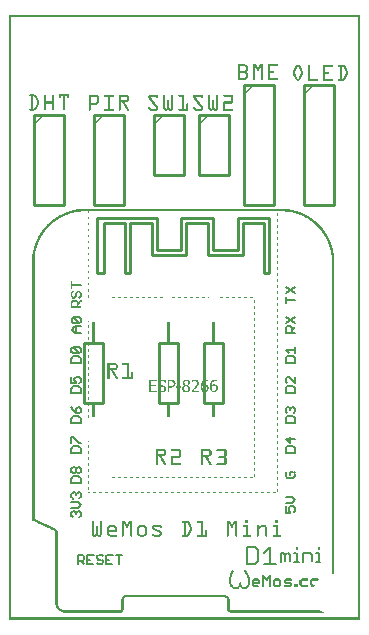
<source format=gto>
G04 MADE WITH FRITZING*
G04 WWW.FRITZING.ORG*
G04 DOUBLE SIDED*
G04 HOLES PLATED*
G04 CONTOUR ON CENTER OF CONTOUR VECTOR*
%ASAXBY*%
%FSLAX23Y23*%
%MOIN*%
%OFA0B0*%
%SFA1.0B1.0*%
%ADD10C,0.010000*%
%ADD11C,0.005556*%
%ADD12C,0.006944*%
%ADD13R,0.001000X0.001000*%
%LNSILK1*%
G90*
G70*
G54D10*
X82Y1685D02*
X82Y1385D01*
D02*
X82Y1385D02*
X182Y1385D01*
D02*
X182Y1385D02*
X182Y1685D01*
D02*
X182Y1685D02*
X82Y1685D01*
D02*
X282Y1685D02*
X282Y1385D01*
D02*
X282Y1385D02*
X382Y1385D01*
D02*
X382Y1385D02*
X382Y1685D01*
D02*
X382Y1685D02*
X282Y1685D01*
D02*
X782Y1785D02*
X782Y1385D01*
D02*
X782Y1385D02*
X882Y1385D01*
D02*
X882Y1385D02*
X882Y1785D01*
D02*
X882Y1785D02*
X782Y1785D01*
D02*
X315Y925D02*
X315Y725D01*
D02*
X315Y725D02*
X249Y725D01*
D02*
X249Y725D02*
X249Y925D01*
D02*
X249Y925D02*
X315Y925D01*
D02*
X482Y1685D02*
X482Y1485D01*
D02*
X482Y1485D02*
X582Y1485D01*
D02*
X582Y1485D02*
X582Y1685D01*
D02*
X582Y1685D02*
X482Y1685D01*
D02*
X632Y1685D02*
X632Y1485D01*
D02*
X632Y1485D02*
X732Y1485D01*
D02*
X732Y1485D02*
X732Y1685D01*
D02*
X732Y1685D02*
X632Y1685D01*
D02*
X565Y925D02*
X565Y725D01*
D02*
X565Y725D02*
X499Y725D01*
D02*
X499Y725D02*
X499Y925D01*
D02*
X499Y925D02*
X565Y925D01*
D02*
X715Y925D02*
X715Y725D01*
D02*
X715Y725D02*
X649Y725D01*
D02*
X649Y725D02*
X649Y925D01*
D02*
X649Y925D02*
X715Y925D01*
D02*
X982Y1785D02*
X982Y1385D01*
D02*
X982Y1385D02*
X1082Y1385D01*
D02*
X1082Y1385D02*
X1082Y1785D01*
D02*
X1082Y1785D02*
X982Y1785D01*
X868Y1158D02*
X851Y1158D01*
X851Y1325D01*
X780Y1325D01*
X780Y1218D01*
X664Y1218D01*
X664Y1325D01*
X591Y1325D01*
X591Y1218D01*
X476Y1218D01*
X476Y1325D01*
X405Y1325D01*
X405Y1158D01*
X388Y1158D01*
X388Y1325D01*
X318Y1325D01*
X318Y1158D01*
X295Y1158D01*
X295Y1342D01*
X493Y1342D01*
X493Y1235D01*
X574Y1235D01*
X574Y1342D01*
X681Y1342D01*
X681Y1235D01*
X763Y1235D01*
X763Y1342D01*
X868Y1342D01*
X868Y1158D01*
D02*
G54D11*
X239Y959D02*
X219Y959D01*
X219Y959D02*
X210Y968D01*
X209Y969D02*
X218Y979D01*
X219Y980D02*
X239Y980D01*
X224Y959D02*
X224Y979D01*
X235Y991D02*
X214Y991D01*
X213Y991D02*
X209Y996D01*
X209Y996D02*
X209Y1005D01*
X209Y1006D02*
X213Y1011D01*
X213Y1011D02*
X234Y1011D01*
X235Y1011D02*
X239Y1006D01*
X239Y1006D02*
X239Y997D01*
X239Y996D02*
X235Y991D01*
X235Y991D02*
X214Y1011D01*
D02*
X208Y859D02*
X239Y859D01*
X240Y859D02*
X240Y874D01*
X240Y874D02*
X235Y879D01*
X234Y880D02*
X214Y880D01*
X214Y880D02*
X209Y875D01*
X208Y874D02*
X208Y859D01*
X234Y891D02*
X214Y891D01*
X214Y891D02*
X209Y896D01*
X208Y896D02*
X208Y905D01*
X208Y906D02*
X213Y911D01*
X214Y911D02*
X234Y911D01*
X234Y911D02*
X239Y906D01*
X240Y906D02*
X240Y897D01*
X240Y896D02*
X235Y891D01*
X234Y891D02*
X214Y911D01*
D02*
X208Y759D02*
X239Y759D01*
X240Y759D02*
X240Y774D01*
X240Y774D02*
X235Y779D01*
X234Y780D02*
X214Y780D01*
X214Y780D02*
X209Y775D01*
X208Y774D02*
X208Y759D01*
X208Y811D02*
X208Y791D01*
X208Y791D02*
X223Y791D01*
X224Y791D02*
X219Y801D01*
X218Y801D02*
X218Y805D01*
X218Y806D02*
X223Y811D01*
X224Y811D02*
X234Y811D01*
X234Y811D02*
X239Y806D01*
X240Y806D02*
X240Y797D01*
X240Y796D02*
X235Y791D01*
D02*
X208Y659D02*
X239Y659D01*
X240Y659D02*
X240Y674D01*
X240Y674D02*
X235Y679D01*
X234Y680D02*
X214Y680D01*
X214Y680D02*
X209Y675D01*
X208Y674D02*
X208Y659D01*
X208Y711D02*
X213Y702D01*
X214Y701D02*
X224Y691D01*
X225Y691D02*
X234Y691D01*
X234Y691D02*
X239Y696D01*
X240Y696D02*
X240Y705D01*
X240Y706D02*
X235Y711D01*
X234Y711D02*
X229Y711D01*
X229Y711D02*
X225Y706D01*
X225Y706D02*
X225Y691D01*
D02*
X208Y559D02*
X239Y559D01*
X240Y559D02*
X240Y574D01*
X240Y574D02*
X235Y579D01*
X234Y580D02*
X214Y580D01*
X214Y580D02*
X209Y575D01*
X208Y574D02*
X208Y559D01*
X208Y591D02*
X208Y611D01*
X208Y611D02*
X214Y611D01*
X214Y611D02*
X234Y591D01*
X234Y591D02*
X239Y591D01*
D02*
X208Y459D02*
X239Y459D01*
X240Y459D02*
X240Y474D01*
X240Y474D02*
X235Y479D01*
X234Y480D02*
X214Y480D01*
X214Y480D02*
X209Y475D01*
X208Y474D02*
X208Y459D01*
X214Y491D02*
X209Y496D01*
X208Y496D02*
X208Y505D01*
X208Y506D02*
X213Y511D01*
X214Y511D02*
X219Y511D01*
X219Y511D02*
X224Y506D01*
X225Y506D02*
X230Y511D01*
X230Y511D02*
X234Y511D01*
X234Y511D02*
X239Y506D01*
X240Y506D02*
X240Y497D01*
X240Y496D02*
X235Y491D01*
X234Y491D02*
X230Y491D01*
X230Y491D02*
X225Y496D01*
X225Y496D02*
X220Y491D01*
X219Y491D02*
X214Y491D01*
X225Y496D02*
X225Y505D01*
D02*
X214Y343D02*
X209Y348D01*
X208Y349D02*
X208Y358D01*
X208Y359D02*
X213Y364D01*
X214Y364D02*
X218Y364D01*
X218Y364D02*
X223Y359D01*
X224Y359D02*
X224Y354D01*
X224Y359D02*
X229Y364D01*
X229Y364D02*
X234Y364D01*
X234Y364D02*
X239Y359D01*
X240Y359D02*
X240Y350D01*
X240Y349D02*
X235Y344D01*
X208Y375D02*
X228Y375D01*
X229Y375D02*
X239Y385D01*
X240Y386D02*
X230Y395D01*
X229Y396D02*
X208Y396D01*
X214Y406D02*
X209Y411D01*
X208Y412D02*
X208Y422D01*
X208Y422D02*
X213Y426D01*
X214Y427D02*
X218Y427D01*
X218Y427D02*
X223Y423D01*
X224Y422D02*
X224Y417D01*
X224Y422D02*
X229Y426D01*
X229Y427D02*
X234Y427D01*
X234Y427D02*
X239Y423D01*
X240Y422D02*
X240Y412D01*
X240Y412D02*
X235Y407D01*
D02*
X922Y380D02*
X922Y360D01*
X922Y359D02*
X937Y359D01*
X938Y359D02*
X933Y368D01*
X932Y369D02*
X932Y374D01*
X932Y374D02*
X937Y379D01*
X938Y380D02*
X948Y380D01*
X948Y380D02*
X953Y375D01*
X954Y374D02*
X954Y365D01*
X954Y365D02*
X949Y360D01*
X922Y391D02*
X942Y391D01*
X943Y391D02*
X953Y401D01*
X954Y401D02*
X944Y410D01*
X943Y411D02*
X923Y411D01*
D02*
X928Y496D02*
X923Y491D01*
X922Y490D02*
X922Y481D01*
X922Y480D02*
X927Y475D01*
X928Y475D02*
X948Y475D01*
X948Y475D02*
X953Y480D01*
X954Y480D02*
X954Y489D01*
X954Y490D02*
X949Y495D01*
X948Y496D02*
X938Y496D01*
X938Y496D02*
X938Y486D01*
D02*
X922Y559D02*
X953Y559D01*
X954Y559D02*
X954Y574D01*
X954Y574D02*
X949Y579D01*
X948Y580D02*
X928Y580D01*
X928Y580D02*
X923Y575D01*
X922Y574D02*
X922Y559D01*
X954Y606D02*
X923Y606D01*
X922Y606D02*
X938Y591D01*
X938Y591D02*
X938Y611D01*
D02*
X922Y659D02*
X953Y659D01*
X954Y659D02*
X954Y674D01*
X954Y674D02*
X949Y679D01*
X948Y680D02*
X928Y680D01*
X928Y680D02*
X923Y675D01*
X922Y674D02*
X922Y659D01*
X928Y691D02*
X923Y696D01*
X922Y696D02*
X922Y705D01*
X922Y706D02*
X927Y711D01*
X928Y711D02*
X932Y711D01*
X932Y711D02*
X937Y706D01*
X938Y706D02*
X938Y702D01*
X938Y706D02*
X943Y711D01*
X943Y711D02*
X948Y711D01*
X948Y711D02*
X953Y706D01*
X954Y706D02*
X954Y697D01*
X954Y696D02*
X949Y691D01*
D02*
X922Y759D02*
X953Y759D01*
X954Y759D02*
X954Y774D01*
X954Y774D02*
X949Y779D01*
X948Y780D02*
X928Y780D01*
X928Y780D02*
X923Y775D01*
X922Y774D02*
X922Y759D01*
X954Y811D02*
X954Y791D01*
X954Y791D02*
X934Y811D01*
X933Y811D02*
X928Y811D01*
X928Y811D02*
X923Y806D01*
X922Y806D02*
X922Y797D01*
X922Y796D02*
X927Y791D01*
D02*
X923Y859D02*
X953Y859D01*
X953Y859D02*
X953Y874D01*
X953Y874D02*
X949Y879D01*
X949Y880D02*
X928Y880D01*
X927Y880D02*
X923Y875D01*
X923Y874D02*
X923Y859D01*
X933Y891D02*
X924Y901D01*
X923Y901D02*
X953Y901D01*
X953Y891D02*
X953Y911D01*
D02*
X954Y959D02*
X923Y959D01*
X922Y959D02*
X922Y974D01*
X922Y974D02*
X927Y979D01*
X928Y980D02*
X938Y980D01*
X938Y980D02*
X942Y975D01*
X943Y974D02*
X943Y959D01*
X943Y969D02*
X953Y979D01*
X922Y991D02*
X953Y1011D01*
X922Y1011D02*
X953Y991D01*
D02*
X953Y1069D02*
X923Y1069D01*
X923Y1059D02*
X923Y1079D01*
X923Y1091D02*
X953Y1111D01*
X923Y1111D02*
X953Y1091D01*
D02*
X230Y187D02*
X230Y219D01*
X230Y219D02*
X245Y219D01*
X245Y219D02*
X250Y214D01*
X251Y213D02*
X251Y203D01*
X251Y202D02*
X246Y197D01*
X245Y197D02*
X230Y197D01*
X240Y197D02*
X250Y188D01*
X282Y219D02*
X261Y219D01*
X261Y219D02*
X261Y188D01*
X261Y187D02*
X281Y187D01*
X261Y202D02*
X271Y202D01*
X314Y213D02*
X309Y219D01*
X309Y219D02*
X299Y219D01*
X298Y219D02*
X293Y214D01*
X293Y213D02*
X293Y208D01*
X293Y208D02*
X298Y203D01*
X298Y202D02*
X308Y202D01*
X309Y202D02*
X314Y197D01*
X314Y197D02*
X314Y193D01*
X314Y193D02*
X309Y188D01*
X309Y187D02*
X299Y187D01*
X298Y187D02*
X293Y192D01*
X346Y219D02*
X326Y219D01*
X325Y219D02*
X325Y188D01*
X325Y187D02*
X345Y187D01*
X325Y202D02*
X334Y202D01*
X367Y187D02*
X367Y219D01*
X356Y219D02*
X376Y219D01*
D02*
G54D12*
X792Y246D02*
X792Y188D01*
X792Y188D02*
X820Y188D01*
X821Y188D02*
X831Y198D01*
X831Y198D02*
X831Y236D01*
X831Y236D02*
X821Y246D01*
X821Y246D02*
X792Y246D01*
X851Y226D02*
X871Y246D01*
X871Y246D02*
X871Y188D01*
X851Y188D02*
X890Y188D01*
D02*
X908Y196D02*
X908Y224D01*
X908Y225D02*
X915Y225D01*
X915Y225D02*
X921Y218D01*
X921Y218D02*
X921Y197D01*
X921Y218D02*
X928Y225D01*
X929Y225D02*
X936Y218D01*
X936Y218D02*
X936Y197D01*
X951Y225D02*
X958Y225D01*
X959Y225D02*
X959Y197D01*
X951Y196D02*
X966Y196D01*
X959Y246D02*
X959Y239D01*
X981Y196D02*
X981Y224D01*
X981Y225D02*
X1002Y225D01*
X1003Y225D02*
X1010Y218D01*
X1010Y218D02*
X1010Y197D01*
X1025Y225D02*
X1032Y225D01*
X1033Y225D02*
X1033Y197D01*
X1025Y196D02*
X1038Y196D01*
X1033Y246D02*
X1033Y239D01*
D02*
G54D13*
X0Y2017D02*
X1171Y2017D01*
X0Y2016D02*
X1171Y2016D01*
X0Y2015D02*
X1171Y2015D01*
X0Y2014D02*
X1171Y2014D01*
X0Y2013D02*
X1171Y2013D01*
X0Y2012D02*
X1171Y2012D01*
X0Y2011D02*
X1171Y2011D01*
X0Y2010D02*
X1171Y2010D01*
X0Y2009D02*
X7Y2009D01*
X1164Y2009D02*
X1171Y2009D01*
X0Y2008D02*
X7Y2008D01*
X1164Y2008D02*
X1171Y2008D01*
X0Y2007D02*
X7Y2007D01*
X1164Y2007D02*
X1171Y2007D01*
X0Y2006D02*
X7Y2006D01*
X1164Y2006D02*
X1171Y2006D01*
X0Y2005D02*
X7Y2005D01*
X1164Y2005D02*
X1171Y2005D01*
X0Y2004D02*
X7Y2004D01*
X1164Y2004D02*
X1171Y2004D01*
X0Y2003D02*
X7Y2003D01*
X1164Y2003D02*
X1171Y2003D01*
X0Y2002D02*
X7Y2002D01*
X1164Y2002D02*
X1171Y2002D01*
X0Y2001D02*
X7Y2001D01*
X1164Y2001D02*
X1171Y2001D01*
X0Y2000D02*
X7Y2000D01*
X1164Y2000D02*
X1171Y2000D01*
X0Y1999D02*
X7Y1999D01*
X1164Y1999D02*
X1171Y1999D01*
X0Y1998D02*
X7Y1998D01*
X1164Y1998D02*
X1171Y1998D01*
X0Y1997D02*
X7Y1997D01*
X1164Y1997D02*
X1171Y1997D01*
X0Y1996D02*
X7Y1996D01*
X1164Y1996D02*
X1171Y1996D01*
X0Y1995D02*
X7Y1995D01*
X1164Y1995D02*
X1171Y1995D01*
X0Y1994D02*
X7Y1994D01*
X1164Y1994D02*
X1171Y1994D01*
X0Y1993D02*
X7Y1993D01*
X1164Y1993D02*
X1171Y1993D01*
X0Y1992D02*
X7Y1992D01*
X1164Y1992D02*
X1171Y1992D01*
X0Y1991D02*
X7Y1991D01*
X1164Y1991D02*
X1171Y1991D01*
X0Y1990D02*
X7Y1990D01*
X1164Y1990D02*
X1171Y1990D01*
X0Y1989D02*
X7Y1989D01*
X1164Y1989D02*
X1171Y1989D01*
X0Y1988D02*
X7Y1988D01*
X1164Y1988D02*
X1171Y1988D01*
X0Y1987D02*
X7Y1987D01*
X1164Y1987D02*
X1171Y1987D01*
X0Y1986D02*
X7Y1986D01*
X1164Y1986D02*
X1171Y1986D01*
X0Y1985D02*
X7Y1985D01*
X1164Y1985D02*
X1171Y1985D01*
X0Y1984D02*
X7Y1984D01*
X1164Y1984D02*
X1171Y1984D01*
X0Y1983D02*
X7Y1983D01*
X1164Y1983D02*
X1171Y1983D01*
X0Y1982D02*
X7Y1982D01*
X1164Y1982D02*
X1171Y1982D01*
X0Y1981D02*
X7Y1981D01*
X1164Y1981D02*
X1171Y1981D01*
X0Y1980D02*
X7Y1980D01*
X1164Y1980D02*
X1171Y1980D01*
X0Y1979D02*
X7Y1979D01*
X1164Y1979D02*
X1171Y1979D01*
X0Y1978D02*
X7Y1978D01*
X1164Y1978D02*
X1171Y1978D01*
X0Y1977D02*
X7Y1977D01*
X1164Y1977D02*
X1171Y1977D01*
X0Y1976D02*
X7Y1976D01*
X1164Y1976D02*
X1171Y1976D01*
X0Y1975D02*
X7Y1975D01*
X1164Y1975D02*
X1171Y1975D01*
X0Y1974D02*
X7Y1974D01*
X1164Y1974D02*
X1171Y1974D01*
X0Y1973D02*
X7Y1973D01*
X1164Y1973D02*
X1171Y1973D01*
X0Y1972D02*
X7Y1972D01*
X1164Y1972D02*
X1171Y1972D01*
X0Y1971D02*
X7Y1971D01*
X1164Y1971D02*
X1171Y1971D01*
X0Y1970D02*
X7Y1970D01*
X1164Y1970D02*
X1171Y1970D01*
X0Y1969D02*
X7Y1969D01*
X1164Y1969D02*
X1171Y1969D01*
X0Y1968D02*
X7Y1968D01*
X1164Y1968D02*
X1171Y1968D01*
X0Y1967D02*
X7Y1967D01*
X1164Y1967D02*
X1171Y1967D01*
X0Y1966D02*
X7Y1966D01*
X1164Y1966D02*
X1171Y1966D01*
X0Y1965D02*
X7Y1965D01*
X1164Y1965D02*
X1171Y1965D01*
X0Y1964D02*
X7Y1964D01*
X1164Y1964D02*
X1171Y1964D01*
X0Y1963D02*
X7Y1963D01*
X1164Y1963D02*
X1171Y1963D01*
X0Y1962D02*
X7Y1962D01*
X1164Y1962D02*
X1171Y1962D01*
X0Y1961D02*
X7Y1961D01*
X1164Y1961D02*
X1171Y1961D01*
X0Y1960D02*
X7Y1960D01*
X1164Y1960D02*
X1171Y1960D01*
X0Y1959D02*
X7Y1959D01*
X1164Y1959D02*
X1171Y1959D01*
X0Y1958D02*
X7Y1958D01*
X1164Y1958D02*
X1171Y1958D01*
X0Y1957D02*
X7Y1957D01*
X1164Y1957D02*
X1171Y1957D01*
X0Y1956D02*
X7Y1956D01*
X1164Y1956D02*
X1171Y1956D01*
X0Y1955D02*
X7Y1955D01*
X1164Y1955D02*
X1171Y1955D01*
X0Y1954D02*
X7Y1954D01*
X1164Y1954D02*
X1171Y1954D01*
X0Y1953D02*
X7Y1953D01*
X1164Y1953D02*
X1171Y1953D01*
X0Y1952D02*
X7Y1952D01*
X1164Y1952D02*
X1171Y1952D01*
X0Y1951D02*
X7Y1951D01*
X1164Y1951D02*
X1171Y1951D01*
X0Y1950D02*
X7Y1950D01*
X1164Y1950D02*
X1171Y1950D01*
X0Y1949D02*
X7Y1949D01*
X1164Y1949D02*
X1171Y1949D01*
X0Y1948D02*
X7Y1948D01*
X1164Y1948D02*
X1171Y1948D01*
X0Y1947D02*
X7Y1947D01*
X1164Y1947D02*
X1171Y1947D01*
X0Y1946D02*
X7Y1946D01*
X1164Y1946D02*
X1171Y1946D01*
X0Y1945D02*
X7Y1945D01*
X1164Y1945D02*
X1171Y1945D01*
X0Y1944D02*
X7Y1944D01*
X1164Y1944D02*
X1171Y1944D01*
X0Y1943D02*
X7Y1943D01*
X1164Y1943D02*
X1171Y1943D01*
X0Y1942D02*
X7Y1942D01*
X1164Y1942D02*
X1171Y1942D01*
X0Y1941D02*
X7Y1941D01*
X1164Y1941D02*
X1171Y1941D01*
X0Y1940D02*
X7Y1940D01*
X1164Y1940D02*
X1171Y1940D01*
X0Y1939D02*
X7Y1939D01*
X1164Y1939D02*
X1171Y1939D01*
X0Y1938D02*
X7Y1938D01*
X1164Y1938D02*
X1171Y1938D01*
X0Y1937D02*
X7Y1937D01*
X1164Y1937D02*
X1171Y1937D01*
X0Y1936D02*
X7Y1936D01*
X1164Y1936D02*
X1171Y1936D01*
X0Y1935D02*
X7Y1935D01*
X1164Y1935D02*
X1171Y1935D01*
X0Y1934D02*
X7Y1934D01*
X1164Y1934D02*
X1171Y1934D01*
X0Y1933D02*
X7Y1933D01*
X1164Y1933D02*
X1171Y1933D01*
X0Y1932D02*
X7Y1932D01*
X1164Y1932D02*
X1171Y1932D01*
X0Y1931D02*
X7Y1931D01*
X1164Y1931D02*
X1171Y1931D01*
X0Y1930D02*
X7Y1930D01*
X1164Y1930D02*
X1171Y1930D01*
X0Y1929D02*
X7Y1929D01*
X1164Y1929D02*
X1171Y1929D01*
X0Y1928D02*
X7Y1928D01*
X1164Y1928D02*
X1171Y1928D01*
X0Y1927D02*
X7Y1927D01*
X1164Y1927D02*
X1171Y1927D01*
X0Y1926D02*
X7Y1926D01*
X1164Y1926D02*
X1171Y1926D01*
X0Y1925D02*
X7Y1925D01*
X1164Y1925D02*
X1171Y1925D01*
X0Y1924D02*
X7Y1924D01*
X1164Y1924D02*
X1171Y1924D01*
X0Y1923D02*
X7Y1923D01*
X1164Y1923D02*
X1171Y1923D01*
X0Y1922D02*
X7Y1922D01*
X1164Y1922D02*
X1171Y1922D01*
X0Y1921D02*
X7Y1921D01*
X1164Y1921D02*
X1171Y1921D01*
X0Y1920D02*
X7Y1920D01*
X1164Y1920D02*
X1171Y1920D01*
X0Y1919D02*
X7Y1919D01*
X1164Y1919D02*
X1171Y1919D01*
X0Y1918D02*
X7Y1918D01*
X1164Y1918D02*
X1171Y1918D01*
X0Y1917D02*
X7Y1917D01*
X1164Y1917D02*
X1171Y1917D01*
X0Y1916D02*
X7Y1916D01*
X1164Y1916D02*
X1171Y1916D01*
X0Y1915D02*
X7Y1915D01*
X1164Y1915D02*
X1171Y1915D01*
X0Y1914D02*
X7Y1914D01*
X1164Y1914D02*
X1171Y1914D01*
X0Y1913D02*
X7Y1913D01*
X1164Y1913D02*
X1171Y1913D01*
X0Y1912D02*
X7Y1912D01*
X1164Y1912D02*
X1171Y1912D01*
X0Y1911D02*
X7Y1911D01*
X1164Y1911D02*
X1171Y1911D01*
X0Y1910D02*
X7Y1910D01*
X1164Y1910D02*
X1171Y1910D01*
X0Y1909D02*
X7Y1909D01*
X1164Y1909D02*
X1171Y1909D01*
X0Y1908D02*
X7Y1908D01*
X1164Y1908D02*
X1171Y1908D01*
X0Y1907D02*
X7Y1907D01*
X1164Y1907D02*
X1171Y1907D01*
X0Y1906D02*
X7Y1906D01*
X1164Y1906D02*
X1171Y1906D01*
X0Y1905D02*
X7Y1905D01*
X1164Y1905D02*
X1171Y1905D01*
X0Y1904D02*
X7Y1904D01*
X1164Y1904D02*
X1171Y1904D01*
X0Y1903D02*
X7Y1903D01*
X1164Y1903D02*
X1171Y1903D01*
X0Y1902D02*
X7Y1902D01*
X1164Y1902D02*
X1171Y1902D01*
X0Y1901D02*
X7Y1901D01*
X1164Y1901D02*
X1171Y1901D01*
X0Y1900D02*
X7Y1900D01*
X1164Y1900D02*
X1171Y1900D01*
X0Y1899D02*
X7Y1899D01*
X1164Y1899D02*
X1171Y1899D01*
X0Y1898D02*
X7Y1898D01*
X1164Y1898D02*
X1171Y1898D01*
X0Y1897D02*
X7Y1897D01*
X1164Y1897D02*
X1171Y1897D01*
X0Y1896D02*
X7Y1896D01*
X1164Y1896D02*
X1171Y1896D01*
X0Y1895D02*
X7Y1895D01*
X1164Y1895D02*
X1171Y1895D01*
X0Y1894D02*
X7Y1894D01*
X1164Y1894D02*
X1171Y1894D01*
X0Y1893D02*
X7Y1893D01*
X1164Y1893D02*
X1171Y1893D01*
X0Y1892D02*
X7Y1892D01*
X1164Y1892D02*
X1171Y1892D01*
X0Y1891D02*
X7Y1891D01*
X1164Y1891D02*
X1171Y1891D01*
X0Y1890D02*
X7Y1890D01*
X1164Y1890D02*
X1171Y1890D01*
X0Y1889D02*
X7Y1889D01*
X1164Y1889D02*
X1171Y1889D01*
X0Y1888D02*
X7Y1888D01*
X1164Y1888D02*
X1171Y1888D01*
X0Y1887D02*
X7Y1887D01*
X1164Y1887D02*
X1171Y1887D01*
X0Y1886D02*
X7Y1886D01*
X1164Y1886D02*
X1171Y1886D01*
X0Y1885D02*
X7Y1885D01*
X1164Y1885D02*
X1171Y1885D01*
X0Y1884D02*
X7Y1884D01*
X1164Y1884D02*
X1171Y1884D01*
X0Y1883D02*
X7Y1883D01*
X1164Y1883D02*
X1171Y1883D01*
X0Y1882D02*
X7Y1882D01*
X1164Y1882D02*
X1171Y1882D01*
X0Y1881D02*
X7Y1881D01*
X1164Y1881D02*
X1171Y1881D01*
X0Y1880D02*
X7Y1880D01*
X1164Y1880D02*
X1171Y1880D01*
X0Y1879D02*
X7Y1879D01*
X1164Y1879D02*
X1171Y1879D01*
X0Y1878D02*
X7Y1878D01*
X1164Y1878D02*
X1171Y1878D01*
X0Y1877D02*
X7Y1877D01*
X1164Y1877D02*
X1171Y1877D01*
X0Y1876D02*
X7Y1876D01*
X1164Y1876D02*
X1171Y1876D01*
X0Y1875D02*
X7Y1875D01*
X1164Y1875D02*
X1171Y1875D01*
X0Y1874D02*
X7Y1874D01*
X1164Y1874D02*
X1171Y1874D01*
X0Y1873D02*
X7Y1873D01*
X1164Y1873D02*
X1171Y1873D01*
X0Y1872D02*
X7Y1872D01*
X1164Y1872D02*
X1171Y1872D01*
X0Y1871D02*
X7Y1871D01*
X1164Y1871D02*
X1171Y1871D01*
X0Y1870D02*
X7Y1870D01*
X1164Y1870D02*
X1171Y1870D01*
X0Y1869D02*
X7Y1869D01*
X1164Y1869D02*
X1171Y1869D01*
X0Y1868D02*
X7Y1868D01*
X1164Y1868D02*
X1171Y1868D01*
X0Y1867D02*
X7Y1867D01*
X1164Y1867D02*
X1171Y1867D01*
X0Y1866D02*
X7Y1866D01*
X1164Y1866D02*
X1171Y1866D01*
X0Y1865D02*
X7Y1865D01*
X1164Y1865D02*
X1171Y1865D01*
X0Y1864D02*
X7Y1864D01*
X1164Y1864D02*
X1171Y1864D01*
X0Y1863D02*
X7Y1863D01*
X1164Y1863D02*
X1171Y1863D01*
X0Y1862D02*
X7Y1862D01*
X1164Y1862D02*
X1171Y1862D01*
X0Y1861D02*
X7Y1861D01*
X1164Y1861D02*
X1171Y1861D01*
X0Y1860D02*
X7Y1860D01*
X1164Y1860D02*
X1171Y1860D01*
X0Y1859D02*
X7Y1859D01*
X1164Y1859D02*
X1171Y1859D01*
X0Y1858D02*
X7Y1858D01*
X1164Y1858D02*
X1171Y1858D01*
X0Y1857D02*
X7Y1857D01*
X1164Y1857D02*
X1171Y1857D01*
X0Y1856D02*
X7Y1856D01*
X1164Y1856D02*
X1171Y1856D01*
X0Y1855D02*
X7Y1855D01*
X1164Y1855D02*
X1171Y1855D01*
X0Y1854D02*
X7Y1854D01*
X763Y1854D02*
X785Y1854D01*
X813Y1854D02*
X821Y1854D01*
X839Y1854D02*
X846Y1854D01*
X863Y1854D02*
X894Y1854D01*
X1164Y1854D02*
X1171Y1854D01*
X0Y1853D02*
X7Y1853D01*
X763Y1853D02*
X788Y1853D01*
X813Y1853D02*
X822Y1853D01*
X838Y1853D02*
X847Y1853D01*
X863Y1853D02*
X896Y1853D01*
X1164Y1853D02*
X1171Y1853D01*
X0Y1852D02*
X7Y1852D01*
X763Y1852D02*
X790Y1852D01*
X813Y1852D02*
X822Y1852D01*
X837Y1852D02*
X847Y1852D01*
X863Y1852D02*
X896Y1852D01*
X963Y1852D02*
X964Y1852D01*
X999Y1852D02*
X1000Y1852D01*
X1047Y1852D02*
X1078Y1852D01*
X1099Y1852D02*
X1114Y1852D01*
X1164Y1852D02*
X1171Y1852D01*
X0Y1851D02*
X7Y1851D01*
X763Y1851D02*
X791Y1851D01*
X813Y1851D02*
X823Y1851D01*
X837Y1851D02*
X847Y1851D01*
X863Y1851D02*
X897Y1851D01*
X960Y1851D02*
X967Y1851D01*
X998Y1851D02*
X1002Y1851D01*
X1047Y1851D02*
X1079Y1851D01*
X1098Y1851D02*
X1117Y1851D01*
X1164Y1851D02*
X1171Y1851D01*
X0Y1850D02*
X7Y1850D01*
X763Y1850D02*
X793Y1850D01*
X813Y1850D02*
X824Y1850D01*
X836Y1850D02*
X847Y1850D01*
X863Y1850D02*
X897Y1850D01*
X958Y1850D02*
X969Y1850D01*
X997Y1850D02*
X1002Y1850D01*
X1047Y1850D02*
X1080Y1850D01*
X1097Y1850D02*
X1118Y1850D01*
X1164Y1850D02*
X1171Y1850D01*
X0Y1849D02*
X7Y1849D01*
X763Y1849D02*
X793Y1849D01*
X813Y1849D02*
X825Y1849D01*
X835Y1849D02*
X847Y1849D01*
X863Y1849D02*
X896Y1849D01*
X957Y1849D02*
X970Y1849D01*
X997Y1849D02*
X1003Y1849D01*
X1047Y1849D02*
X1080Y1849D01*
X1097Y1849D02*
X1120Y1849D01*
X1164Y1849D02*
X1171Y1849D01*
X0Y1848D02*
X7Y1848D01*
X763Y1848D02*
X794Y1848D01*
X813Y1848D02*
X825Y1848D01*
X835Y1848D02*
X847Y1848D01*
X863Y1848D02*
X895Y1848D01*
X956Y1848D02*
X971Y1848D01*
X997Y1848D02*
X1003Y1848D01*
X1047Y1848D02*
X1080Y1848D01*
X1097Y1848D02*
X1120Y1848D01*
X1164Y1848D02*
X1171Y1848D01*
X0Y1847D02*
X7Y1847D01*
X763Y1847D02*
X769Y1847D01*
X785Y1847D02*
X795Y1847D01*
X813Y1847D02*
X826Y1847D01*
X834Y1847D02*
X847Y1847D01*
X863Y1847D02*
X869Y1847D01*
X956Y1847D02*
X971Y1847D01*
X997Y1847D02*
X1003Y1847D01*
X1047Y1847D02*
X1080Y1847D01*
X1097Y1847D02*
X1121Y1847D01*
X1164Y1847D02*
X1171Y1847D01*
X0Y1846D02*
X7Y1846D01*
X763Y1846D02*
X769Y1846D01*
X787Y1846D02*
X795Y1846D01*
X813Y1846D02*
X827Y1846D01*
X833Y1846D02*
X847Y1846D01*
X863Y1846D02*
X869Y1846D01*
X955Y1846D02*
X972Y1846D01*
X997Y1846D02*
X1003Y1846D01*
X1047Y1846D02*
X1079Y1846D01*
X1098Y1846D02*
X1122Y1846D01*
X1164Y1846D02*
X1171Y1846D01*
X0Y1845D02*
X7Y1845D01*
X763Y1845D02*
X769Y1845D01*
X789Y1845D02*
X796Y1845D01*
X813Y1845D02*
X827Y1845D01*
X832Y1845D02*
X847Y1845D01*
X863Y1845D02*
X869Y1845D01*
X955Y1845D02*
X963Y1845D01*
X965Y1845D02*
X972Y1845D01*
X997Y1845D02*
X1003Y1845D01*
X1047Y1845D02*
X1053Y1845D01*
X1103Y1845D02*
X1110Y1845D01*
X1114Y1845D02*
X1122Y1845D01*
X1164Y1845D02*
X1171Y1845D01*
X0Y1844D02*
X7Y1844D01*
X763Y1844D02*
X769Y1844D01*
X789Y1844D02*
X796Y1844D01*
X813Y1844D02*
X828Y1844D01*
X832Y1844D02*
X847Y1844D01*
X863Y1844D02*
X869Y1844D01*
X954Y1844D02*
X961Y1844D01*
X966Y1844D02*
X973Y1844D01*
X997Y1844D02*
X1003Y1844D01*
X1047Y1844D02*
X1053Y1844D01*
X1104Y1844D02*
X1110Y1844D01*
X1116Y1844D02*
X1123Y1844D01*
X1164Y1844D02*
X1171Y1844D01*
X0Y1843D02*
X7Y1843D01*
X763Y1843D02*
X769Y1843D01*
X790Y1843D02*
X796Y1843D01*
X813Y1843D02*
X819Y1843D01*
X821Y1843D02*
X829Y1843D01*
X831Y1843D02*
X839Y1843D01*
X841Y1843D02*
X847Y1843D01*
X863Y1843D02*
X869Y1843D01*
X954Y1843D02*
X961Y1843D01*
X966Y1843D02*
X973Y1843D01*
X997Y1843D02*
X1003Y1843D01*
X1047Y1843D02*
X1053Y1843D01*
X1104Y1843D02*
X1110Y1843D01*
X1116Y1843D02*
X1123Y1843D01*
X1164Y1843D02*
X1171Y1843D01*
X0Y1842D02*
X7Y1842D01*
X763Y1842D02*
X769Y1842D01*
X790Y1842D02*
X797Y1842D01*
X813Y1842D02*
X819Y1842D01*
X822Y1842D02*
X838Y1842D01*
X841Y1842D02*
X847Y1842D01*
X863Y1842D02*
X869Y1842D01*
X953Y1842D02*
X960Y1842D01*
X967Y1842D02*
X974Y1842D01*
X997Y1842D02*
X1003Y1842D01*
X1047Y1842D02*
X1053Y1842D01*
X1104Y1842D02*
X1110Y1842D01*
X1117Y1842D02*
X1124Y1842D01*
X1164Y1842D02*
X1171Y1842D01*
X0Y1841D02*
X7Y1841D01*
X763Y1841D02*
X769Y1841D01*
X791Y1841D02*
X797Y1841D01*
X813Y1841D02*
X819Y1841D01*
X823Y1841D02*
X837Y1841D01*
X841Y1841D02*
X847Y1841D01*
X863Y1841D02*
X869Y1841D01*
X953Y1841D02*
X960Y1841D01*
X967Y1841D02*
X974Y1841D01*
X997Y1841D02*
X1003Y1841D01*
X1047Y1841D02*
X1053Y1841D01*
X1104Y1841D02*
X1110Y1841D01*
X1117Y1841D02*
X1124Y1841D01*
X1164Y1841D02*
X1171Y1841D01*
X0Y1840D02*
X7Y1840D01*
X763Y1840D02*
X769Y1840D01*
X791Y1840D02*
X797Y1840D01*
X813Y1840D02*
X819Y1840D01*
X823Y1840D02*
X836Y1840D01*
X841Y1840D02*
X847Y1840D01*
X863Y1840D02*
X869Y1840D01*
X952Y1840D02*
X959Y1840D01*
X968Y1840D02*
X975Y1840D01*
X997Y1840D02*
X1003Y1840D01*
X1047Y1840D02*
X1053Y1840D01*
X1104Y1840D02*
X1110Y1840D01*
X1118Y1840D02*
X1125Y1840D01*
X1164Y1840D02*
X1171Y1840D01*
X0Y1839D02*
X7Y1839D01*
X763Y1839D02*
X769Y1839D01*
X791Y1839D02*
X797Y1839D01*
X813Y1839D02*
X819Y1839D01*
X824Y1839D02*
X836Y1839D01*
X841Y1839D02*
X847Y1839D01*
X863Y1839D02*
X869Y1839D01*
X952Y1839D02*
X959Y1839D01*
X968Y1839D02*
X975Y1839D01*
X997Y1839D02*
X1003Y1839D01*
X1047Y1839D02*
X1053Y1839D01*
X1104Y1839D02*
X1110Y1839D01*
X1118Y1839D02*
X1125Y1839D01*
X1164Y1839D02*
X1171Y1839D01*
X0Y1838D02*
X7Y1838D01*
X763Y1838D02*
X769Y1838D01*
X791Y1838D02*
X797Y1838D01*
X813Y1838D02*
X819Y1838D01*
X825Y1838D02*
X835Y1838D01*
X841Y1838D02*
X847Y1838D01*
X863Y1838D02*
X869Y1838D01*
X951Y1838D02*
X958Y1838D01*
X969Y1838D02*
X976Y1838D01*
X997Y1838D02*
X1003Y1838D01*
X1047Y1838D02*
X1053Y1838D01*
X1104Y1838D02*
X1110Y1838D01*
X1119Y1838D02*
X1126Y1838D01*
X1164Y1838D02*
X1171Y1838D01*
X0Y1837D02*
X7Y1837D01*
X763Y1837D02*
X769Y1837D01*
X791Y1837D02*
X797Y1837D01*
X813Y1837D02*
X819Y1837D01*
X825Y1837D02*
X834Y1837D01*
X841Y1837D02*
X847Y1837D01*
X863Y1837D02*
X869Y1837D01*
X951Y1837D02*
X958Y1837D01*
X969Y1837D02*
X976Y1837D01*
X997Y1837D02*
X1003Y1837D01*
X1047Y1837D02*
X1053Y1837D01*
X1104Y1837D02*
X1110Y1837D01*
X1119Y1837D02*
X1126Y1837D01*
X1164Y1837D02*
X1171Y1837D01*
X0Y1836D02*
X7Y1836D01*
X763Y1836D02*
X769Y1836D01*
X790Y1836D02*
X797Y1836D01*
X813Y1836D02*
X819Y1836D01*
X826Y1836D02*
X834Y1836D01*
X841Y1836D02*
X847Y1836D01*
X863Y1836D02*
X869Y1836D01*
X950Y1836D02*
X957Y1836D01*
X970Y1836D02*
X977Y1836D01*
X997Y1836D02*
X1003Y1836D01*
X1047Y1836D02*
X1053Y1836D01*
X1104Y1836D02*
X1110Y1836D01*
X1120Y1836D02*
X1127Y1836D01*
X1164Y1836D02*
X1171Y1836D01*
X0Y1835D02*
X7Y1835D01*
X763Y1835D02*
X769Y1835D01*
X790Y1835D02*
X796Y1835D01*
X813Y1835D02*
X819Y1835D01*
X827Y1835D02*
X833Y1835D01*
X841Y1835D02*
X847Y1835D01*
X863Y1835D02*
X869Y1835D01*
X950Y1835D02*
X957Y1835D01*
X970Y1835D02*
X977Y1835D01*
X997Y1835D02*
X1003Y1835D01*
X1047Y1835D02*
X1053Y1835D01*
X1104Y1835D02*
X1110Y1835D01*
X1120Y1835D02*
X1127Y1835D01*
X1164Y1835D02*
X1171Y1835D01*
X0Y1834D02*
X7Y1834D01*
X763Y1834D02*
X769Y1834D01*
X790Y1834D02*
X796Y1834D01*
X813Y1834D02*
X819Y1834D01*
X827Y1834D02*
X833Y1834D01*
X841Y1834D02*
X847Y1834D01*
X863Y1834D02*
X869Y1834D01*
X949Y1834D02*
X956Y1834D01*
X971Y1834D02*
X978Y1834D01*
X997Y1834D02*
X1003Y1834D01*
X1047Y1834D02*
X1053Y1834D01*
X1104Y1834D02*
X1110Y1834D01*
X1121Y1834D02*
X1128Y1834D01*
X1164Y1834D02*
X1171Y1834D01*
X0Y1833D02*
X7Y1833D01*
X763Y1833D02*
X769Y1833D01*
X789Y1833D02*
X796Y1833D01*
X813Y1833D02*
X819Y1833D01*
X827Y1833D02*
X833Y1833D01*
X841Y1833D02*
X847Y1833D01*
X863Y1833D02*
X869Y1833D01*
X949Y1833D02*
X956Y1833D01*
X971Y1833D02*
X978Y1833D01*
X997Y1833D02*
X1003Y1833D01*
X1047Y1833D02*
X1053Y1833D01*
X1104Y1833D02*
X1110Y1833D01*
X1121Y1833D02*
X1128Y1833D01*
X1164Y1833D02*
X1171Y1833D01*
X0Y1832D02*
X7Y1832D01*
X763Y1832D02*
X769Y1832D01*
X788Y1832D02*
X796Y1832D01*
X813Y1832D02*
X819Y1832D01*
X827Y1832D02*
X833Y1832D01*
X841Y1832D02*
X847Y1832D01*
X863Y1832D02*
X869Y1832D01*
X948Y1832D02*
X955Y1832D01*
X972Y1832D02*
X979Y1832D01*
X997Y1832D02*
X1003Y1832D01*
X1047Y1832D02*
X1053Y1832D01*
X1104Y1832D02*
X1110Y1832D01*
X1122Y1832D02*
X1129Y1832D01*
X1164Y1832D02*
X1171Y1832D01*
X0Y1831D02*
X7Y1831D01*
X763Y1831D02*
X769Y1831D01*
X786Y1831D02*
X795Y1831D01*
X813Y1831D02*
X819Y1831D01*
X828Y1831D02*
X832Y1831D01*
X841Y1831D02*
X847Y1831D01*
X863Y1831D02*
X869Y1831D01*
X948Y1831D02*
X955Y1831D01*
X972Y1831D02*
X979Y1831D01*
X997Y1831D02*
X1003Y1831D01*
X1047Y1831D02*
X1053Y1831D01*
X1104Y1831D02*
X1110Y1831D01*
X1122Y1831D02*
X1129Y1831D01*
X1164Y1831D02*
X1171Y1831D01*
X0Y1830D02*
X7Y1830D01*
X763Y1830D02*
X794Y1830D01*
X813Y1830D02*
X819Y1830D01*
X829Y1830D02*
X831Y1830D01*
X841Y1830D02*
X847Y1830D01*
X863Y1830D02*
X881Y1830D01*
X948Y1830D02*
X954Y1830D01*
X973Y1830D02*
X979Y1830D01*
X997Y1830D02*
X1003Y1830D01*
X1047Y1830D02*
X1053Y1830D01*
X1104Y1830D02*
X1110Y1830D01*
X1123Y1830D02*
X1129Y1830D01*
X1164Y1830D02*
X1171Y1830D01*
X0Y1829D02*
X7Y1829D01*
X763Y1829D02*
X794Y1829D01*
X813Y1829D02*
X819Y1829D01*
X841Y1829D02*
X847Y1829D01*
X863Y1829D02*
X882Y1829D01*
X947Y1829D02*
X954Y1829D01*
X973Y1829D02*
X980Y1829D01*
X997Y1829D02*
X1003Y1829D01*
X1047Y1829D02*
X1053Y1829D01*
X1104Y1829D02*
X1110Y1829D01*
X1123Y1829D02*
X1130Y1829D01*
X1164Y1829D02*
X1171Y1829D01*
X0Y1828D02*
X7Y1828D01*
X763Y1828D02*
X793Y1828D01*
X813Y1828D02*
X819Y1828D01*
X841Y1828D02*
X847Y1828D01*
X863Y1828D02*
X883Y1828D01*
X947Y1828D02*
X953Y1828D01*
X974Y1828D02*
X980Y1828D01*
X997Y1828D02*
X1003Y1828D01*
X1047Y1828D02*
X1065Y1828D01*
X1104Y1828D02*
X1110Y1828D01*
X1124Y1828D02*
X1130Y1828D01*
X1164Y1828D02*
X1171Y1828D01*
X0Y1827D02*
X7Y1827D01*
X763Y1827D02*
X792Y1827D01*
X813Y1827D02*
X819Y1827D01*
X841Y1827D02*
X847Y1827D01*
X863Y1827D02*
X883Y1827D01*
X947Y1827D02*
X953Y1827D01*
X974Y1827D02*
X980Y1827D01*
X997Y1827D02*
X1003Y1827D01*
X1047Y1827D02*
X1066Y1827D01*
X1104Y1827D02*
X1110Y1827D01*
X1124Y1827D02*
X1130Y1827D01*
X1164Y1827D02*
X1171Y1827D01*
X0Y1826D02*
X7Y1826D01*
X763Y1826D02*
X793Y1826D01*
X813Y1826D02*
X819Y1826D01*
X841Y1826D02*
X847Y1826D01*
X863Y1826D02*
X883Y1826D01*
X947Y1826D02*
X953Y1826D01*
X974Y1826D02*
X980Y1826D01*
X997Y1826D02*
X1003Y1826D01*
X1047Y1826D02*
X1066Y1826D01*
X1104Y1826D02*
X1110Y1826D01*
X1124Y1826D02*
X1130Y1826D01*
X1164Y1826D02*
X1171Y1826D01*
X0Y1825D02*
X7Y1825D01*
X763Y1825D02*
X794Y1825D01*
X813Y1825D02*
X819Y1825D01*
X841Y1825D02*
X847Y1825D01*
X863Y1825D02*
X882Y1825D01*
X947Y1825D02*
X953Y1825D01*
X974Y1825D02*
X980Y1825D01*
X997Y1825D02*
X1003Y1825D01*
X1047Y1825D02*
X1066Y1825D01*
X1104Y1825D02*
X1110Y1825D01*
X1124Y1825D02*
X1130Y1825D01*
X1164Y1825D02*
X1171Y1825D01*
X0Y1824D02*
X7Y1824D01*
X763Y1824D02*
X794Y1824D01*
X813Y1824D02*
X819Y1824D01*
X841Y1824D02*
X847Y1824D01*
X863Y1824D02*
X881Y1824D01*
X947Y1824D02*
X953Y1824D01*
X974Y1824D02*
X980Y1824D01*
X997Y1824D02*
X1003Y1824D01*
X1047Y1824D02*
X1066Y1824D01*
X1104Y1824D02*
X1110Y1824D01*
X1124Y1824D02*
X1130Y1824D01*
X1164Y1824D02*
X1171Y1824D01*
X0Y1823D02*
X7Y1823D01*
X763Y1823D02*
X769Y1823D01*
X787Y1823D02*
X795Y1823D01*
X813Y1823D02*
X819Y1823D01*
X841Y1823D02*
X847Y1823D01*
X863Y1823D02*
X869Y1823D01*
X947Y1823D02*
X953Y1823D01*
X974Y1823D02*
X980Y1823D01*
X997Y1823D02*
X1003Y1823D01*
X1047Y1823D02*
X1066Y1823D01*
X1104Y1823D02*
X1110Y1823D01*
X1124Y1823D02*
X1130Y1823D01*
X1164Y1823D02*
X1171Y1823D01*
X0Y1822D02*
X7Y1822D01*
X763Y1822D02*
X769Y1822D01*
X788Y1822D02*
X796Y1822D01*
X813Y1822D02*
X819Y1822D01*
X841Y1822D02*
X847Y1822D01*
X863Y1822D02*
X869Y1822D01*
X947Y1822D02*
X953Y1822D01*
X974Y1822D02*
X980Y1822D01*
X997Y1822D02*
X1003Y1822D01*
X1047Y1822D02*
X1065Y1822D01*
X1104Y1822D02*
X1110Y1822D01*
X1124Y1822D02*
X1130Y1822D01*
X1164Y1822D02*
X1171Y1822D01*
X0Y1821D02*
X7Y1821D01*
X763Y1821D02*
X769Y1821D01*
X789Y1821D02*
X796Y1821D01*
X813Y1821D02*
X819Y1821D01*
X841Y1821D02*
X847Y1821D01*
X863Y1821D02*
X869Y1821D01*
X947Y1821D02*
X954Y1821D01*
X973Y1821D02*
X980Y1821D01*
X997Y1821D02*
X1003Y1821D01*
X1047Y1821D02*
X1053Y1821D01*
X1104Y1821D02*
X1110Y1821D01*
X1123Y1821D02*
X1130Y1821D01*
X1164Y1821D02*
X1171Y1821D01*
X0Y1820D02*
X7Y1820D01*
X763Y1820D02*
X769Y1820D01*
X790Y1820D02*
X796Y1820D01*
X813Y1820D02*
X819Y1820D01*
X841Y1820D02*
X847Y1820D01*
X863Y1820D02*
X869Y1820D01*
X948Y1820D02*
X954Y1820D01*
X973Y1820D02*
X979Y1820D01*
X997Y1820D02*
X1003Y1820D01*
X1047Y1820D02*
X1053Y1820D01*
X1104Y1820D02*
X1110Y1820D01*
X1123Y1820D02*
X1129Y1820D01*
X1164Y1820D02*
X1171Y1820D01*
X0Y1819D02*
X7Y1819D01*
X763Y1819D02*
X769Y1819D01*
X790Y1819D02*
X796Y1819D01*
X813Y1819D02*
X819Y1819D01*
X841Y1819D02*
X847Y1819D01*
X863Y1819D02*
X869Y1819D01*
X948Y1819D02*
X955Y1819D01*
X972Y1819D02*
X979Y1819D01*
X997Y1819D02*
X1003Y1819D01*
X1047Y1819D02*
X1053Y1819D01*
X1104Y1819D02*
X1110Y1819D01*
X1122Y1819D02*
X1129Y1819D01*
X1164Y1819D02*
X1171Y1819D01*
X0Y1818D02*
X7Y1818D01*
X763Y1818D02*
X769Y1818D01*
X791Y1818D02*
X797Y1818D01*
X813Y1818D02*
X819Y1818D01*
X841Y1818D02*
X847Y1818D01*
X863Y1818D02*
X869Y1818D01*
X948Y1818D02*
X955Y1818D01*
X972Y1818D02*
X979Y1818D01*
X997Y1818D02*
X1003Y1818D01*
X1047Y1818D02*
X1053Y1818D01*
X1104Y1818D02*
X1110Y1818D01*
X1122Y1818D02*
X1129Y1818D01*
X1164Y1818D02*
X1171Y1818D01*
X0Y1817D02*
X7Y1817D01*
X763Y1817D02*
X769Y1817D01*
X791Y1817D02*
X797Y1817D01*
X813Y1817D02*
X819Y1817D01*
X841Y1817D02*
X847Y1817D01*
X863Y1817D02*
X869Y1817D01*
X949Y1817D02*
X956Y1817D01*
X971Y1817D02*
X978Y1817D01*
X997Y1817D02*
X1003Y1817D01*
X1047Y1817D02*
X1053Y1817D01*
X1104Y1817D02*
X1110Y1817D01*
X1121Y1817D02*
X1128Y1817D01*
X1164Y1817D02*
X1171Y1817D01*
X0Y1816D02*
X7Y1816D01*
X763Y1816D02*
X769Y1816D01*
X791Y1816D02*
X797Y1816D01*
X813Y1816D02*
X819Y1816D01*
X841Y1816D02*
X847Y1816D01*
X863Y1816D02*
X869Y1816D01*
X949Y1816D02*
X956Y1816D01*
X971Y1816D02*
X978Y1816D01*
X997Y1816D02*
X1003Y1816D01*
X1047Y1816D02*
X1053Y1816D01*
X1104Y1816D02*
X1110Y1816D01*
X1121Y1816D02*
X1128Y1816D01*
X1164Y1816D02*
X1171Y1816D01*
X0Y1815D02*
X7Y1815D01*
X763Y1815D02*
X769Y1815D01*
X791Y1815D02*
X797Y1815D01*
X813Y1815D02*
X819Y1815D01*
X841Y1815D02*
X847Y1815D01*
X863Y1815D02*
X869Y1815D01*
X950Y1815D02*
X957Y1815D01*
X970Y1815D02*
X977Y1815D01*
X997Y1815D02*
X1003Y1815D01*
X1047Y1815D02*
X1053Y1815D01*
X1104Y1815D02*
X1110Y1815D01*
X1120Y1815D02*
X1127Y1815D01*
X1164Y1815D02*
X1171Y1815D01*
X0Y1814D02*
X7Y1814D01*
X763Y1814D02*
X769Y1814D01*
X791Y1814D02*
X797Y1814D01*
X813Y1814D02*
X819Y1814D01*
X841Y1814D02*
X847Y1814D01*
X863Y1814D02*
X869Y1814D01*
X950Y1814D02*
X957Y1814D01*
X970Y1814D02*
X977Y1814D01*
X997Y1814D02*
X1003Y1814D01*
X1047Y1814D02*
X1053Y1814D01*
X1104Y1814D02*
X1110Y1814D01*
X1120Y1814D02*
X1127Y1814D01*
X1164Y1814D02*
X1171Y1814D01*
X0Y1813D02*
X7Y1813D01*
X763Y1813D02*
X769Y1813D01*
X791Y1813D02*
X797Y1813D01*
X813Y1813D02*
X819Y1813D01*
X841Y1813D02*
X847Y1813D01*
X863Y1813D02*
X869Y1813D01*
X951Y1813D02*
X958Y1813D01*
X969Y1813D02*
X976Y1813D01*
X997Y1813D02*
X1003Y1813D01*
X1047Y1813D02*
X1053Y1813D01*
X1104Y1813D02*
X1110Y1813D01*
X1119Y1813D02*
X1126Y1813D01*
X1164Y1813D02*
X1171Y1813D01*
X0Y1812D02*
X7Y1812D01*
X763Y1812D02*
X769Y1812D01*
X790Y1812D02*
X797Y1812D01*
X813Y1812D02*
X819Y1812D01*
X841Y1812D02*
X847Y1812D01*
X863Y1812D02*
X869Y1812D01*
X951Y1812D02*
X958Y1812D01*
X969Y1812D02*
X976Y1812D01*
X997Y1812D02*
X1003Y1812D01*
X1047Y1812D02*
X1053Y1812D01*
X1104Y1812D02*
X1110Y1812D01*
X1119Y1812D02*
X1126Y1812D01*
X1164Y1812D02*
X1171Y1812D01*
X0Y1811D02*
X7Y1811D01*
X763Y1811D02*
X769Y1811D01*
X790Y1811D02*
X796Y1811D01*
X813Y1811D02*
X819Y1811D01*
X841Y1811D02*
X847Y1811D01*
X863Y1811D02*
X869Y1811D01*
X952Y1811D02*
X959Y1811D01*
X968Y1811D02*
X975Y1811D01*
X997Y1811D02*
X1003Y1811D01*
X1047Y1811D02*
X1053Y1811D01*
X1104Y1811D02*
X1110Y1811D01*
X1118Y1811D02*
X1125Y1811D01*
X1164Y1811D02*
X1171Y1811D01*
X0Y1810D02*
X7Y1810D01*
X763Y1810D02*
X769Y1810D01*
X789Y1810D02*
X796Y1810D01*
X813Y1810D02*
X819Y1810D01*
X841Y1810D02*
X847Y1810D01*
X863Y1810D02*
X869Y1810D01*
X952Y1810D02*
X959Y1810D01*
X968Y1810D02*
X975Y1810D01*
X997Y1810D02*
X1003Y1810D01*
X1047Y1810D02*
X1053Y1810D01*
X1104Y1810D02*
X1110Y1810D01*
X1118Y1810D02*
X1125Y1810D01*
X1164Y1810D02*
X1171Y1810D01*
X0Y1809D02*
X7Y1809D01*
X763Y1809D02*
X769Y1809D01*
X788Y1809D02*
X796Y1809D01*
X813Y1809D02*
X819Y1809D01*
X841Y1809D02*
X847Y1809D01*
X863Y1809D02*
X869Y1809D01*
X953Y1809D02*
X960Y1809D01*
X967Y1809D02*
X974Y1809D01*
X997Y1809D02*
X1003Y1809D01*
X1047Y1809D02*
X1053Y1809D01*
X1104Y1809D02*
X1110Y1809D01*
X1117Y1809D02*
X1124Y1809D01*
X1164Y1809D02*
X1171Y1809D01*
X0Y1808D02*
X7Y1808D01*
X763Y1808D02*
X769Y1808D01*
X787Y1808D02*
X795Y1808D01*
X813Y1808D02*
X819Y1808D01*
X841Y1808D02*
X847Y1808D01*
X863Y1808D02*
X869Y1808D01*
X953Y1808D02*
X960Y1808D01*
X967Y1808D02*
X974Y1808D01*
X997Y1808D02*
X1003Y1808D01*
X1047Y1808D02*
X1053Y1808D01*
X1104Y1808D02*
X1110Y1808D01*
X1117Y1808D02*
X1124Y1808D01*
X1164Y1808D02*
X1171Y1808D01*
X0Y1807D02*
X7Y1807D01*
X763Y1807D02*
X795Y1807D01*
X813Y1807D02*
X819Y1807D01*
X841Y1807D02*
X847Y1807D01*
X863Y1807D02*
X894Y1807D01*
X954Y1807D02*
X961Y1807D01*
X966Y1807D02*
X973Y1807D01*
X997Y1807D02*
X1003Y1807D01*
X1047Y1807D02*
X1053Y1807D01*
X1104Y1807D02*
X1110Y1807D01*
X1116Y1807D02*
X1123Y1807D01*
X1164Y1807D02*
X1171Y1807D01*
X0Y1806D02*
X7Y1806D01*
X763Y1806D02*
X794Y1806D01*
X813Y1806D02*
X819Y1806D01*
X841Y1806D02*
X847Y1806D01*
X863Y1806D02*
X896Y1806D01*
X954Y1806D02*
X961Y1806D01*
X966Y1806D02*
X973Y1806D01*
X997Y1806D02*
X1003Y1806D01*
X1047Y1806D02*
X1053Y1806D01*
X1104Y1806D02*
X1110Y1806D01*
X1115Y1806D02*
X1123Y1806D01*
X1164Y1806D02*
X1171Y1806D01*
X0Y1805D02*
X7Y1805D01*
X763Y1805D02*
X793Y1805D01*
X813Y1805D02*
X819Y1805D01*
X841Y1805D02*
X847Y1805D01*
X863Y1805D02*
X896Y1805D01*
X955Y1805D02*
X972Y1805D01*
X997Y1805D02*
X1027Y1805D01*
X1047Y1805D02*
X1077Y1805D01*
X1100Y1805D02*
X1122Y1805D01*
X1164Y1805D02*
X1171Y1805D01*
X0Y1804D02*
X7Y1804D01*
X763Y1804D02*
X792Y1804D01*
X813Y1804D02*
X819Y1804D01*
X841Y1804D02*
X847Y1804D01*
X863Y1804D02*
X897Y1804D01*
X955Y1804D02*
X972Y1804D01*
X997Y1804D02*
X1029Y1804D01*
X1047Y1804D02*
X1079Y1804D01*
X1098Y1804D02*
X1122Y1804D01*
X1164Y1804D02*
X1171Y1804D01*
X0Y1803D02*
X7Y1803D01*
X763Y1803D02*
X791Y1803D01*
X813Y1803D02*
X819Y1803D01*
X841Y1803D02*
X847Y1803D01*
X863Y1803D02*
X897Y1803D01*
X956Y1803D02*
X971Y1803D01*
X997Y1803D02*
X1030Y1803D01*
X1047Y1803D02*
X1080Y1803D01*
X1097Y1803D02*
X1121Y1803D01*
X1164Y1803D02*
X1171Y1803D01*
X0Y1802D02*
X7Y1802D01*
X763Y1802D02*
X790Y1802D01*
X814Y1802D02*
X819Y1802D01*
X841Y1802D02*
X846Y1802D01*
X863Y1802D02*
X896Y1802D01*
X957Y1802D02*
X971Y1802D01*
X997Y1802D02*
X1030Y1802D01*
X1047Y1802D02*
X1080Y1802D01*
X1097Y1802D02*
X1120Y1802D01*
X1164Y1802D02*
X1171Y1802D01*
X0Y1801D02*
X7Y1801D01*
X763Y1801D02*
X788Y1801D01*
X814Y1801D02*
X818Y1801D01*
X842Y1801D02*
X845Y1801D01*
X863Y1801D02*
X895Y1801D01*
X957Y1801D02*
X970Y1801D01*
X997Y1801D02*
X1030Y1801D01*
X1047Y1801D02*
X1080Y1801D01*
X1097Y1801D02*
X1120Y1801D01*
X1164Y1801D02*
X1171Y1801D01*
X0Y1800D02*
X7Y1800D01*
X959Y1800D02*
X969Y1800D01*
X997Y1800D02*
X1030Y1800D01*
X1047Y1800D02*
X1080Y1800D01*
X1097Y1800D02*
X1118Y1800D01*
X1164Y1800D02*
X1171Y1800D01*
X0Y1799D02*
X7Y1799D01*
X960Y1799D02*
X967Y1799D01*
X997Y1799D02*
X1029Y1799D01*
X1047Y1799D02*
X1079Y1799D01*
X1098Y1799D02*
X1116Y1799D01*
X1164Y1799D02*
X1171Y1799D01*
X0Y1798D02*
X7Y1798D01*
X1164Y1798D02*
X1171Y1798D01*
X0Y1797D02*
X7Y1797D01*
X1164Y1797D02*
X1171Y1797D01*
X0Y1796D02*
X7Y1796D01*
X1164Y1796D02*
X1171Y1796D01*
X0Y1795D02*
X7Y1795D01*
X1164Y1795D02*
X1171Y1795D01*
X0Y1794D02*
X7Y1794D01*
X1164Y1794D02*
X1171Y1794D01*
X0Y1793D02*
X7Y1793D01*
X1164Y1793D02*
X1171Y1793D01*
X0Y1792D02*
X7Y1792D01*
X1164Y1792D02*
X1171Y1792D01*
X0Y1791D02*
X7Y1791D01*
X1164Y1791D02*
X1171Y1791D01*
X0Y1790D02*
X7Y1790D01*
X1164Y1790D02*
X1171Y1790D01*
X0Y1789D02*
X7Y1789D01*
X1164Y1789D02*
X1171Y1789D01*
X0Y1788D02*
X7Y1788D01*
X1164Y1788D02*
X1171Y1788D01*
X0Y1787D02*
X7Y1787D01*
X1164Y1787D02*
X1171Y1787D01*
X0Y1786D02*
X7Y1786D01*
X814Y1786D02*
X815Y1786D01*
X1013Y1786D02*
X1015Y1786D01*
X1164Y1786D02*
X1171Y1786D01*
X0Y1785D02*
X7Y1785D01*
X813Y1785D02*
X816Y1785D01*
X1012Y1785D02*
X1016Y1785D01*
X1164Y1785D02*
X1171Y1785D01*
X0Y1784D02*
X7Y1784D01*
X812Y1784D02*
X817Y1784D01*
X1011Y1784D02*
X1017Y1784D01*
X1164Y1784D02*
X1171Y1784D01*
X0Y1783D02*
X7Y1783D01*
X811Y1783D02*
X817Y1783D01*
X1010Y1783D02*
X1017Y1783D01*
X1164Y1783D02*
X1171Y1783D01*
X0Y1782D02*
X7Y1782D01*
X810Y1782D02*
X816Y1782D01*
X1009Y1782D02*
X1016Y1782D01*
X1164Y1782D02*
X1171Y1782D01*
X0Y1781D02*
X7Y1781D01*
X809Y1781D02*
X815Y1781D01*
X1008Y1781D02*
X1015Y1781D01*
X1164Y1781D02*
X1171Y1781D01*
X0Y1780D02*
X7Y1780D01*
X808Y1780D02*
X814Y1780D01*
X1007Y1780D02*
X1014Y1780D01*
X1164Y1780D02*
X1171Y1780D01*
X0Y1779D02*
X7Y1779D01*
X807Y1779D02*
X813Y1779D01*
X1006Y1779D02*
X1013Y1779D01*
X1164Y1779D02*
X1171Y1779D01*
X0Y1778D02*
X7Y1778D01*
X806Y1778D02*
X812Y1778D01*
X1005Y1778D02*
X1012Y1778D01*
X1164Y1778D02*
X1171Y1778D01*
X0Y1777D02*
X7Y1777D01*
X805Y1777D02*
X811Y1777D01*
X1004Y1777D02*
X1011Y1777D01*
X1164Y1777D02*
X1171Y1777D01*
X0Y1776D02*
X7Y1776D01*
X804Y1776D02*
X810Y1776D01*
X1003Y1776D02*
X1010Y1776D01*
X1164Y1776D02*
X1171Y1776D01*
X0Y1775D02*
X7Y1775D01*
X803Y1775D02*
X809Y1775D01*
X1002Y1775D02*
X1009Y1775D01*
X1164Y1775D02*
X1171Y1775D01*
X0Y1774D02*
X7Y1774D01*
X802Y1774D02*
X808Y1774D01*
X1001Y1774D02*
X1008Y1774D01*
X1164Y1774D02*
X1171Y1774D01*
X0Y1773D02*
X7Y1773D01*
X801Y1773D02*
X807Y1773D01*
X1000Y1773D02*
X1007Y1773D01*
X1164Y1773D02*
X1171Y1773D01*
X0Y1772D02*
X7Y1772D01*
X800Y1772D02*
X806Y1772D01*
X999Y1772D02*
X1006Y1772D01*
X1164Y1772D02*
X1171Y1772D01*
X0Y1771D02*
X7Y1771D01*
X799Y1771D02*
X805Y1771D01*
X998Y1771D02*
X1005Y1771D01*
X1164Y1771D02*
X1171Y1771D01*
X0Y1770D02*
X7Y1770D01*
X798Y1770D02*
X803Y1770D01*
X997Y1770D02*
X1003Y1770D01*
X1164Y1770D02*
X1171Y1770D01*
X0Y1769D02*
X7Y1769D01*
X797Y1769D02*
X802Y1769D01*
X996Y1769D02*
X1002Y1769D01*
X1164Y1769D02*
X1171Y1769D01*
X0Y1768D02*
X7Y1768D01*
X796Y1768D02*
X801Y1768D01*
X995Y1768D02*
X1001Y1768D01*
X1164Y1768D02*
X1171Y1768D01*
X0Y1767D02*
X7Y1767D01*
X795Y1767D02*
X800Y1767D01*
X994Y1767D02*
X1000Y1767D01*
X1164Y1767D02*
X1171Y1767D01*
X0Y1766D02*
X7Y1766D01*
X794Y1766D02*
X799Y1766D01*
X993Y1766D02*
X999Y1766D01*
X1164Y1766D02*
X1171Y1766D01*
X0Y1765D02*
X7Y1765D01*
X793Y1765D02*
X798Y1765D01*
X992Y1765D02*
X998Y1765D01*
X1164Y1765D02*
X1171Y1765D01*
X0Y1764D02*
X7Y1764D01*
X792Y1764D02*
X797Y1764D01*
X991Y1764D02*
X997Y1764D01*
X1164Y1764D02*
X1171Y1764D01*
X0Y1763D02*
X7Y1763D01*
X791Y1763D02*
X796Y1763D01*
X990Y1763D02*
X996Y1763D01*
X1164Y1763D02*
X1171Y1763D01*
X0Y1762D02*
X7Y1762D01*
X790Y1762D02*
X796Y1762D01*
X989Y1762D02*
X995Y1762D01*
X1164Y1762D02*
X1171Y1762D01*
X0Y1761D02*
X7Y1761D01*
X789Y1761D02*
X795Y1761D01*
X988Y1761D02*
X995Y1761D01*
X1164Y1761D02*
X1171Y1761D01*
X0Y1760D02*
X7Y1760D01*
X788Y1760D02*
X794Y1760D01*
X987Y1760D02*
X994Y1760D01*
X1164Y1760D02*
X1171Y1760D01*
X0Y1759D02*
X7Y1759D01*
X787Y1759D02*
X793Y1759D01*
X986Y1759D02*
X993Y1759D01*
X1164Y1759D02*
X1171Y1759D01*
X0Y1758D02*
X7Y1758D01*
X786Y1758D02*
X792Y1758D01*
X985Y1758D02*
X992Y1758D01*
X1164Y1758D02*
X1171Y1758D01*
X0Y1757D02*
X7Y1757D01*
X785Y1757D02*
X791Y1757D01*
X984Y1757D02*
X991Y1757D01*
X1164Y1757D02*
X1171Y1757D01*
X0Y1756D02*
X7Y1756D01*
X784Y1756D02*
X790Y1756D01*
X983Y1756D02*
X990Y1756D01*
X1164Y1756D02*
X1171Y1756D01*
X0Y1755D02*
X7Y1755D01*
X783Y1755D02*
X789Y1755D01*
X982Y1755D02*
X989Y1755D01*
X1164Y1755D02*
X1171Y1755D01*
X0Y1754D02*
X7Y1754D01*
X782Y1754D02*
X788Y1754D01*
X981Y1754D02*
X988Y1754D01*
X1164Y1754D02*
X1171Y1754D01*
X0Y1753D02*
X7Y1753D01*
X71Y1753D02*
X84Y1753D01*
X148Y1753D02*
X148Y1753D01*
X168Y1753D02*
X201Y1753D01*
X781Y1753D02*
X787Y1753D01*
X980Y1753D02*
X987Y1753D01*
X1164Y1753D02*
X1171Y1753D01*
X0Y1752D02*
X7Y1752D01*
X69Y1752D02*
X87Y1752D01*
X119Y1752D02*
X122Y1752D01*
X146Y1752D02*
X150Y1752D01*
X167Y1752D02*
X201Y1752D01*
X267Y1752D02*
X292Y1752D01*
X319Y1752D02*
X348Y1752D01*
X367Y1752D02*
X392Y1752D01*
X469Y1752D02*
X493Y1752D01*
X516Y1752D02*
X519Y1752D01*
X543Y1752D02*
X547Y1752D01*
X566Y1752D02*
X584Y1752D01*
X619Y1752D02*
X643Y1752D01*
X666Y1752D02*
X669Y1752D01*
X693Y1752D02*
X697Y1752D01*
X716Y1752D02*
X744Y1752D01*
X780Y1752D02*
X786Y1752D01*
X980Y1752D02*
X986Y1752D01*
X1164Y1752D02*
X1171Y1752D01*
X0Y1751D02*
X7Y1751D01*
X68Y1751D02*
X89Y1751D01*
X118Y1751D02*
X123Y1751D01*
X145Y1751D02*
X151Y1751D01*
X167Y1751D02*
X201Y1751D01*
X267Y1751D02*
X295Y1751D01*
X318Y1751D02*
X349Y1751D01*
X367Y1751D02*
X395Y1751D01*
X467Y1751D02*
X494Y1751D01*
X515Y1751D02*
X520Y1751D01*
X542Y1751D02*
X548Y1751D01*
X565Y1751D02*
X584Y1751D01*
X617Y1751D02*
X644Y1751D01*
X665Y1751D02*
X670Y1751D01*
X692Y1751D02*
X698Y1751D01*
X715Y1751D02*
X746Y1751D01*
X781Y1751D02*
X785Y1751D01*
X981Y1751D02*
X985Y1751D01*
X1164Y1751D02*
X1171Y1751D01*
X0Y1750D02*
X7Y1750D01*
X68Y1750D02*
X90Y1750D01*
X118Y1750D02*
X123Y1750D01*
X145Y1750D02*
X151Y1750D01*
X167Y1750D02*
X201Y1750D01*
X267Y1750D02*
X296Y1750D01*
X317Y1750D02*
X350Y1750D01*
X367Y1750D02*
X396Y1750D01*
X466Y1750D02*
X495Y1750D01*
X515Y1750D02*
X520Y1750D01*
X542Y1750D02*
X548Y1750D01*
X565Y1750D02*
X584Y1750D01*
X616Y1750D02*
X645Y1750D01*
X664Y1750D02*
X670Y1750D01*
X692Y1750D02*
X698Y1750D01*
X714Y1750D02*
X747Y1750D01*
X782Y1750D02*
X784Y1750D01*
X982Y1750D02*
X984Y1750D01*
X1164Y1750D02*
X1171Y1750D01*
X0Y1749D02*
X7Y1749D01*
X68Y1749D02*
X91Y1749D01*
X117Y1749D02*
X124Y1749D01*
X145Y1749D02*
X151Y1749D01*
X167Y1749D02*
X201Y1749D01*
X267Y1749D02*
X297Y1749D01*
X317Y1749D02*
X350Y1749D01*
X367Y1749D02*
X397Y1749D01*
X466Y1749D02*
X496Y1749D01*
X514Y1749D02*
X520Y1749D01*
X542Y1749D02*
X548Y1749D01*
X565Y1749D02*
X584Y1749D01*
X615Y1749D02*
X646Y1749D01*
X664Y1749D02*
X670Y1749D01*
X692Y1749D02*
X698Y1749D01*
X714Y1749D02*
X747Y1749D01*
X783Y1749D02*
X783Y1749D01*
X983Y1749D02*
X983Y1749D01*
X1164Y1749D02*
X1171Y1749D01*
X0Y1748D02*
X7Y1748D01*
X68Y1748D02*
X92Y1748D01*
X117Y1748D02*
X124Y1748D01*
X145Y1748D02*
X151Y1748D01*
X167Y1748D02*
X201Y1748D01*
X267Y1748D02*
X298Y1748D01*
X317Y1748D02*
X350Y1748D01*
X367Y1748D02*
X398Y1748D01*
X465Y1748D02*
X497Y1748D01*
X514Y1748D02*
X520Y1748D01*
X542Y1748D02*
X548Y1748D01*
X565Y1748D02*
X584Y1748D01*
X615Y1748D02*
X647Y1748D01*
X664Y1748D02*
X670Y1748D01*
X692Y1748D02*
X698Y1748D01*
X715Y1748D02*
X748Y1748D01*
X1164Y1748D02*
X1171Y1748D01*
X0Y1747D02*
X7Y1747D01*
X69Y1747D02*
X92Y1747D01*
X117Y1747D02*
X124Y1747D01*
X145Y1747D02*
X151Y1747D01*
X167Y1747D02*
X201Y1747D01*
X267Y1747D02*
X299Y1747D01*
X317Y1747D02*
X350Y1747D01*
X367Y1747D02*
X399Y1747D01*
X465Y1747D02*
X497Y1747D01*
X514Y1747D02*
X520Y1747D01*
X542Y1747D02*
X548Y1747D01*
X565Y1747D02*
X584Y1747D01*
X615Y1747D02*
X647Y1747D01*
X664Y1747D02*
X670Y1747D01*
X692Y1747D02*
X698Y1747D01*
X715Y1747D02*
X748Y1747D01*
X1164Y1747D02*
X1171Y1747D01*
X0Y1746D02*
X7Y1746D01*
X74Y1746D02*
X81Y1746D01*
X84Y1746D02*
X93Y1746D01*
X117Y1746D02*
X124Y1746D01*
X145Y1746D02*
X151Y1746D01*
X167Y1746D02*
X174Y1746D01*
X181Y1746D02*
X188Y1746D01*
X195Y1746D02*
X201Y1746D01*
X267Y1746D02*
X299Y1746D01*
X318Y1746D02*
X349Y1746D01*
X367Y1746D02*
X399Y1746D01*
X465Y1746D02*
X498Y1746D01*
X514Y1746D02*
X520Y1746D01*
X542Y1746D02*
X548Y1746D01*
X567Y1746D02*
X584Y1746D01*
X614Y1746D02*
X648Y1746D01*
X664Y1746D02*
X670Y1746D01*
X692Y1746D02*
X698Y1746D01*
X717Y1746D02*
X748Y1746D01*
X1164Y1746D02*
X1171Y1746D01*
X0Y1745D02*
X7Y1745D01*
X74Y1745D02*
X80Y1745D01*
X86Y1745D02*
X93Y1745D01*
X117Y1745D02*
X124Y1745D01*
X145Y1745D02*
X151Y1745D01*
X167Y1745D02*
X174Y1745D01*
X181Y1745D02*
X187Y1745D01*
X195Y1745D02*
X201Y1745D01*
X267Y1745D02*
X273Y1745D01*
X292Y1745D02*
X300Y1745D01*
X330Y1745D02*
X337Y1745D01*
X367Y1745D02*
X373Y1745D01*
X392Y1745D02*
X400Y1745D01*
X464Y1745D02*
X471Y1745D01*
X491Y1745D02*
X498Y1745D01*
X514Y1745D02*
X520Y1745D01*
X542Y1745D02*
X548Y1745D01*
X578Y1745D02*
X584Y1745D01*
X614Y1745D02*
X620Y1745D01*
X641Y1745D02*
X648Y1745D01*
X664Y1745D02*
X670Y1745D01*
X692Y1745D02*
X698Y1745D01*
X742Y1745D02*
X748Y1745D01*
X1164Y1745D02*
X1171Y1745D01*
X0Y1744D02*
X7Y1744D01*
X74Y1744D02*
X80Y1744D01*
X87Y1744D02*
X94Y1744D01*
X117Y1744D02*
X124Y1744D01*
X145Y1744D02*
X151Y1744D01*
X167Y1744D02*
X173Y1744D01*
X181Y1744D02*
X187Y1744D01*
X195Y1744D02*
X201Y1744D01*
X267Y1744D02*
X273Y1744D01*
X293Y1744D02*
X300Y1744D01*
X330Y1744D02*
X336Y1744D01*
X367Y1744D02*
X373Y1744D01*
X393Y1744D02*
X400Y1744D01*
X465Y1744D02*
X471Y1744D01*
X492Y1744D02*
X498Y1744D01*
X514Y1744D02*
X520Y1744D01*
X542Y1744D02*
X548Y1744D01*
X578Y1744D02*
X584Y1744D01*
X615Y1744D02*
X621Y1744D01*
X642Y1744D02*
X648Y1744D01*
X664Y1744D02*
X670Y1744D01*
X692Y1744D02*
X698Y1744D01*
X742Y1744D02*
X748Y1744D01*
X1164Y1744D02*
X1171Y1744D01*
X0Y1743D02*
X7Y1743D01*
X74Y1743D02*
X80Y1743D01*
X88Y1743D02*
X94Y1743D01*
X117Y1743D02*
X124Y1743D01*
X145Y1743D02*
X151Y1743D01*
X168Y1743D02*
X173Y1743D01*
X181Y1743D02*
X187Y1743D01*
X195Y1743D02*
X201Y1743D01*
X267Y1743D02*
X273Y1743D01*
X294Y1743D02*
X300Y1743D01*
X330Y1743D02*
X336Y1743D01*
X367Y1743D02*
X373Y1743D01*
X394Y1743D02*
X400Y1743D01*
X465Y1743D02*
X472Y1743D01*
X492Y1743D02*
X498Y1743D01*
X514Y1743D02*
X520Y1743D01*
X542Y1743D02*
X548Y1743D01*
X578Y1743D02*
X584Y1743D01*
X615Y1743D02*
X622Y1743D01*
X642Y1743D02*
X648Y1743D01*
X664Y1743D02*
X670Y1743D01*
X692Y1743D02*
X698Y1743D01*
X742Y1743D02*
X748Y1743D01*
X1164Y1743D02*
X1171Y1743D01*
X0Y1742D02*
X7Y1742D01*
X74Y1742D02*
X80Y1742D01*
X88Y1742D02*
X95Y1742D01*
X117Y1742D02*
X124Y1742D01*
X145Y1742D02*
X151Y1742D01*
X168Y1742D02*
X173Y1742D01*
X181Y1742D02*
X187Y1742D01*
X196Y1742D02*
X201Y1742D01*
X267Y1742D02*
X273Y1742D01*
X294Y1742D02*
X300Y1742D01*
X330Y1742D02*
X336Y1742D01*
X367Y1742D02*
X373Y1742D01*
X394Y1742D02*
X400Y1742D01*
X465Y1742D02*
X473Y1742D01*
X492Y1742D02*
X498Y1742D01*
X514Y1742D02*
X520Y1742D01*
X542Y1742D02*
X548Y1742D01*
X578Y1742D02*
X584Y1742D01*
X615Y1742D02*
X623Y1742D01*
X642Y1742D02*
X648Y1742D01*
X664Y1742D02*
X670Y1742D01*
X692Y1742D02*
X698Y1742D01*
X742Y1742D02*
X748Y1742D01*
X1164Y1742D02*
X1171Y1742D01*
X0Y1741D02*
X7Y1741D01*
X74Y1741D02*
X80Y1741D01*
X89Y1741D02*
X95Y1741D01*
X117Y1741D02*
X124Y1741D01*
X145Y1741D02*
X151Y1741D01*
X169Y1741D02*
X172Y1741D01*
X181Y1741D02*
X187Y1741D01*
X196Y1741D02*
X200Y1741D01*
X267Y1741D02*
X273Y1741D01*
X294Y1741D02*
X300Y1741D01*
X330Y1741D02*
X336Y1741D01*
X367Y1741D02*
X373Y1741D01*
X394Y1741D02*
X400Y1741D01*
X466Y1741D02*
X473Y1741D01*
X493Y1741D02*
X497Y1741D01*
X514Y1741D02*
X520Y1741D01*
X542Y1741D02*
X548Y1741D01*
X578Y1741D02*
X584Y1741D01*
X616Y1741D02*
X623Y1741D01*
X643Y1741D02*
X647Y1741D01*
X664Y1741D02*
X670Y1741D01*
X692Y1741D02*
X698Y1741D01*
X742Y1741D02*
X748Y1741D01*
X1164Y1741D02*
X1171Y1741D01*
X0Y1740D02*
X7Y1740D01*
X74Y1740D02*
X80Y1740D01*
X89Y1740D02*
X96Y1740D01*
X117Y1740D02*
X124Y1740D01*
X145Y1740D02*
X151Y1740D01*
X181Y1740D02*
X187Y1740D01*
X267Y1740D02*
X273Y1740D01*
X294Y1740D02*
X300Y1740D01*
X330Y1740D02*
X336Y1740D01*
X367Y1740D02*
X373Y1740D01*
X394Y1740D02*
X400Y1740D01*
X466Y1740D02*
X474Y1740D01*
X514Y1740D02*
X520Y1740D01*
X542Y1740D02*
X548Y1740D01*
X578Y1740D02*
X584Y1740D01*
X616Y1740D02*
X624Y1740D01*
X664Y1740D02*
X670Y1740D01*
X692Y1740D02*
X698Y1740D01*
X742Y1740D02*
X748Y1740D01*
X1164Y1740D02*
X1171Y1740D01*
X0Y1739D02*
X7Y1739D01*
X74Y1739D02*
X80Y1739D01*
X90Y1739D02*
X96Y1739D01*
X117Y1739D02*
X124Y1739D01*
X145Y1739D02*
X151Y1739D01*
X181Y1739D02*
X187Y1739D01*
X267Y1739D02*
X273Y1739D01*
X294Y1739D02*
X300Y1739D01*
X330Y1739D02*
X336Y1739D01*
X367Y1739D02*
X373Y1739D01*
X394Y1739D02*
X400Y1739D01*
X467Y1739D02*
X475Y1739D01*
X514Y1739D02*
X520Y1739D01*
X542Y1739D02*
X548Y1739D01*
X578Y1739D02*
X584Y1739D01*
X617Y1739D02*
X625Y1739D01*
X664Y1739D02*
X670Y1739D01*
X692Y1739D02*
X698Y1739D01*
X742Y1739D02*
X748Y1739D01*
X1164Y1739D02*
X1171Y1739D01*
X0Y1738D02*
X7Y1738D01*
X74Y1738D02*
X80Y1738D01*
X90Y1738D02*
X97Y1738D01*
X117Y1738D02*
X124Y1738D01*
X145Y1738D02*
X151Y1738D01*
X181Y1738D02*
X187Y1738D01*
X267Y1738D02*
X273Y1738D01*
X294Y1738D02*
X300Y1738D01*
X330Y1738D02*
X336Y1738D01*
X367Y1738D02*
X373Y1738D01*
X394Y1738D02*
X400Y1738D01*
X468Y1738D02*
X476Y1738D01*
X514Y1738D02*
X520Y1738D01*
X542Y1738D02*
X548Y1738D01*
X578Y1738D02*
X584Y1738D01*
X618Y1738D02*
X626Y1738D01*
X664Y1738D02*
X670Y1738D01*
X692Y1738D02*
X698Y1738D01*
X742Y1738D02*
X748Y1738D01*
X1164Y1738D02*
X1171Y1738D01*
X0Y1737D02*
X7Y1737D01*
X74Y1737D02*
X80Y1737D01*
X91Y1737D02*
X97Y1737D01*
X117Y1737D02*
X124Y1737D01*
X145Y1737D02*
X151Y1737D01*
X181Y1737D02*
X187Y1737D01*
X267Y1737D02*
X273Y1737D01*
X294Y1737D02*
X300Y1737D01*
X330Y1737D02*
X336Y1737D01*
X367Y1737D02*
X373Y1737D01*
X394Y1737D02*
X400Y1737D01*
X468Y1737D02*
X477Y1737D01*
X514Y1737D02*
X520Y1737D01*
X542Y1737D02*
X548Y1737D01*
X578Y1737D02*
X584Y1737D01*
X618Y1737D02*
X626Y1737D01*
X664Y1737D02*
X670Y1737D01*
X692Y1737D02*
X698Y1737D01*
X742Y1737D02*
X748Y1737D01*
X1164Y1737D02*
X1171Y1737D01*
X0Y1736D02*
X7Y1736D01*
X74Y1736D02*
X80Y1736D01*
X91Y1736D02*
X98Y1736D01*
X117Y1736D02*
X124Y1736D01*
X145Y1736D02*
X151Y1736D01*
X181Y1736D02*
X187Y1736D01*
X267Y1736D02*
X273Y1736D01*
X294Y1736D02*
X300Y1736D01*
X330Y1736D02*
X336Y1736D01*
X367Y1736D02*
X373Y1736D01*
X393Y1736D02*
X400Y1736D01*
X469Y1736D02*
X477Y1736D01*
X514Y1736D02*
X520Y1736D01*
X542Y1736D02*
X548Y1736D01*
X578Y1736D02*
X584Y1736D01*
X619Y1736D02*
X627Y1736D01*
X664Y1736D02*
X670Y1736D01*
X692Y1736D02*
X698Y1736D01*
X742Y1736D02*
X748Y1736D01*
X1164Y1736D02*
X1171Y1736D01*
X0Y1735D02*
X7Y1735D01*
X74Y1735D02*
X80Y1735D01*
X92Y1735D02*
X98Y1735D01*
X117Y1735D02*
X124Y1735D01*
X145Y1735D02*
X151Y1735D01*
X181Y1735D02*
X187Y1735D01*
X267Y1735D02*
X273Y1735D01*
X294Y1735D02*
X300Y1735D01*
X330Y1735D02*
X336Y1735D01*
X367Y1735D02*
X373Y1735D01*
X392Y1735D02*
X400Y1735D01*
X470Y1735D02*
X478Y1735D01*
X514Y1735D02*
X520Y1735D01*
X531Y1735D02*
X532Y1735D01*
X542Y1735D02*
X548Y1735D01*
X578Y1735D02*
X584Y1735D01*
X620Y1735D02*
X628Y1735D01*
X664Y1735D02*
X670Y1735D01*
X681Y1735D02*
X682Y1735D01*
X692Y1735D02*
X698Y1735D01*
X742Y1735D02*
X748Y1735D01*
X1164Y1735D02*
X1171Y1735D01*
X0Y1734D02*
X7Y1734D01*
X74Y1734D02*
X80Y1734D01*
X92Y1734D02*
X99Y1734D01*
X117Y1734D02*
X124Y1734D01*
X145Y1734D02*
X151Y1734D01*
X181Y1734D02*
X187Y1734D01*
X267Y1734D02*
X273Y1734D01*
X294Y1734D02*
X300Y1734D01*
X330Y1734D02*
X336Y1734D01*
X367Y1734D02*
X399Y1734D01*
X471Y1734D02*
X479Y1734D01*
X514Y1734D02*
X520Y1734D01*
X529Y1734D02*
X533Y1734D01*
X542Y1734D02*
X548Y1734D01*
X578Y1734D02*
X584Y1734D01*
X621Y1734D02*
X629Y1734D01*
X664Y1734D02*
X670Y1734D01*
X679Y1734D02*
X683Y1734D01*
X692Y1734D02*
X698Y1734D01*
X742Y1734D02*
X748Y1734D01*
X1164Y1734D02*
X1171Y1734D01*
X0Y1733D02*
X7Y1733D01*
X74Y1733D02*
X80Y1733D01*
X93Y1733D02*
X99Y1733D01*
X117Y1733D02*
X124Y1733D01*
X145Y1733D02*
X151Y1733D01*
X181Y1733D02*
X187Y1733D01*
X267Y1733D02*
X273Y1733D01*
X294Y1733D02*
X300Y1733D01*
X330Y1733D02*
X336Y1733D01*
X367Y1733D02*
X399Y1733D01*
X472Y1733D02*
X480Y1733D01*
X514Y1733D02*
X520Y1733D01*
X528Y1733D02*
X534Y1733D01*
X542Y1733D02*
X548Y1733D01*
X578Y1733D02*
X584Y1733D01*
X622Y1733D02*
X630Y1733D01*
X664Y1733D02*
X670Y1733D01*
X678Y1733D02*
X684Y1733D01*
X692Y1733D02*
X698Y1733D01*
X742Y1733D02*
X748Y1733D01*
X1164Y1733D02*
X1171Y1733D01*
X0Y1732D02*
X7Y1732D01*
X74Y1732D02*
X80Y1732D01*
X93Y1732D02*
X100Y1732D01*
X117Y1732D02*
X124Y1732D01*
X145Y1732D02*
X151Y1732D01*
X181Y1732D02*
X187Y1732D01*
X267Y1732D02*
X273Y1732D01*
X294Y1732D02*
X300Y1732D01*
X330Y1732D02*
X336Y1732D01*
X367Y1732D02*
X398Y1732D01*
X472Y1732D02*
X480Y1732D01*
X514Y1732D02*
X520Y1732D01*
X528Y1732D02*
X534Y1732D01*
X542Y1732D02*
X548Y1732D01*
X578Y1732D02*
X584Y1732D01*
X622Y1732D02*
X630Y1732D01*
X664Y1732D02*
X670Y1732D01*
X678Y1732D02*
X684Y1732D01*
X692Y1732D02*
X698Y1732D01*
X742Y1732D02*
X748Y1732D01*
X1164Y1732D02*
X1171Y1732D01*
X0Y1731D02*
X7Y1731D01*
X74Y1731D02*
X80Y1731D01*
X94Y1731D02*
X100Y1731D01*
X117Y1731D02*
X124Y1731D01*
X145Y1731D02*
X151Y1731D01*
X181Y1731D02*
X187Y1731D01*
X267Y1731D02*
X273Y1731D01*
X294Y1731D02*
X300Y1731D01*
X330Y1731D02*
X336Y1731D01*
X367Y1731D02*
X397Y1731D01*
X473Y1731D02*
X481Y1731D01*
X514Y1731D02*
X520Y1731D01*
X528Y1731D02*
X534Y1731D01*
X542Y1731D02*
X548Y1731D01*
X578Y1731D02*
X584Y1731D01*
X623Y1731D02*
X631Y1731D01*
X664Y1731D02*
X670Y1731D01*
X678Y1731D02*
X684Y1731D01*
X692Y1731D02*
X698Y1731D01*
X742Y1731D02*
X748Y1731D01*
X1164Y1731D02*
X1171Y1731D01*
X0Y1730D02*
X7Y1730D01*
X74Y1730D02*
X80Y1730D01*
X94Y1730D02*
X101Y1730D01*
X117Y1730D02*
X124Y1730D01*
X145Y1730D02*
X151Y1730D01*
X181Y1730D02*
X187Y1730D01*
X267Y1730D02*
X273Y1730D01*
X294Y1730D02*
X300Y1730D01*
X330Y1730D02*
X336Y1730D01*
X367Y1730D02*
X396Y1730D01*
X474Y1730D02*
X482Y1730D01*
X514Y1730D02*
X520Y1730D01*
X528Y1730D02*
X534Y1730D01*
X542Y1730D02*
X548Y1730D01*
X578Y1730D02*
X584Y1730D01*
X624Y1730D02*
X632Y1730D01*
X664Y1730D02*
X670Y1730D01*
X678Y1730D02*
X684Y1730D01*
X692Y1730D02*
X698Y1730D01*
X742Y1730D02*
X748Y1730D01*
X1164Y1730D02*
X1171Y1730D01*
X0Y1729D02*
X7Y1729D01*
X74Y1729D02*
X80Y1729D01*
X94Y1729D02*
X101Y1729D01*
X117Y1729D02*
X151Y1729D01*
X181Y1729D02*
X187Y1729D01*
X267Y1729D02*
X273Y1729D01*
X294Y1729D02*
X300Y1729D01*
X330Y1729D02*
X336Y1729D01*
X367Y1729D02*
X395Y1729D01*
X475Y1729D02*
X483Y1729D01*
X514Y1729D02*
X520Y1729D01*
X528Y1729D02*
X534Y1729D01*
X542Y1729D02*
X548Y1729D01*
X578Y1729D02*
X584Y1729D01*
X625Y1729D02*
X633Y1729D01*
X664Y1729D02*
X670Y1729D01*
X678Y1729D02*
X684Y1729D01*
X692Y1729D02*
X698Y1729D01*
X719Y1729D02*
X748Y1729D01*
X1164Y1729D02*
X1171Y1729D01*
X0Y1728D02*
X7Y1728D01*
X74Y1728D02*
X80Y1728D01*
X95Y1728D02*
X101Y1728D01*
X117Y1728D02*
X151Y1728D01*
X181Y1728D02*
X187Y1728D01*
X267Y1728D02*
X273Y1728D01*
X294Y1728D02*
X300Y1728D01*
X330Y1728D02*
X336Y1728D01*
X367Y1728D02*
X393Y1728D01*
X475Y1728D02*
X484Y1728D01*
X514Y1728D02*
X520Y1728D01*
X528Y1728D02*
X534Y1728D01*
X542Y1728D02*
X548Y1728D01*
X578Y1728D02*
X584Y1728D01*
X625Y1728D02*
X633Y1728D01*
X664Y1728D02*
X670Y1728D01*
X678Y1728D02*
X684Y1728D01*
X692Y1728D02*
X698Y1728D01*
X717Y1728D02*
X748Y1728D01*
X1164Y1728D02*
X1171Y1728D01*
X0Y1727D02*
X7Y1727D01*
X74Y1727D02*
X80Y1727D01*
X95Y1727D02*
X101Y1727D01*
X117Y1727D02*
X151Y1727D01*
X181Y1727D02*
X187Y1727D01*
X267Y1727D02*
X273Y1727D01*
X293Y1727D02*
X300Y1727D01*
X330Y1727D02*
X336Y1727D01*
X367Y1727D02*
X373Y1727D01*
X379Y1727D02*
X386Y1727D01*
X476Y1727D02*
X484Y1727D01*
X514Y1727D02*
X520Y1727D01*
X528Y1727D02*
X534Y1727D01*
X542Y1727D02*
X548Y1727D01*
X578Y1727D02*
X584Y1727D01*
X626Y1727D02*
X634Y1727D01*
X664Y1727D02*
X670Y1727D01*
X678Y1727D02*
X684Y1727D01*
X692Y1727D02*
X698Y1727D01*
X716Y1727D02*
X748Y1727D01*
X1164Y1727D02*
X1171Y1727D01*
X0Y1726D02*
X7Y1726D01*
X74Y1726D02*
X80Y1726D01*
X95Y1726D02*
X101Y1726D01*
X117Y1726D02*
X151Y1726D01*
X181Y1726D02*
X187Y1726D01*
X267Y1726D02*
X273Y1726D01*
X292Y1726D02*
X300Y1726D01*
X330Y1726D02*
X336Y1726D01*
X367Y1726D02*
X373Y1726D01*
X379Y1726D02*
X387Y1726D01*
X477Y1726D02*
X485Y1726D01*
X514Y1726D02*
X520Y1726D01*
X528Y1726D02*
X534Y1726D01*
X542Y1726D02*
X548Y1726D01*
X578Y1726D02*
X584Y1726D01*
X627Y1726D02*
X635Y1726D01*
X664Y1726D02*
X670Y1726D01*
X678Y1726D02*
X684Y1726D01*
X692Y1726D02*
X698Y1726D01*
X715Y1726D02*
X747Y1726D01*
X1164Y1726D02*
X1171Y1726D01*
X0Y1725D02*
X7Y1725D01*
X74Y1725D02*
X80Y1725D01*
X95Y1725D02*
X101Y1725D01*
X117Y1725D02*
X151Y1725D01*
X181Y1725D02*
X187Y1725D01*
X267Y1725D02*
X299Y1725D01*
X330Y1725D02*
X336Y1725D01*
X367Y1725D02*
X373Y1725D01*
X380Y1725D02*
X387Y1725D01*
X478Y1725D02*
X486Y1725D01*
X514Y1725D02*
X520Y1725D01*
X528Y1725D02*
X534Y1725D01*
X542Y1725D02*
X548Y1725D01*
X578Y1725D02*
X584Y1725D01*
X628Y1725D02*
X636Y1725D01*
X664Y1725D02*
X670Y1725D01*
X678Y1725D02*
X684Y1725D01*
X692Y1725D02*
X698Y1725D01*
X715Y1725D02*
X746Y1725D01*
X1164Y1725D02*
X1171Y1725D01*
X0Y1724D02*
X7Y1724D01*
X74Y1724D02*
X80Y1724D01*
X95Y1724D02*
X101Y1724D01*
X117Y1724D02*
X151Y1724D01*
X181Y1724D02*
X187Y1724D01*
X267Y1724D02*
X299Y1724D01*
X330Y1724D02*
X336Y1724D01*
X367Y1724D02*
X373Y1724D01*
X381Y1724D02*
X388Y1724D01*
X479Y1724D02*
X487Y1724D01*
X514Y1724D02*
X520Y1724D01*
X528Y1724D02*
X534Y1724D01*
X542Y1724D02*
X548Y1724D01*
X578Y1724D02*
X584Y1724D01*
X629Y1724D02*
X637Y1724D01*
X664Y1724D02*
X670Y1724D01*
X678Y1724D02*
X684Y1724D01*
X692Y1724D02*
X698Y1724D01*
X715Y1724D02*
X745Y1724D01*
X1164Y1724D02*
X1171Y1724D01*
X0Y1723D02*
X7Y1723D01*
X74Y1723D02*
X80Y1723D01*
X94Y1723D02*
X101Y1723D01*
X117Y1723D02*
X151Y1723D01*
X181Y1723D02*
X187Y1723D01*
X267Y1723D02*
X298Y1723D01*
X330Y1723D02*
X336Y1723D01*
X367Y1723D02*
X373Y1723D01*
X381Y1723D02*
X388Y1723D01*
X479Y1723D02*
X487Y1723D01*
X514Y1723D02*
X520Y1723D01*
X528Y1723D02*
X534Y1723D01*
X542Y1723D02*
X548Y1723D01*
X578Y1723D02*
X584Y1723D01*
X594Y1723D02*
X596Y1723D01*
X629Y1723D02*
X637Y1723D01*
X664Y1723D02*
X670Y1723D01*
X678Y1723D02*
X684Y1723D01*
X692Y1723D02*
X698Y1723D01*
X714Y1723D02*
X744Y1723D01*
X1164Y1723D02*
X1171Y1723D01*
X0Y1722D02*
X7Y1722D01*
X74Y1722D02*
X80Y1722D01*
X94Y1722D02*
X100Y1722D01*
X117Y1722D02*
X124Y1722D01*
X145Y1722D02*
X151Y1722D01*
X181Y1722D02*
X187Y1722D01*
X267Y1722D02*
X297Y1722D01*
X330Y1722D02*
X336Y1722D01*
X367Y1722D02*
X373Y1722D01*
X382Y1722D02*
X389Y1722D01*
X480Y1722D02*
X488Y1722D01*
X514Y1722D02*
X520Y1722D01*
X528Y1722D02*
X534Y1722D01*
X542Y1722D02*
X548Y1722D01*
X578Y1722D02*
X584Y1722D01*
X593Y1722D02*
X597Y1722D01*
X630Y1722D02*
X638Y1722D01*
X664Y1722D02*
X670Y1722D01*
X678Y1722D02*
X684Y1722D01*
X692Y1722D02*
X698Y1722D01*
X714Y1722D02*
X720Y1722D01*
X1164Y1722D02*
X1171Y1722D01*
X0Y1721D02*
X7Y1721D01*
X74Y1721D02*
X80Y1721D01*
X94Y1721D02*
X100Y1721D01*
X117Y1721D02*
X124Y1721D01*
X145Y1721D02*
X151Y1721D01*
X181Y1721D02*
X187Y1721D01*
X267Y1721D02*
X296Y1721D01*
X330Y1721D02*
X336Y1721D01*
X367Y1721D02*
X373Y1721D01*
X382Y1721D02*
X389Y1721D01*
X481Y1721D02*
X489Y1721D01*
X514Y1721D02*
X520Y1721D01*
X528Y1721D02*
X534Y1721D01*
X542Y1721D02*
X548Y1721D01*
X578Y1721D02*
X584Y1721D01*
X592Y1721D02*
X598Y1721D01*
X631Y1721D02*
X639Y1721D01*
X664Y1721D02*
X670Y1721D01*
X678Y1721D02*
X684Y1721D01*
X692Y1721D02*
X698Y1721D01*
X714Y1721D02*
X720Y1721D01*
X1164Y1721D02*
X1171Y1721D01*
X0Y1720D02*
X7Y1720D01*
X74Y1720D02*
X80Y1720D01*
X93Y1720D02*
X100Y1720D01*
X117Y1720D02*
X124Y1720D01*
X145Y1720D02*
X151Y1720D01*
X181Y1720D02*
X187Y1720D01*
X267Y1720D02*
X295Y1720D01*
X330Y1720D02*
X336Y1720D01*
X367Y1720D02*
X373Y1720D01*
X383Y1720D02*
X390Y1720D01*
X482Y1720D02*
X490Y1720D01*
X514Y1720D02*
X520Y1720D01*
X528Y1720D02*
X534Y1720D01*
X542Y1720D02*
X548Y1720D01*
X578Y1720D02*
X584Y1720D01*
X592Y1720D02*
X598Y1720D01*
X632Y1720D02*
X640Y1720D01*
X664Y1720D02*
X670Y1720D01*
X678Y1720D02*
X684Y1720D01*
X692Y1720D02*
X698Y1720D01*
X714Y1720D02*
X720Y1720D01*
X1164Y1720D02*
X1171Y1720D01*
X0Y1719D02*
X7Y1719D01*
X74Y1719D02*
X80Y1719D01*
X93Y1719D02*
X99Y1719D01*
X117Y1719D02*
X124Y1719D01*
X145Y1719D02*
X151Y1719D01*
X181Y1719D02*
X187Y1719D01*
X267Y1719D02*
X292Y1719D01*
X330Y1719D02*
X336Y1719D01*
X367Y1719D02*
X373Y1719D01*
X383Y1719D02*
X391Y1719D01*
X482Y1719D02*
X491Y1719D01*
X514Y1719D02*
X520Y1719D01*
X528Y1719D02*
X534Y1719D01*
X542Y1719D02*
X548Y1719D01*
X578Y1719D02*
X584Y1719D01*
X592Y1719D02*
X598Y1719D01*
X632Y1719D02*
X640Y1719D01*
X664Y1719D02*
X670Y1719D01*
X678Y1719D02*
X684Y1719D01*
X692Y1719D02*
X698Y1719D01*
X714Y1719D02*
X720Y1719D01*
X1164Y1719D02*
X1171Y1719D01*
X0Y1718D02*
X7Y1718D01*
X74Y1718D02*
X80Y1718D01*
X92Y1718D02*
X99Y1718D01*
X117Y1718D02*
X124Y1718D01*
X145Y1718D02*
X151Y1718D01*
X181Y1718D02*
X187Y1718D01*
X267Y1718D02*
X273Y1718D01*
X330Y1718D02*
X336Y1718D01*
X367Y1718D02*
X373Y1718D01*
X384Y1718D02*
X391Y1718D01*
X483Y1718D02*
X491Y1718D01*
X514Y1718D02*
X520Y1718D01*
X528Y1718D02*
X534Y1718D01*
X542Y1718D02*
X548Y1718D01*
X578Y1718D02*
X584Y1718D01*
X592Y1718D02*
X598Y1718D01*
X633Y1718D02*
X641Y1718D01*
X664Y1718D02*
X670Y1718D01*
X678Y1718D02*
X684Y1718D01*
X692Y1718D02*
X698Y1718D01*
X714Y1718D02*
X720Y1718D01*
X1164Y1718D02*
X1171Y1718D01*
X0Y1717D02*
X7Y1717D01*
X74Y1717D02*
X80Y1717D01*
X92Y1717D02*
X98Y1717D01*
X117Y1717D02*
X124Y1717D01*
X145Y1717D02*
X151Y1717D01*
X181Y1717D02*
X187Y1717D01*
X267Y1717D02*
X273Y1717D01*
X330Y1717D02*
X336Y1717D01*
X367Y1717D02*
X373Y1717D01*
X385Y1717D02*
X392Y1717D01*
X484Y1717D02*
X492Y1717D01*
X514Y1717D02*
X520Y1717D01*
X528Y1717D02*
X534Y1717D01*
X542Y1717D02*
X548Y1717D01*
X578Y1717D02*
X584Y1717D01*
X592Y1717D02*
X598Y1717D01*
X634Y1717D02*
X642Y1717D01*
X664Y1717D02*
X670Y1717D01*
X678Y1717D02*
X684Y1717D01*
X692Y1717D02*
X698Y1717D01*
X714Y1717D02*
X720Y1717D01*
X1164Y1717D02*
X1171Y1717D01*
X0Y1716D02*
X7Y1716D01*
X74Y1716D02*
X80Y1716D01*
X91Y1716D02*
X98Y1716D01*
X117Y1716D02*
X124Y1716D01*
X145Y1716D02*
X151Y1716D01*
X181Y1716D02*
X187Y1716D01*
X267Y1716D02*
X273Y1716D01*
X330Y1716D02*
X336Y1716D01*
X367Y1716D02*
X373Y1716D01*
X385Y1716D02*
X392Y1716D01*
X485Y1716D02*
X493Y1716D01*
X514Y1716D02*
X520Y1716D01*
X528Y1716D02*
X534Y1716D01*
X542Y1716D02*
X548Y1716D01*
X578Y1716D02*
X584Y1716D01*
X592Y1716D02*
X598Y1716D01*
X635Y1716D02*
X643Y1716D01*
X664Y1716D02*
X670Y1716D01*
X678Y1716D02*
X684Y1716D01*
X692Y1716D02*
X698Y1716D01*
X714Y1716D02*
X720Y1716D01*
X1164Y1716D02*
X1171Y1716D01*
X0Y1715D02*
X7Y1715D01*
X74Y1715D02*
X80Y1715D01*
X91Y1715D02*
X97Y1715D01*
X117Y1715D02*
X124Y1715D01*
X145Y1715D02*
X151Y1715D01*
X181Y1715D02*
X187Y1715D01*
X267Y1715D02*
X273Y1715D01*
X330Y1715D02*
X336Y1715D01*
X367Y1715D02*
X373Y1715D01*
X386Y1715D02*
X393Y1715D01*
X486Y1715D02*
X494Y1715D01*
X514Y1715D02*
X520Y1715D01*
X528Y1715D02*
X534Y1715D01*
X542Y1715D02*
X548Y1715D01*
X578Y1715D02*
X584Y1715D01*
X592Y1715D02*
X598Y1715D01*
X636Y1715D02*
X644Y1715D01*
X664Y1715D02*
X670Y1715D01*
X678Y1715D02*
X684Y1715D01*
X692Y1715D02*
X698Y1715D01*
X714Y1715D02*
X720Y1715D01*
X1164Y1715D02*
X1171Y1715D01*
X0Y1714D02*
X7Y1714D01*
X74Y1714D02*
X80Y1714D01*
X90Y1714D02*
X97Y1714D01*
X117Y1714D02*
X124Y1714D01*
X145Y1714D02*
X151Y1714D01*
X181Y1714D02*
X187Y1714D01*
X267Y1714D02*
X273Y1714D01*
X330Y1714D02*
X336Y1714D01*
X367Y1714D02*
X373Y1714D01*
X386Y1714D02*
X394Y1714D01*
X486Y1714D02*
X494Y1714D01*
X514Y1714D02*
X520Y1714D01*
X528Y1714D02*
X534Y1714D01*
X542Y1714D02*
X548Y1714D01*
X578Y1714D02*
X584Y1714D01*
X592Y1714D02*
X598Y1714D01*
X636Y1714D02*
X644Y1714D01*
X664Y1714D02*
X670Y1714D01*
X678Y1714D02*
X684Y1714D01*
X692Y1714D02*
X698Y1714D01*
X714Y1714D02*
X720Y1714D01*
X1164Y1714D02*
X1171Y1714D01*
X0Y1713D02*
X7Y1713D01*
X74Y1713D02*
X80Y1713D01*
X90Y1713D02*
X96Y1713D01*
X117Y1713D02*
X124Y1713D01*
X145Y1713D02*
X151Y1713D01*
X181Y1713D02*
X187Y1713D01*
X267Y1713D02*
X273Y1713D01*
X330Y1713D02*
X336Y1713D01*
X367Y1713D02*
X373Y1713D01*
X387Y1713D02*
X394Y1713D01*
X487Y1713D02*
X495Y1713D01*
X514Y1713D02*
X520Y1713D01*
X528Y1713D02*
X534Y1713D01*
X542Y1713D02*
X548Y1713D01*
X578Y1713D02*
X584Y1713D01*
X592Y1713D02*
X598Y1713D01*
X637Y1713D02*
X645Y1713D01*
X664Y1713D02*
X670Y1713D01*
X678Y1713D02*
X684Y1713D01*
X692Y1713D02*
X698Y1713D01*
X714Y1713D02*
X720Y1713D01*
X1164Y1713D02*
X1171Y1713D01*
X0Y1712D02*
X7Y1712D01*
X74Y1712D02*
X80Y1712D01*
X89Y1712D02*
X96Y1712D01*
X117Y1712D02*
X124Y1712D01*
X145Y1712D02*
X151Y1712D01*
X181Y1712D02*
X187Y1712D01*
X267Y1712D02*
X273Y1712D01*
X330Y1712D02*
X336Y1712D01*
X367Y1712D02*
X373Y1712D01*
X388Y1712D02*
X395Y1712D01*
X488Y1712D02*
X496Y1712D01*
X514Y1712D02*
X520Y1712D01*
X528Y1712D02*
X534Y1712D01*
X542Y1712D02*
X548Y1712D01*
X578Y1712D02*
X584Y1712D01*
X592Y1712D02*
X598Y1712D01*
X638Y1712D02*
X646Y1712D01*
X664Y1712D02*
X670Y1712D01*
X678Y1712D02*
X684Y1712D01*
X692Y1712D02*
X698Y1712D01*
X714Y1712D02*
X720Y1712D01*
X1164Y1712D02*
X1171Y1712D01*
X0Y1711D02*
X7Y1711D01*
X74Y1711D02*
X80Y1711D01*
X89Y1711D02*
X95Y1711D01*
X117Y1711D02*
X124Y1711D01*
X145Y1711D02*
X151Y1711D01*
X181Y1711D02*
X187Y1711D01*
X267Y1711D02*
X273Y1711D01*
X330Y1711D02*
X336Y1711D01*
X367Y1711D02*
X373Y1711D01*
X388Y1711D02*
X395Y1711D01*
X466Y1711D02*
X469Y1711D01*
X489Y1711D02*
X497Y1711D01*
X514Y1711D02*
X520Y1711D01*
X528Y1711D02*
X534Y1711D01*
X542Y1711D02*
X548Y1711D01*
X578Y1711D02*
X584Y1711D01*
X592Y1711D02*
X598Y1711D01*
X616Y1711D02*
X619Y1711D01*
X639Y1711D02*
X647Y1711D01*
X664Y1711D02*
X670Y1711D01*
X678Y1711D02*
X684Y1711D01*
X692Y1711D02*
X698Y1711D01*
X714Y1711D02*
X720Y1711D01*
X1164Y1711D02*
X1171Y1711D01*
X0Y1710D02*
X7Y1710D01*
X74Y1710D02*
X80Y1710D01*
X88Y1710D02*
X95Y1710D01*
X117Y1710D02*
X124Y1710D01*
X145Y1710D02*
X151Y1710D01*
X181Y1710D02*
X187Y1710D01*
X267Y1710D02*
X273Y1710D01*
X330Y1710D02*
X336Y1710D01*
X367Y1710D02*
X373Y1710D01*
X389Y1710D02*
X396Y1710D01*
X465Y1710D02*
X470Y1710D01*
X489Y1710D02*
X497Y1710D01*
X514Y1710D02*
X520Y1710D01*
X528Y1710D02*
X534Y1710D01*
X542Y1710D02*
X548Y1710D01*
X578Y1710D02*
X584Y1710D01*
X592Y1710D02*
X598Y1710D01*
X615Y1710D02*
X620Y1710D01*
X639Y1710D02*
X647Y1710D01*
X664Y1710D02*
X670Y1710D01*
X678Y1710D02*
X684Y1710D01*
X692Y1710D02*
X698Y1710D01*
X714Y1710D02*
X720Y1710D01*
X1164Y1710D02*
X1171Y1710D01*
X0Y1709D02*
X7Y1709D01*
X74Y1709D02*
X80Y1709D01*
X88Y1709D02*
X94Y1709D01*
X117Y1709D02*
X124Y1709D01*
X145Y1709D02*
X151Y1709D01*
X181Y1709D02*
X187Y1709D01*
X267Y1709D02*
X273Y1709D01*
X330Y1709D02*
X336Y1709D01*
X367Y1709D02*
X373Y1709D01*
X389Y1709D02*
X396Y1709D01*
X465Y1709D02*
X470Y1709D01*
X490Y1709D02*
X498Y1709D01*
X514Y1709D02*
X521Y1709D01*
X528Y1709D02*
X534Y1709D01*
X542Y1709D02*
X548Y1709D01*
X578Y1709D02*
X584Y1709D01*
X592Y1709D02*
X598Y1709D01*
X615Y1709D02*
X620Y1709D01*
X640Y1709D02*
X648Y1709D01*
X664Y1709D02*
X671Y1709D01*
X678Y1709D02*
X684Y1709D01*
X692Y1709D02*
X698Y1709D01*
X714Y1709D02*
X720Y1709D01*
X1164Y1709D02*
X1171Y1709D01*
X0Y1708D02*
X7Y1708D01*
X74Y1708D02*
X80Y1708D01*
X87Y1708D02*
X94Y1708D01*
X117Y1708D02*
X124Y1708D01*
X145Y1708D02*
X151Y1708D01*
X181Y1708D02*
X187Y1708D01*
X267Y1708D02*
X273Y1708D01*
X330Y1708D02*
X336Y1708D01*
X367Y1708D02*
X373Y1708D01*
X390Y1708D02*
X397Y1708D01*
X464Y1708D02*
X471Y1708D01*
X491Y1708D02*
X498Y1708D01*
X514Y1708D02*
X521Y1708D01*
X527Y1708D02*
X535Y1708D01*
X541Y1708D02*
X548Y1708D01*
X578Y1708D02*
X584Y1708D01*
X592Y1708D02*
X598Y1708D01*
X614Y1708D02*
X620Y1708D01*
X641Y1708D02*
X648Y1708D01*
X664Y1708D02*
X671Y1708D01*
X677Y1708D02*
X685Y1708D01*
X691Y1708D02*
X698Y1708D01*
X714Y1708D02*
X720Y1708D01*
X1164Y1708D02*
X1171Y1708D01*
X0Y1707D02*
X7Y1707D01*
X74Y1707D02*
X80Y1707D01*
X86Y1707D02*
X93Y1707D01*
X117Y1707D02*
X124Y1707D01*
X145Y1707D02*
X151Y1707D01*
X181Y1707D02*
X187Y1707D01*
X267Y1707D02*
X273Y1707D01*
X330Y1707D02*
X336Y1707D01*
X367Y1707D02*
X373Y1707D01*
X390Y1707D02*
X398Y1707D01*
X465Y1707D02*
X471Y1707D01*
X492Y1707D02*
X498Y1707D01*
X515Y1707D02*
X522Y1707D01*
X527Y1707D02*
X535Y1707D01*
X541Y1707D02*
X548Y1707D01*
X578Y1707D02*
X584Y1707D01*
X592Y1707D02*
X598Y1707D01*
X615Y1707D02*
X621Y1707D01*
X642Y1707D02*
X648Y1707D01*
X665Y1707D02*
X672Y1707D01*
X677Y1707D02*
X685Y1707D01*
X691Y1707D02*
X698Y1707D01*
X714Y1707D02*
X720Y1707D01*
X1164Y1707D02*
X1171Y1707D01*
X0Y1706D02*
X7Y1706D01*
X74Y1706D02*
X81Y1706D01*
X84Y1706D02*
X93Y1706D01*
X117Y1706D02*
X124Y1706D01*
X145Y1706D02*
X151Y1706D01*
X181Y1706D02*
X187Y1706D01*
X267Y1706D02*
X273Y1706D01*
X330Y1706D02*
X336Y1706D01*
X367Y1706D02*
X373Y1706D01*
X391Y1706D02*
X398Y1706D01*
X465Y1706D02*
X472Y1706D01*
X492Y1706D02*
X498Y1706D01*
X515Y1706D02*
X522Y1706D01*
X526Y1706D02*
X536Y1706D01*
X540Y1706D02*
X547Y1706D01*
X578Y1706D02*
X584Y1706D01*
X592Y1706D02*
X598Y1706D01*
X615Y1706D02*
X622Y1706D01*
X641Y1706D02*
X648Y1706D01*
X665Y1706D02*
X672Y1706D01*
X676Y1706D02*
X686Y1706D01*
X690Y1706D02*
X697Y1706D01*
X714Y1706D02*
X721Y1706D01*
X1164Y1706D02*
X1171Y1706D01*
X0Y1705D02*
X7Y1705D01*
X69Y1705D02*
X92Y1705D01*
X117Y1705D02*
X124Y1705D01*
X145Y1705D02*
X151Y1705D01*
X181Y1705D02*
X187Y1705D01*
X267Y1705D02*
X273Y1705D01*
X320Y1705D02*
X347Y1705D01*
X367Y1705D02*
X373Y1705D01*
X392Y1705D02*
X399Y1705D01*
X465Y1705D02*
X498Y1705D01*
X516Y1705D02*
X547Y1705D01*
X566Y1705D02*
X598Y1705D01*
X615Y1705D02*
X648Y1705D01*
X666Y1705D02*
X697Y1705D01*
X714Y1705D02*
X747Y1705D01*
X1164Y1705D02*
X1171Y1705D01*
X0Y1704D02*
X7Y1704D01*
X68Y1704D02*
X92Y1704D01*
X117Y1704D02*
X124Y1704D01*
X145Y1704D02*
X151Y1704D01*
X181Y1704D02*
X187Y1704D01*
X267Y1704D02*
X273Y1704D01*
X318Y1704D02*
X349Y1704D01*
X367Y1704D02*
X373Y1704D01*
X392Y1704D02*
X399Y1704D01*
X465Y1704D02*
X497Y1704D01*
X516Y1704D02*
X546Y1704D01*
X565Y1704D02*
X598Y1704D01*
X615Y1704D02*
X647Y1704D01*
X666Y1704D02*
X696Y1704D01*
X714Y1704D02*
X747Y1704D01*
X1164Y1704D02*
X1171Y1704D01*
X0Y1703D02*
X7Y1703D01*
X68Y1703D02*
X91Y1703D01*
X117Y1703D02*
X124Y1703D01*
X145Y1703D02*
X151Y1703D01*
X181Y1703D02*
X187Y1703D01*
X267Y1703D02*
X273Y1703D01*
X317Y1703D02*
X350Y1703D01*
X367Y1703D02*
X373Y1703D01*
X393Y1703D02*
X400Y1703D01*
X466Y1703D02*
X497Y1703D01*
X517Y1703D02*
X546Y1703D01*
X565Y1703D02*
X598Y1703D01*
X616Y1703D02*
X647Y1703D01*
X667Y1703D02*
X695Y1703D01*
X714Y1703D02*
X748Y1703D01*
X1164Y1703D02*
X1171Y1703D01*
X0Y1702D02*
X7Y1702D01*
X68Y1702D02*
X90Y1702D01*
X118Y1702D02*
X123Y1702D01*
X145Y1702D02*
X151Y1702D01*
X181Y1702D02*
X187Y1702D01*
X267Y1702D02*
X273Y1702D01*
X317Y1702D02*
X350Y1702D01*
X367Y1702D02*
X373Y1702D01*
X393Y1702D02*
X400Y1702D01*
X467Y1702D02*
X496Y1702D01*
X517Y1702D02*
X545Y1702D01*
X564Y1702D02*
X598Y1702D01*
X617Y1702D02*
X646Y1702D01*
X667Y1702D02*
X695Y1702D01*
X714Y1702D02*
X748Y1702D01*
X1164Y1702D02*
X1171Y1702D01*
X0Y1701D02*
X7Y1701D01*
X68Y1701D02*
X89Y1701D01*
X118Y1701D02*
X123Y1701D01*
X145Y1701D02*
X151Y1701D01*
X182Y1701D02*
X187Y1701D01*
X267Y1701D02*
X273Y1701D01*
X317Y1701D02*
X350Y1701D01*
X367Y1701D02*
X373Y1701D01*
X394Y1701D02*
X400Y1701D01*
X468Y1701D02*
X495Y1701D01*
X518Y1701D02*
X544Y1701D01*
X565Y1701D02*
X598Y1701D01*
X618Y1701D02*
X645Y1701D01*
X668Y1701D02*
X694Y1701D01*
X714Y1701D02*
X748Y1701D01*
X1164Y1701D02*
X1171Y1701D01*
X0Y1700D02*
X7Y1700D01*
X69Y1700D02*
X87Y1700D01*
X119Y1700D02*
X122Y1700D01*
X146Y1700D02*
X150Y1700D01*
X182Y1700D02*
X186Y1700D01*
X267Y1700D02*
X272Y1700D01*
X317Y1700D02*
X350Y1700D01*
X367Y1700D02*
X372Y1700D01*
X395Y1700D02*
X400Y1700D01*
X469Y1700D02*
X494Y1700D01*
X519Y1700D02*
X530Y1700D01*
X533Y1700D02*
X544Y1700D01*
X565Y1700D02*
X597Y1700D01*
X619Y1700D02*
X644Y1700D01*
X669Y1700D02*
X680Y1700D01*
X683Y1700D02*
X693Y1700D01*
X714Y1700D02*
X747Y1700D01*
X1164Y1700D02*
X1171Y1700D01*
X0Y1699D02*
X7Y1699D01*
X71Y1699D02*
X83Y1699D01*
X148Y1699D02*
X148Y1699D01*
X184Y1699D02*
X184Y1699D01*
X268Y1699D02*
X271Y1699D01*
X318Y1699D02*
X349Y1699D01*
X368Y1699D02*
X371Y1699D01*
X395Y1699D02*
X399Y1699D01*
X472Y1699D02*
X492Y1699D01*
X520Y1699D02*
X528Y1699D01*
X534Y1699D02*
X542Y1699D01*
X567Y1699D02*
X596Y1699D01*
X622Y1699D02*
X642Y1699D01*
X670Y1699D02*
X678Y1699D01*
X684Y1699D02*
X692Y1699D01*
X715Y1699D02*
X745Y1699D01*
X1164Y1699D02*
X1171Y1699D01*
X0Y1698D02*
X7Y1698D01*
X1164Y1698D02*
X1171Y1698D01*
X0Y1697D02*
X7Y1697D01*
X1164Y1697D02*
X1171Y1697D01*
X0Y1696D02*
X7Y1696D01*
X1164Y1696D02*
X1171Y1696D01*
X0Y1695D02*
X7Y1695D01*
X1164Y1695D02*
X1171Y1695D01*
X0Y1694D02*
X7Y1694D01*
X1164Y1694D02*
X1171Y1694D01*
X0Y1693D02*
X7Y1693D01*
X1164Y1693D02*
X1171Y1693D01*
X0Y1692D02*
X7Y1692D01*
X1164Y1692D02*
X1171Y1692D01*
X0Y1691D02*
X7Y1691D01*
X1164Y1691D02*
X1171Y1691D01*
X0Y1690D02*
X7Y1690D01*
X1164Y1690D02*
X1171Y1690D01*
X0Y1689D02*
X7Y1689D01*
X1164Y1689D02*
X1171Y1689D01*
X0Y1688D02*
X7Y1688D01*
X1164Y1688D02*
X1171Y1688D01*
X0Y1687D02*
X7Y1687D01*
X1164Y1687D02*
X1171Y1687D01*
X0Y1686D02*
X7Y1686D01*
X114Y1686D02*
X115Y1686D01*
X314Y1686D02*
X315Y1686D01*
X514Y1686D02*
X515Y1686D01*
X664Y1686D02*
X665Y1686D01*
X1164Y1686D02*
X1171Y1686D01*
X0Y1685D02*
X7Y1685D01*
X113Y1685D02*
X116Y1685D01*
X313Y1685D02*
X316Y1685D01*
X513Y1685D02*
X516Y1685D01*
X663Y1685D02*
X666Y1685D01*
X1164Y1685D02*
X1171Y1685D01*
X0Y1684D02*
X7Y1684D01*
X112Y1684D02*
X117Y1684D01*
X312Y1684D02*
X317Y1684D01*
X512Y1684D02*
X517Y1684D01*
X662Y1684D02*
X667Y1684D01*
X1164Y1684D02*
X1171Y1684D01*
X0Y1683D02*
X7Y1683D01*
X111Y1683D02*
X117Y1683D01*
X311Y1683D02*
X317Y1683D01*
X511Y1683D02*
X517Y1683D01*
X661Y1683D02*
X667Y1683D01*
X1164Y1683D02*
X1171Y1683D01*
X0Y1682D02*
X7Y1682D01*
X110Y1682D02*
X116Y1682D01*
X310Y1682D02*
X316Y1682D01*
X510Y1682D02*
X516Y1682D01*
X660Y1682D02*
X666Y1682D01*
X1164Y1682D02*
X1171Y1682D01*
X0Y1681D02*
X7Y1681D01*
X109Y1681D02*
X115Y1681D01*
X309Y1681D02*
X315Y1681D01*
X509Y1681D02*
X515Y1681D01*
X659Y1681D02*
X665Y1681D01*
X1164Y1681D02*
X1171Y1681D01*
X0Y1680D02*
X7Y1680D01*
X108Y1680D02*
X114Y1680D01*
X308Y1680D02*
X314Y1680D01*
X508Y1680D02*
X514Y1680D01*
X658Y1680D02*
X664Y1680D01*
X1164Y1680D02*
X1171Y1680D01*
X0Y1679D02*
X7Y1679D01*
X107Y1679D02*
X113Y1679D01*
X307Y1679D02*
X313Y1679D01*
X507Y1679D02*
X513Y1679D01*
X657Y1679D02*
X663Y1679D01*
X1164Y1679D02*
X1171Y1679D01*
X0Y1678D02*
X7Y1678D01*
X106Y1678D02*
X112Y1678D01*
X306Y1678D02*
X312Y1678D01*
X506Y1678D02*
X512Y1678D01*
X656Y1678D02*
X662Y1678D01*
X1164Y1678D02*
X1171Y1678D01*
X0Y1677D02*
X7Y1677D01*
X105Y1677D02*
X111Y1677D01*
X305Y1677D02*
X311Y1677D01*
X505Y1677D02*
X511Y1677D01*
X655Y1677D02*
X661Y1677D01*
X1164Y1677D02*
X1171Y1677D01*
X0Y1676D02*
X7Y1676D01*
X104Y1676D02*
X110Y1676D01*
X304Y1676D02*
X310Y1676D01*
X504Y1676D02*
X510Y1676D01*
X654Y1676D02*
X660Y1676D01*
X1164Y1676D02*
X1171Y1676D01*
X0Y1675D02*
X7Y1675D01*
X103Y1675D02*
X109Y1675D01*
X303Y1675D02*
X309Y1675D01*
X503Y1675D02*
X509Y1675D01*
X653Y1675D02*
X659Y1675D01*
X1164Y1675D02*
X1171Y1675D01*
X0Y1674D02*
X7Y1674D01*
X102Y1674D02*
X108Y1674D01*
X302Y1674D02*
X308Y1674D01*
X502Y1674D02*
X508Y1674D01*
X652Y1674D02*
X658Y1674D01*
X1164Y1674D02*
X1171Y1674D01*
X0Y1673D02*
X7Y1673D01*
X101Y1673D02*
X107Y1673D01*
X301Y1673D02*
X307Y1673D01*
X501Y1673D02*
X507Y1673D01*
X651Y1673D02*
X657Y1673D01*
X1164Y1673D02*
X1171Y1673D01*
X0Y1672D02*
X7Y1672D01*
X100Y1672D02*
X106Y1672D01*
X300Y1672D02*
X306Y1672D01*
X500Y1672D02*
X506Y1672D01*
X650Y1672D02*
X656Y1672D01*
X1164Y1672D02*
X1171Y1672D01*
X0Y1671D02*
X7Y1671D01*
X99Y1671D02*
X105Y1671D01*
X299Y1671D02*
X305Y1671D01*
X499Y1671D02*
X505Y1671D01*
X649Y1671D02*
X655Y1671D01*
X1164Y1671D02*
X1171Y1671D01*
X0Y1670D02*
X7Y1670D01*
X98Y1670D02*
X104Y1670D01*
X298Y1670D02*
X304Y1670D01*
X498Y1670D02*
X504Y1670D01*
X648Y1670D02*
X653Y1670D01*
X1164Y1670D02*
X1171Y1670D01*
X0Y1669D02*
X7Y1669D01*
X97Y1669D02*
X102Y1669D01*
X297Y1669D02*
X302Y1669D01*
X497Y1669D02*
X502Y1669D01*
X647Y1669D02*
X652Y1669D01*
X1164Y1669D02*
X1171Y1669D01*
X0Y1668D02*
X7Y1668D01*
X96Y1668D02*
X101Y1668D01*
X296Y1668D02*
X301Y1668D01*
X496Y1668D02*
X501Y1668D01*
X646Y1668D02*
X651Y1668D01*
X1164Y1668D02*
X1171Y1668D01*
X0Y1667D02*
X7Y1667D01*
X95Y1667D02*
X100Y1667D01*
X295Y1667D02*
X300Y1667D01*
X495Y1667D02*
X500Y1667D01*
X645Y1667D02*
X650Y1667D01*
X1164Y1667D02*
X1171Y1667D01*
X0Y1666D02*
X7Y1666D01*
X94Y1666D02*
X99Y1666D01*
X294Y1666D02*
X299Y1666D01*
X494Y1666D02*
X499Y1666D01*
X644Y1666D02*
X649Y1666D01*
X1164Y1666D02*
X1171Y1666D01*
X0Y1665D02*
X7Y1665D01*
X93Y1665D02*
X98Y1665D01*
X293Y1665D02*
X298Y1665D01*
X493Y1665D02*
X498Y1665D01*
X643Y1665D02*
X648Y1665D01*
X1164Y1665D02*
X1171Y1665D01*
X0Y1664D02*
X7Y1664D01*
X92Y1664D02*
X97Y1664D01*
X292Y1664D02*
X297Y1664D01*
X492Y1664D02*
X497Y1664D01*
X642Y1664D02*
X647Y1664D01*
X1164Y1664D02*
X1171Y1664D01*
X0Y1663D02*
X7Y1663D01*
X91Y1663D02*
X96Y1663D01*
X291Y1663D02*
X296Y1663D01*
X491Y1663D02*
X496Y1663D01*
X641Y1663D02*
X646Y1663D01*
X1164Y1663D02*
X1171Y1663D01*
X0Y1662D02*
X7Y1662D01*
X90Y1662D02*
X96Y1662D01*
X290Y1662D02*
X296Y1662D01*
X490Y1662D02*
X496Y1662D01*
X640Y1662D02*
X646Y1662D01*
X1164Y1662D02*
X1171Y1662D01*
X0Y1661D02*
X7Y1661D01*
X89Y1661D02*
X95Y1661D01*
X289Y1661D02*
X295Y1661D01*
X489Y1661D02*
X495Y1661D01*
X639Y1661D02*
X645Y1661D01*
X1164Y1661D02*
X1171Y1661D01*
X0Y1660D02*
X7Y1660D01*
X88Y1660D02*
X94Y1660D01*
X288Y1660D02*
X294Y1660D01*
X488Y1660D02*
X494Y1660D01*
X638Y1660D02*
X644Y1660D01*
X1164Y1660D02*
X1171Y1660D01*
X0Y1659D02*
X7Y1659D01*
X87Y1659D02*
X93Y1659D01*
X287Y1659D02*
X293Y1659D01*
X487Y1659D02*
X493Y1659D01*
X637Y1659D02*
X643Y1659D01*
X1164Y1659D02*
X1171Y1659D01*
X0Y1658D02*
X7Y1658D01*
X86Y1658D02*
X92Y1658D01*
X286Y1658D02*
X292Y1658D01*
X486Y1658D02*
X492Y1658D01*
X636Y1658D02*
X642Y1658D01*
X1164Y1658D02*
X1171Y1658D01*
X0Y1657D02*
X7Y1657D01*
X85Y1657D02*
X91Y1657D01*
X285Y1657D02*
X291Y1657D01*
X485Y1657D02*
X491Y1657D01*
X635Y1657D02*
X641Y1657D01*
X1164Y1657D02*
X1171Y1657D01*
X0Y1656D02*
X7Y1656D01*
X84Y1656D02*
X90Y1656D01*
X284Y1656D02*
X290Y1656D01*
X484Y1656D02*
X490Y1656D01*
X634Y1656D02*
X640Y1656D01*
X1164Y1656D02*
X1171Y1656D01*
X0Y1655D02*
X7Y1655D01*
X83Y1655D02*
X89Y1655D01*
X283Y1655D02*
X289Y1655D01*
X483Y1655D02*
X489Y1655D01*
X633Y1655D02*
X639Y1655D01*
X1164Y1655D02*
X1171Y1655D01*
X0Y1654D02*
X7Y1654D01*
X82Y1654D02*
X88Y1654D01*
X282Y1654D02*
X288Y1654D01*
X482Y1654D02*
X488Y1654D01*
X632Y1654D02*
X638Y1654D01*
X1164Y1654D02*
X1171Y1654D01*
X0Y1653D02*
X7Y1653D01*
X81Y1653D02*
X87Y1653D01*
X281Y1653D02*
X287Y1653D01*
X481Y1653D02*
X487Y1653D01*
X631Y1653D02*
X637Y1653D01*
X1164Y1653D02*
X1171Y1653D01*
X0Y1652D02*
X7Y1652D01*
X80Y1652D02*
X86Y1652D01*
X280Y1652D02*
X286Y1652D01*
X480Y1652D02*
X486Y1652D01*
X630Y1652D02*
X636Y1652D01*
X1164Y1652D02*
X1171Y1652D01*
X0Y1651D02*
X7Y1651D01*
X81Y1651D02*
X85Y1651D01*
X281Y1651D02*
X285Y1651D01*
X481Y1651D02*
X485Y1651D01*
X631Y1651D02*
X635Y1651D01*
X1164Y1651D02*
X1171Y1651D01*
X0Y1650D02*
X7Y1650D01*
X82Y1650D02*
X84Y1650D01*
X282Y1650D02*
X284Y1650D01*
X482Y1650D02*
X484Y1650D01*
X632Y1650D02*
X634Y1650D01*
X1164Y1650D02*
X1171Y1650D01*
X0Y1649D02*
X7Y1649D01*
X83Y1649D02*
X83Y1649D01*
X283Y1649D02*
X283Y1649D01*
X483Y1649D02*
X483Y1649D01*
X633Y1649D02*
X633Y1649D01*
X1164Y1649D02*
X1171Y1649D01*
X0Y1648D02*
X7Y1648D01*
X1164Y1648D02*
X1171Y1648D01*
X0Y1647D02*
X7Y1647D01*
X1164Y1647D02*
X1171Y1647D01*
X0Y1646D02*
X7Y1646D01*
X1164Y1646D02*
X1171Y1646D01*
X0Y1645D02*
X7Y1645D01*
X1164Y1645D02*
X1171Y1645D01*
X0Y1644D02*
X7Y1644D01*
X1164Y1644D02*
X1171Y1644D01*
X0Y1643D02*
X7Y1643D01*
X1164Y1643D02*
X1171Y1643D01*
X0Y1642D02*
X7Y1642D01*
X1164Y1642D02*
X1171Y1642D01*
X0Y1641D02*
X7Y1641D01*
X1164Y1641D02*
X1171Y1641D01*
X0Y1640D02*
X7Y1640D01*
X1164Y1640D02*
X1171Y1640D01*
X0Y1639D02*
X7Y1639D01*
X1164Y1639D02*
X1171Y1639D01*
X0Y1638D02*
X7Y1638D01*
X1164Y1638D02*
X1171Y1638D01*
X0Y1637D02*
X7Y1637D01*
X1164Y1637D02*
X1171Y1637D01*
X0Y1636D02*
X7Y1636D01*
X1164Y1636D02*
X1171Y1636D01*
X0Y1635D02*
X7Y1635D01*
X1164Y1635D02*
X1171Y1635D01*
X0Y1634D02*
X7Y1634D01*
X1164Y1634D02*
X1171Y1634D01*
X0Y1633D02*
X7Y1633D01*
X1164Y1633D02*
X1171Y1633D01*
X0Y1632D02*
X7Y1632D01*
X1164Y1632D02*
X1171Y1632D01*
X0Y1631D02*
X7Y1631D01*
X1164Y1631D02*
X1171Y1631D01*
X0Y1630D02*
X7Y1630D01*
X1164Y1630D02*
X1171Y1630D01*
X0Y1629D02*
X7Y1629D01*
X1164Y1629D02*
X1171Y1629D01*
X0Y1628D02*
X7Y1628D01*
X1164Y1628D02*
X1171Y1628D01*
X0Y1627D02*
X7Y1627D01*
X1164Y1627D02*
X1171Y1627D01*
X0Y1626D02*
X7Y1626D01*
X1164Y1626D02*
X1171Y1626D01*
X0Y1625D02*
X7Y1625D01*
X1164Y1625D02*
X1171Y1625D01*
X0Y1624D02*
X7Y1624D01*
X1164Y1624D02*
X1171Y1624D01*
X0Y1623D02*
X7Y1623D01*
X1164Y1623D02*
X1171Y1623D01*
X0Y1622D02*
X7Y1622D01*
X1164Y1622D02*
X1171Y1622D01*
X0Y1621D02*
X7Y1621D01*
X1164Y1621D02*
X1171Y1621D01*
X0Y1620D02*
X7Y1620D01*
X1164Y1620D02*
X1171Y1620D01*
X0Y1619D02*
X7Y1619D01*
X1164Y1619D02*
X1171Y1619D01*
X0Y1618D02*
X7Y1618D01*
X1164Y1618D02*
X1171Y1618D01*
X0Y1617D02*
X7Y1617D01*
X1164Y1617D02*
X1171Y1617D01*
X0Y1616D02*
X7Y1616D01*
X1164Y1616D02*
X1171Y1616D01*
X0Y1615D02*
X7Y1615D01*
X1164Y1615D02*
X1171Y1615D01*
X0Y1614D02*
X7Y1614D01*
X1164Y1614D02*
X1171Y1614D01*
X0Y1613D02*
X7Y1613D01*
X1164Y1613D02*
X1171Y1613D01*
X0Y1612D02*
X7Y1612D01*
X1164Y1612D02*
X1171Y1612D01*
X0Y1611D02*
X7Y1611D01*
X1164Y1611D02*
X1171Y1611D01*
X0Y1610D02*
X7Y1610D01*
X1164Y1610D02*
X1171Y1610D01*
X0Y1609D02*
X7Y1609D01*
X1164Y1609D02*
X1171Y1609D01*
X0Y1608D02*
X7Y1608D01*
X1164Y1608D02*
X1171Y1608D01*
X0Y1607D02*
X7Y1607D01*
X1164Y1607D02*
X1171Y1607D01*
X0Y1606D02*
X7Y1606D01*
X1164Y1606D02*
X1171Y1606D01*
X0Y1605D02*
X7Y1605D01*
X1164Y1605D02*
X1171Y1605D01*
X0Y1604D02*
X7Y1604D01*
X1164Y1604D02*
X1171Y1604D01*
X0Y1603D02*
X7Y1603D01*
X1164Y1603D02*
X1171Y1603D01*
X0Y1602D02*
X7Y1602D01*
X1164Y1602D02*
X1171Y1602D01*
X0Y1601D02*
X7Y1601D01*
X1164Y1601D02*
X1171Y1601D01*
X0Y1600D02*
X7Y1600D01*
X1164Y1600D02*
X1171Y1600D01*
X0Y1599D02*
X7Y1599D01*
X1164Y1599D02*
X1171Y1599D01*
X0Y1598D02*
X7Y1598D01*
X1164Y1598D02*
X1171Y1598D01*
X0Y1597D02*
X7Y1597D01*
X1164Y1597D02*
X1171Y1597D01*
X0Y1596D02*
X7Y1596D01*
X1164Y1596D02*
X1171Y1596D01*
X0Y1595D02*
X7Y1595D01*
X1164Y1595D02*
X1171Y1595D01*
X0Y1594D02*
X7Y1594D01*
X1164Y1594D02*
X1171Y1594D01*
X0Y1593D02*
X7Y1593D01*
X1164Y1593D02*
X1171Y1593D01*
X0Y1592D02*
X7Y1592D01*
X1164Y1592D02*
X1171Y1592D01*
X0Y1591D02*
X7Y1591D01*
X1164Y1591D02*
X1171Y1591D01*
X0Y1590D02*
X7Y1590D01*
X1164Y1590D02*
X1171Y1590D01*
X0Y1589D02*
X7Y1589D01*
X1164Y1589D02*
X1171Y1589D01*
X0Y1588D02*
X7Y1588D01*
X1164Y1588D02*
X1171Y1588D01*
X0Y1587D02*
X7Y1587D01*
X1164Y1587D02*
X1171Y1587D01*
X0Y1586D02*
X7Y1586D01*
X1164Y1586D02*
X1171Y1586D01*
X0Y1585D02*
X7Y1585D01*
X1164Y1585D02*
X1171Y1585D01*
X0Y1584D02*
X7Y1584D01*
X1164Y1584D02*
X1171Y1584D01*
X0Y1583D02*
X7Y1583D01*
X1164Y1583D02*
X1171Y1583D01*
X0Y1582D02*
X7Y1582D01*
X1164Y1582D02*
X1171Y1582D01*
X0Y1581D02*
X7Y1581D01*
X1164Y1581D02*
X1171Y1581D01*
X0Y1580D02*
X7Y1580D01*
X1164Y1580D02*
X1171Y1580D01*
X0Y1579D02*
X7Y1579D01*
X1164Y1579D02*
X1171Y1579D01*
X0Y1578D02*
X7Y1578D01*
X1164Y1578D02*
X1171Y1578D01*
X0Y1577D02*
X7Y1577D01*
X1164Y1577D02*
X1171Y1577D01*
X0Y1576D02*
X7Y1576D01*
X1164Y1576D02*
X1171Y1576D01*
X0Y1575D02*
X7Y1575D01*
X1164Y1575D02*
X1171Y1575D01*
X0Y1574D02*
X7Y1574D01*
X1164Y1574D02*
X1171Y1574D01*
X0Y1573D02*
X7Y1573D01*
X1164Y1573D02*
X1171Y1573D01*
X0Y1572D02*
X7Y1572D01*
X1164Y1572D02*
X1171Y1572D01*
X0Y1571D02*
X7Y1571D01*
X1164Y1571D02*
X1171Y1571D01*
X0Y1570D02*
X7Y1570D01*
X1164Y1570D02*
X1171Y1570D01*
X0Y1569D02*
X7Y1569D01*
X1164Y1569D02*
X1171Y1569D01*
X0Y1568D02*
X7Y1568D01*
X1164Y1568D02*
X1171Y1568D01*
X0Y1567D02*
X7Y1567D01*
X1164Y1567D02*
X1171Y1567D01*
X0Y1566D02*
X7Y1566D01*
X1164Y1566D02*
X1171Y1566D01*
X0Y1565D02*
X7Y1565D01*
X1164Y1565D02*
X1171Y1565D01*
X0Y1564D02*
X7Y1564D01*
X1164Y1564D02*
X1171Y1564D01*
X0Y1563D02*
X7Y1563D01*
X1164Y1563D02*
X1171Y1563D01*
X0Y1562D02*
X7Y1562D01*
X1164Y1562D02*
X1171Y1562D01*
X0Y1561D02*
X7Y1561D01*
X1164Y1561D02*
X1171Y1561D01*
X0Y1560D02*
X7Y1560D01*
X1164Y1560D02*
X1171Y1560D01*
X0Y1559D02*
X7Y1559D01*
X1164Y1559D02*
X1171Y1559D01*
X0Y1558D02*
X7Y1558D01*
X1164Y1558D02*
X1171Y1558D01*
X0Y1557D02*
X7Y1557D01*
X1164Y1557D02*
X1171Y1557D01*
X0Y1556D02*
X7Y1556D01*
X1164Y1556D02*
X1171Y1556D01*
X0Y1555D02*
X7Y1555D01*
X1164Y1555D02*
X1171Y1555D01*
X0Y1554D02*
X7Y1554D01*
X1164Y1554D02*
X1171Y1554D01*
X0Y1553D02*
X7Y1553D01*
X1164Y1553D02*
X1171Y1553D01*
X0Y1552D02*
X7Y1552D01*
X1164Y1552D02*
X1171Y1552D01*
X0Y1551D02*
X7Y1551D01*
X1164Y1551D02*
X1171Y1551D01*
X0Y1550D02*
X7Y1550D01*
X1164Y1550D02*
X1171Y1550D01*
X0Y1549D02*
X7Y1549D01*
X1164Y1549D02*
X1171Y1549D01*
X0Y1548D02*
X7Y1548D01*
X1164Y1548D02*
X1171Y1548D01*
X0Y1547D02*
X7Y1547D01*
X1164Y1547D02*
X1171Y1547D01*
X0Y1546D02*
X7Y1546D01*
X1164Y1546D02*
X1171Y1546D01*
X0Y1545D02*
X7Y1545D01*
X1164Y1545D02*
X1171Y1545D01*
X0Y1544D02*
X7Y1544D01*
X1164Y1544D02*
X1171Y1544D01*
X0Y1543D02*
X7Y1543D01*
X1164Y1543D02*
X1171Y1543D01*
X0Y1542D02*
X7Y1542D01*
X1164Y1542D02*
X1171Y1542D01*
X0Y1541D02*
X7Y1541D01*
X1164Y1541D02*
X1171Y1541D01*
X0Y1540D02*
X7Y1540D01*
X1164Y1540D02*
X1171Y1540D01*
X0Y1539D02*
X7Y1539D01*
X1164Y1539D02*
X1171Y1539D01*
X0Y1538D02*
X7Y1538D01*
X1164Y1538D02*
X1171Y1538D01*
X0Y1537D02*
X7Y1537D01*
X1164Y1537D02*
X1171Y1537D01*
X0Y1536D02*
X7Y1536D01*
X1164Y1536D02*
X1171Y1536D01*
X0Y1535D02*
X7Y1535D01*
X1164Y1535D02*
X1171Y1535D01*
X0Y1534D02*
X7Y1534D01*
X1164Y1534D02*
X1171Y1534D01*
X0Y1533D02*
X7Y1533D01*
X1164Y1533D02*
X1171Y1533D01*
X0Y1532D02*
X7Y1532D01*
X1164Y1532D02*
X1171Y1532D01*
X0Y1531D02*
X7Y1531D01*
X1164Y1531D02*
X1171Y1531D01*
X0Y1530D02*
X7Y1530D01*
X1164Y1530D02*
X1171Y1530D01*
X0Y1529D02*
X7Y1529D01*
X1164Y1529D02*
X1171Y1529D01*
X0Y1528D02*
X7Y1528D01*
X1164Y1528D02*
X1171Y1528D01*
X0Y1527D02*
X7Y1527D01*
X1164Y1527D02*
X1171Y1527D01*
X0Y1526D02*
X7Y1526D01*
X1164Y1526D02*
X1171Y1526D01*
X0Y1525D02*
X7Y1525D01*
X1164Y1525D02*
X1171Y1525D01*
X0Y1524D02*
X7Y1524D01*
X1164Y1524D02*
X1171Y1524D01*
X0Y1523D02*
X7Y1523D01*
X1164Y1523D02*
X1171Y1523D01*
X0Y1522D02*
X7Y1522D01*
X1164Y1522D02*
X1171Y1522D01*
X0Y1521D02*
X7Y1521D01*
X1164Y1521D02*
X1171Y1521D01*
X0Y1520D02*
X7Y1520D01*
X1164Y1520D02*
X1171Y1520D01*
X0Y1519D02*
X7Y1519D01*
X1164Y1519D02*
X1171Y1519D01*
X0Y1518D02*
X7Y1518D01*
X1164Y1518D02*
X1171Y1518D01*
X0Y1517D02*
X7Y1517D01*
X1164Y1517D02*
X1171Y1517D01*
X0Y1516D02*
X7Y1516D01*
X1164Y1516D02*
X1171Y1516D01*
X0Y1515D02*
X7Y1515D01*
X1164Y1515D02*
X1171Y1515D01*
X0Y1514D02*
X7Y1514D01*
X1164Y1514D02*
X1171Y1514D01*
X0Y1513D02*
X7Y1513D01*
X1164Y1513D02*
X1171Y1513D01*
X0Y1512D02*
X7Y1512D01*
X1164Y1512D02*
X1171Y1512D01*
X0Y1511D02*
X7Y1511D01*
X1164Y1511D02*
X1171Y1511D01*
X0Y1510D02*
X7Y1510D01*
X1164Y1510D02*
X1171Y1510D01*
X0Y1509D02*
X7Y1509D01*
X1164Y1509D02*
X1171Y1509D01*
X0Y1508D02*
X7Y1508D01*
X1164Y1508D02*
X1171Y1508D01*
X0Y1507D02*
X7Y1507D01*
X1164Y1507D02*
X1171Y1507D01*
X0Y1506D02*
X7Y1506D01*
X1164Y1506D02*
X1171Y1506D01*
X0Y1505D02*
X7Y1505D01*
X1164Y1505D02*
X1171Y1505D01*
X0Y1504D02*
X7Y1504D01*
X1164Y1504D02*
X1171Y1504D01*
X0Y1503D02*
X7Y1503D01*
X1164Y1503D02*
X1171Y1503D01*
X0Y1502D02*
X7Y1502D01*
X1164Y1502D02*
X1171Y1502D01*
X0Y1501D02*
X7Y1501D01*
X1164Y1501D02*
X1171Y1501D01*
X0Y1500D02*
X7Y1500D01*
X1164Y1500D02*
X1171Y1500D01*
X0Y1499D02*
X7Y1499D01*
X1164Y1499D02*
X1171Y1499D01*
X0Y1498D02*
X7Y1498D01*
X1164Y1498D02*
X1171Y1498D01*
X0Y1497D02*
X7Y1497D01*
X1164Y1497D02*
X1171Y1497D01*
X0Y1496D02*
X7Y1496D01*
X1164Y1496D02*
X1171Y1496D01*
X0Y1495D02*
X7Y1495D01*
X1164Y1495D02*
X1171Y1495D01*
X0Y1494D02*
X7Y1494D01*
X1164Y1494D02*
X1171Y1494D01*
X0Y1493D02*
X7Y1493D01*
X1164Y1493D02*
X1171Y1493D01*
X0Y1492D02*
X7Y1492D01*
X1164Y1492D02*
X1171Y1492D01*
X0Y1491D02*
X7Y1491D01*
X1164Y1491D02*
X1171Y1491D01*
X0Y1490D02*
X7Y1490D01*
X1164Y1490D02*
X1171Y1490D01*
X0Y1489D02*
X7Y1489D01*
X1164Y1489D02*
X1171Y1489D01*
X0Y1488D02*
X7Y1488D01*
X1164Y1488D02*
X1171Y1488D01*
X0Y1487D02*
X7Y1487D01*
X1164Y1487D02*
X1171Y1487D01*
X0Y1486D02*
X7Y1486D01*
X1164Y1486D02*
X1171Y1486D01*
X0Y1485D02*
X7Y1485D01*
X1164Y1485D02*
X1171Y1485D01*
X0Y1484D02*
X7Y1484D01*
X1164Y1484D02*
X1171Y1484D01*
X0Y1483D02*
X7Y1483D01*
X1164Y1483D02*
X1171Y1483D01*
X0Y1482D02*
X7Y1482D01*
X1164Y1482D02*
X1171Y1482D01*
X0Y1481D02*
X7Y1481D01*
X1164Y1481D02*
X1171Y1481D01*
X0Y1480D02*
X7Y1480D01*
X1164Y1480D02*
X1171Y1480D01*
X0Y1479D02*
X7Y1479D01*
X1164Y1479D02*
X1171Y1479D01*
X0Y1478D02*
X7Y1478D01*
X1164Y1478D02*
X1171Y1478D01*
X0Y1477D02*
X7Y1477D01*
X1164Y1477D02*
X1171Y1477D01*
X0Y1476D02*
X7Y1476D01*
X1164Y1476D02*
X1171Y1476D01*
X0Y1475D02*
X7Y1475D01*
X1164Y1475D02*
X1171Y1475D01*
X0Y1474D02*
X7Y1474D01*
X1164Y1474D02*
X1171Y1474D01*
X0Y1473D02*
X7Y1473D01*
X1164Y1473D02*
X1171Y1473D01*
X0Y1472D02*
X7Y1472D01*
X1164Y1472D02*
X1171Y1472D01*
X0Y1471D02*
X7Y1471D01*
X1164Y1471D02*
X1171Y1471D01*
X0Y1470D02*
X7Y1470D01*
X1164Y1470D02*
X1171Y1470D01*
X0Y1469D02*
X7Y1469D01*
X1164Y1469D02*
X1171Y1469D01*
X0Y1468D02*
X7Y1468D01*
X1164Y1468D02*
X1171Y1468D01*
X0Y1467D02*
X7Y1467D01*
X1164Y1467D02*
X1171Y1467D01*
X0Y1466D02*
X7Y1466D01*
X1164Y1466D02*
X1171Y1466D01*
X0Y1465D02*
X7Y1465D01*
X1164Y1465D02*
X1171Y1465D01*
X0Y1464D02*
X7Y1464D01*
X1164Y1464D02*
X1171Y1464D01*
X0Y1463D02*
X7Y1463D01*
X1164Y1463D02*
X1171Y1463D01*
X0Y1462D02*
X7Y1462D01*
X1164Y1462D02*
X1171Y1462D01*
X0Y1461D02*
X7Y1461D01*
X1164Y1461D02*
X1171Y1461D01*
X0Y1460D02*
X7Y1460D01*
X1164Y1460D02*
X1171Y1460D01*
X0Y1459D02*
X7Y1459D01*
X1164Y1459D02*
X1171Y1459D01*
X0Y1458D02*
X7Y1458D01*
X1164Y1458D02*
X1171Y1458D01*
X0Y1457D02*
X7Y1457D01*
X1164Y1457D02*
X1171Y1457D01*
X0Y1456D02*
X7Y1456D01*
X1164Y1456D02*
X1171Y1456D01*
X0Y1455D02*
X7Y1455D01*
X1164Y1455D02*
X1171Y1455D01*
X0Y1454D02*
X7Y1454D01*
X1164Y1454D02*
X1171Y1454D01*
X0Y1453D02*
X7Y1453D01*
X1164Y1453D02*
X1171Y1453D01*
X0Y1452D02*
X7Y1452D01*
X1164Y1452D02*
X1171Y1452D01*
X0Y1451D02*
X7Y1451D01*
X1164Y1451D02*
X1171Y1451D01*
X0Y1450D02*
X7Y1450D01*
X1164Y1450D02*
X1171Y1450D01*
X0Y1449D02*
X7Y1449D01*
X1164Y1449D02*
X1171Y1449D01*
X0Y1448D02*
X7Y1448D01*
X1164Y1448D02*
X1171Y1448D01*
X0Y1447D02*
X7Y1447D01*
X1164Y1447D02*
X1171Y1447D01*
X0Y1446D02*
X7Y1446D01*
X1164Y1446D02*
X1171Y1446D01*
X0Y1445D02*
X7Y1445D01*
X1164Y1445D02*
X1171Y1445D01*
X0Y1444D02*
X7Y1444D01*
X1164Y1444D02*
X1171Y1444D01*
X0Y1443D02*
X7Y1443D01*
X1164Y1443D02*
X1171Y1443D01*
X0Y1442D02*
X7Y1442D01*
X1164Y1442D02*
X1171Y1442D01*
X0Y1441D02*
X7Y1441D01*
X1164Y1441D02*
X1171Y1441D01*
X0Y1440D02*
X7Y1440D01*
X1164Y1440D02*
X1171Y1440D01*
X0Y1439D02*
X7Y1439D01*
X1164Y1439D02*
X1171Y1439D01*
X0Y1438D02*
X7Y1438D01*
X1164Y1438D02*
X1171Y1438D01*
X0Y1437D02*
X7Y1437D01*
X1164Y1437D02*
X1171Y1437D01*
X0Y1436D02*
X7Y1436D01*
X1164Y1436D02*
X1171Y1436D01*
X0Y1435D02*
X7Y1435D01*
X1164Y1435D02*
X1171Y1435D01*
X0Y1434D02*
X7Y1434D01*
X1164Y1434D02*
X1171Y1434D01*
X0Y1433D02*
X7Y1433D01*
X1164Y1433D02*
X1171Y1433D01*
X0Y1432D02*
X7Y1432D01*
X1164Y1432D02*
X1171Y1432D01*
X0Y1431D02*
X7Y1431D01*
X1164Y1431D02*
X1171Y1431D01*
X0Y1430D02*
X7Y1430D01*
X1164Y1430D02*
X1171Y1430D01*
X0Y1429D02*
X7Y1429D01*
X1164Y1429D02*
X1171Y1429D01*
X0Y1428D02*
X7Y1428D01*
X1164Y1428D02*
X1171Y1428D01*
X0Y1427D02*
X7Y1427D01*
X1164Y1427D02*
X1171Y1427D01*
X0Y1426D02*
X7Y1426D01*
X1164Y1426D02*
X1171Y1426D01*
X0Y1425D02*
X7Y1425D01*
X1164Y1425D02*
X1171Y1425D01*
X0Y1424D02*
X7Y1424D01*
X1164Y1424D02*
X1171Y1424D01*
X0Y1423D02*
X7Y1423D01*
X1164Y1423D02*
X1171Y1423D01*
X0Y1422D02*
X7Y1422D01*
X1164Y1422D02*
X1171Y1422D01*
X0Y1421D02*
X7Y1421D01*
X1164Y1421D02*
X1171Y1421D01*
X0Y1420D02*
X7Y1420D01*
X1164Y1420D02*
X1171Y1420D01*
X0Y1419D02*
X7Y1419D01*
X1164Y1419D02*
X1171Y1419D01*
X0Y1418D02*
X7Y1418D01*
X1164Y1418D02*
X1171Y1418D01*
X0Y1417D02*
X7Y1417D01*
X1164Y1417D02*
X1171Y1417D01*
X0Y1416D02*
X7Y1416D01*
X1164Y1416D02*
X1171Y1416D01*
X0Y1415D02*
X7Y1415D01*
X1164Y1415D02*
X1171Y1415D01*
X0Y1414D02*
X7Y1414D01*
X1164Y1414D02*
X1171Y1414D01*
X0Y1413D02*
X7Y1413D01*
X1164Y1413D02*
X1171Y1413D01*
X0Y1412D02*
X7Y1412D01*
X1164Y1412D02*
X1171Y1412D01*
X0Y1411D02*
X7Y1411D01*
X1164Y1411D02*
X1171Y1411D01*
X0Y1410D02*
X7Y1410D01*
X1164Y1410D02*
X1171Y1410D01*
X0Y1409D02*
X7Y1409D01*
X1164Y1409D02*
X1171Y1409D01*
X0Y1408D02*
X7Y1408D01*
X1164Y1408D02*
X1171Y1408D01*
X0Y1407D02*
X7Y1407D01*
X1164Y1407D02*
X1171Y1407D01*
X0Y1406D02*
X7Y1406D01*
X1164Y1406D02*
X1171Y1406D01*
X0Y1405D02*
X7Y1405D01*
X1164Y1405D02*
X1171Y1405D01*
X0Y1404D02*
X7Y1404D01*
X1164Y1404D02*
X1171Y1404D01*
X0Y1403D02*
X7Y1403D01*
X1164Y1403D02*
X1171Y1403D01*
X0Y1402D02*
X7Y1402D01*
X1164Y1402D02*
X1171Y1402D01*
X0Y1401D02*
X7Y1401D01*
X1164Y1401D02*
X1171Y1401D01*
X0Y1400D02*
X7Y1400D01*
X1164Y1400D02*
X1171Y1400D01*
X0Y1399D02*
X7Y1399D01*
X1164Y1399D02*
X1171Y1399D01*
X0Y1398D02*
X7Y1398D01*
X1164Y1398D02*
X1171Y1398D01*
X0Y1397D02*
X7Y1397D01*
X1164Y1397D02*
X1171Y1397D01*
X0Y1396D02*
X7Y1396D01*
X1164Y1396D02*
X1171Y1396D01*
X0Y1395D02*
X7Y1395D01*
X1164Y1395D02*
X1171Y1395D01*
X0Y1394D02*
X7Y1394D01*
X1164Y1394D02*
X1171Y1394D01*
X0Y1393D02*
X7Y1393D01*
X1164Y1393D02*
X1171Y1393D01*
X0Y1392D02*
X7Y1392D01*
X1164Y1392D02*
X1171Y1392D01*
X0Y1391D02*
X7Y1391D01*
X1164Y1391D02*
X1171Y1391D01*
X0Y1390D02*
X7Y1390D01*
X1164Y1390D02*
X1171Y1390D01*
X0Y1389D02*
X7Y1389D01*
X1164Y1389D02*
X1171Y1389D01*
X0Y1388D02*
X7Y1388D01*
X1164Y1388D02*
X1171Y1388D01*
X0Y1387D02*
X7Y1387D01*
X1164Y1387D02*
X1171Y1387D01*
X0Y1386D02*
X7Y1386D01*
X1164Y1386D02*
X1171Y1386D01*
X0Y1385D02*
X7Y1385D01*
X1164Y1385D02*
X1171Y1385D01*
X0Y1384D02*
X7Y1384D01*
X1164Y1384D02*
X1171Y1384D01*
X0Y1383D02*
X7Y1383D01*
X1164Y1383D02*
X1171Y1383D01*
X0Y1382D02*
X7Y1382D01*
X1164Y1382D02*
X1171Y1382D01*
X0Y1381D02*
X7Y1381D01*
X1164Y1381D02*
X1171Y1381D01*
X0Y1380D02*
X7Y1380D01*
X1164Y1380D02*
X1171Y1380D01*
X0Y1379D02*
X7Y1379D01*
X1164Y1379D02*
X1171Y1379D01*
X0Y1378D02*
X7Y1378D01*
X1164Y1378D02*
X1171Y1378D01*
X0Y1377D02*
X7Y1377D01*
X1164Y1377D02*
X1171Y1377D01*
X0Y1376D02*
X7Y1376D01*
X1164Y1376D02*
X1171Y1376D01*
X0Y1375D02*
X7Y1375D01*
X1164Y1375D02*
X1171Y1375D01*
X0Y1374D02*
X7Y1374D01*
X1164Y1374D02*
X1171Y1374D01*
X0Y1373D02*
X7Y1373D01*
X1164Y1373D02*
X1171Y1373D01*
X0Y1372D02*
X7Y1372D01*
X266Y1372D02*
X268Y1372D01*
X271Y1372D02*
X272Y1372D01*
X275Y1372D02*
X276Y1372D01*
X279Y1372D02*
X280Y1372D01*
X283Y1372D02*
X284Y1372D01*
X287Y1372D02*
X288Y1372D01*
X291Y1372D02*
X292Y1372D01*
X295Y1372D02*
X296Y1372D01*
X299Y1372D02*
X300Y1372D01*
X303Y1372D02*
X304Y1372D01*
X307Y1372D02*
X308Y1372D01*
X311Y1372D02*
X312Y1372D01*
X315Y1372D02*
X316Y1372D01*
X319Y1372D02*
X320Y1372D01*
X323Y1372D02*
X324Y1372D01*
X327Y1372D02*
X328Y1372D01*
X331Y1372D02*
X332Y1372D01*
X335Y1372D02*
X336Y1372D01*
X339Y1372D02*
X340Y1372D01*
X343Y1372D02*
X344Y1372D01*
X347Y1372D02*
X348Y1372D01*
X351Y1372D02*
X352Y1372D01*
X355Y1372D02*
X356Y1372D01*
X359Y1372D02*
X360Y1372D01*
X363Y1372D02*
X364Y1372D01*
X367Y1372D02*
X368Y1372D01*
X371Y1372D02*
X372Y1372D01*
X375Y1372D02*
X376Y1372D01*
X379Y1372D02*
X380Y1372D01*
X383Y1372D02*
X384Y1372D01*
X387Y1372D02*
X388Y1372D01*
X391Y1372D02*
X392Y1372D01*
X395Y1372D02*
X396Y1372D01*
X399Y1372D02*
X400Y1372D01*
X403Y1372D02*
X404Y1372D01*
X407Y1372D02*
X408Y1372D01*
X411Y1372D02*
X412Y1372D01*
X415Y1372D02*
X416Y1372D01*
X419Y1372D02*
X420Y1372D01*
X423Y1372D02*
X424Y1372D01*
X427Y1372D02*
X428Y1372D01*
X431Y1372D02*
X432Y1372D01*
X435Y1372D02*
X436Y1372D01*
X439Y1372D02*
X440Y1372D01*
X443Y1372D02*
X444Y1372D01*
X447Y1372D02*
X448Y1372D01*
X451Y1372D02*
X452Y1372D01*
X455Y1372D02*
X456Y1372D01*
X459Y1372D02*
X460Y1372D01*
X463Y1372D02*
X464Y1372D01*
X467Y1372D02*
X468Y1372D01*
X471Y1372D02*
X472Y1372D01*
X475Y1372D02*
X476Y1372D01*
X479Y1372D02*
X480Y1372D01*
X483Y1372D02*
X484Y1372D01*
X487Y1372D02*
X488Y1372D01*
X491Y1372D02*
X492Y1372D01*
X495Y1372D02*
X496Y1372D01*
X498Y1372D02*
X500Y1372D01*
X502Y1372D02*
X504Y1372D01*
X506Y1372D02*
X508Y1372D01*
X510Y1372D02*
X512Y1372D01*
X514Y1372D02*
X516Y1372D01*
X518Y1372D02*
X520Y1372D01*
X522Y1372D02*
X524Y1372D01*
X526Y1372D02*
X528Y1372D01*
X530Y1372D02*
X532Y1372D01*
X534Y1372D02*
X536Y1372D01*
X538Y1372D02*
X540Y1372D01*
X542Y1372D02*
X544Y1372D01*
X546Y1372D02*
X548Y1372D01*
X550Y1372D02*
X551Y1372D01*
X554Y1372D02*
X555Y1372D01*
X558Y1372D02*
X559Y1372D01*
X562Y1372D02*
X563Y1372D01*
X566Y1372D02*
X567Y1372D01*
X570Y1372D02*
X571Y1372D01*
X574Y1372D02*
X575Y1372D01*
X578Y1372D02*
X579Y1372D01*
X582Y1372D02*
X583Y1372D01*
X586Y1372D02*
X587Y1372D01*
X590Y1372D02*
X591Y1372D01*
X594Y1372D02*
X595Y1372D01*
X598Y1372D02*
X599Y1372D01*
X602Y1372D02*
X603Y1372D01*
X606Y1372D02*
X607Y1372D01*
X610Y1372D02*
X611Y1372D01*
X614Y1372D02*
X615Y1372D01*
X618Y1372D02*
X619Y1372D01*
X622Y1372D02*
X623Y1372D01*
X626Y1372D02*
X627Y1372D01*
X630Y1372D02*
X631Y1372D01*
X634Y1372D02*
X635Y1372D01*
X638Y1372D02*
X639Y1372D01*
X642Y1372D02*
X643Y1372D01*
X646Y1372D02*
X647Y1372D01*
X650Y1372D02*
X651Y1372D01*
X654Y1372D02*
X655Y1372D01*
X658Y1372D02*
X659Y1372D01*
X662Y1372D02*
X663Y1372D01*
X666Y1372D02*
X667Y1372D01*
X670Y1372D02*
X671Y1372D01*
X674Y1372D02*
X675Y1372D01*
X678Y1372D02*
X679Y1372D01*
X682Y1372D02*
X683Y1372D01*
X686Y1372D02*
X687Y1372D01*
X690Y1372D02*
X691Y1372D01*
X694Y1372D02*
X695Y1372D01*
X698Y1372D02*
X699Y1372D01*
X702Y1372D02*
X703Y1372D01*
X706Y1372D02*
X707Y1372D01*
X710Y1372D02*
X711Y1372D01*
X714Y1372D02*
X715Y1372D01*
X718Y1372D02*
X719Y1372D01*
X722Y1372D02*
X723Y1372D01*
X726Y1372D02*
X727Y1372D01*
X730Y1372D02*
X731Y1372D01*
X734Y1372D02*
X735Y1372D01*
X738Y1372D02*
X739Y1372D01*
X742Y1372D02*
X743Y1372D01*
X746Y1372D02*
X747Y1372D01*
X750Y1372D02*
X751Y1372D01*
X754Y1372D02*
X755Y1372D01*
X758Y1372D02*
X759Y1372D01*
X762Y1372D02*
X763Y1372D01*
X766Y1372D02*
X767Y1372D01*
X770Y1372D02*
X771Y1372D01*
X774Y1372D02*
X775Y1372D01*
X778Y1372D02*
X779Y1372D01*
X782Y1372D02*
X783Y1372D01*
X786Y1372D02*
X787Y1372D01*
X790Y1372D02*
X791Y1372D01*
X794Y1372D02*
X795Y1372D01*
X798Y1372D02*
X799Y1372D01*
X802Y1372D02*
X803Y1372D01*
X806Y1372D02*
X807Y1372D01*
X810Y1372D02*
X811Y1372D01*
X814Y1372D02*
X815Y1372D01*
X818Y1372D02*
X819Y1372D01*
X822Y1372D02*
X823Y1372D01*
X826Y1372D02*
X827Y1372D01*
X830Y1372D02*
X831Y1372D01*
X834Y1372D02*
X835Y1372D01*
X838Y1372D02*
X839Y1372D01*
X842Y1372D02*
X843Y1372D01*
X846Y1372D02*
X847Y1372D01*
X850Y1372D02*
X851Y1372D01*
X854Y1372D02*
X855Y1372D01*
X858Y1372D02*
X859Y1372D01*
X862Y1372D02*
X863Y1372D01*
X866Y1372D02*
X867Y1372D01*
X870Y1372D02*
X871Y1372D01*
X874Y1372D02*
X875Y1372D01*
X878Y1372D02*
X879Y1372D01*
X882Y1372D02*
X883Y1372D01*
X886Y1372D02*
X887Y1372D01*
X890Y1372D02*
X891Y1372D01*
X894Y1372D02*
X897Y1372D01*
X1164Y1372D02*
X1171Y1372D01*
X0Y1371D02*
X7Y1371D01*
X241Y1371D02*
X921Y1371D01*
X1164Y1371D02*
X1171Y1371D01*
X0Y1370D02*
X7Y1370D01*
X232Y1370D02*
X930Y1370D01*
X1164Y1370D02*
X1171Y1370D01*
X0Y1369D02*
X7Y1369D01*
X225Y1369D02*
X937Y1369D01*
X1164Y1369D02*
X1171Y1369D01*
X0Y1368D02*
X7Y1368D01*
X220Y1368D02*
X943Y1368D01*
X1164Y1368D02*
X1171Y1368D01*
X0Y1367D02*
X7Y1367D01*
X215Y1367D02*
X947Y1367D01*
X1164Y1367D02*
X1171Y1367D01*
X0Y1366D02*
X7Y1366D01*
X211Y1366D02*
X951Y1366D01*
X1164Y1366D02*
X1171Y1366D01*
X0Y1365D02*
X7Y1365D01*
X207Y1365D02*
X955Y1365D01*
X1164Y1365D02*
X1171Y1365D01*
X0Y1364D02*
X7Y1364D01*
X204Y1364D02*
X958Y1364D01*
X1164Y1364D02*
X1171Y1364D01*
X0Y1363D02*
X7Y1363D01*
X201Y1363D02*
X240Y1363D01*
X265Y1363D02*
X267Y1363D01*
X921Y1363D02*
X962Y1363D01*
X1164Y1363D02*
X1171Y1363D01*
X0Y1362D02*
X7Y1362D01*
X198Y1362D02*
X231Y1362D01*
X266Y1362D02*
X266Y1362D01*
X931Y1362D02*
X965Y1362D01*
X1164Y1362D02*
X1171Y1362D01*
X0Y1361D02*
X7Y1361D01*
X195Y1361D02*
X225Y1361D01*
X895Y1361D02*
X897Y1361D01*
X937Y1361D02*
X968Y1361D01*
X1164Y1361D02*
X1171Y1361D01*
X0Y1360D02*
X7Y1360D01*
X192Y1360D02*
X219Y1360D01*
X266Y1360D02*
X267Y1360D01*
X895Y1360D02*
X897Y1360D01*
X943Y1360D02*
X970Y1360D01*
X1164Y1360D02*
X1171Y1360D01*
X0Y1359D02*
X7Y1359D01*
X190Y1359D02*
X215Y1359D01*
X265Y1359D02*
X267Y1359D01*
X947Y1359D02*
X973Y1359D01*
X1164Y1359D02*
X1171Y1359D01*
X0Y1358D02*
X7Y1358D01*
X187Y1358D02*
X211Y1358D01*
X951Y1358D02*
X975Y1358D01*
X1164Y1358D02*
X1171Y1358D01*
X0Y1357D02*
X7Y1357D01*
X185Y1357D02*
X207Y1357D01*
X895Y1357D02*
X897Y1357D01*
X954Y1357D02*
X978Y1357D01*
X1164Y1357D02*
X1171Y1357D01*
X0Y1356D02*
X7Y1356D01*
X183Y1356D02*
X204Y1356D01*
X266Y1356D02*
X267Y1356D01*
X895Y1356D02*
X897Y1356D01*
X958Y1356D02*
X980Y1356D01*
X1164Y1356D02*
X1171Y1356D01*
X0Y1355D02*
X7Y1355D01*
X180Y1355D02*
X201Y1355D01*
X265Y1355D02*
X267Y1355D01*
X961Y1355D02*
X982Y1355D01*
X1164Y1355D02*
X1171Y1355D01*
X0Y1354D02*
X7Y1354D01*
X178Y1354D02*
X198Y1354D01*
X964Y1354D02*
X984Y1354D01*
X1164Y1354D02*
X1171Y1354D01*
X0Y1353D02*
X7Y1353D01*
X176Y1353D02*
X195Y1353D01*
X895Y1353D02*
X897Y1353D01*
X967Y1353D02*
X986Y1353D01*
X1164Y1353D02*
X1171Y1353D01*
X0Y1352D02*
X7Y1352D01*
X174Y1352D02*
X193Y1352D01*
X266Y1352D02*
X267Y1352D01*
X895Y1352D02*
X897Y1352D01*
X969Y1352D02*
X988Y1352D01*
X1164Y1352D02*
X1171Y1352D01*
X0Y1351D02*
X7Y1351D01*
X172Y1351D02*
X190Y1351D01*
X265Y1351D02*
X267Y1351D01*
X972Y1351D02*
X990Y1351D01*
X1164Y1351D02*
X1171Y1351D01*
X0Y1350D02*
X7Y1350D01*
X170Y1350D02*
X188Y1350D01*
X974Y1350D02*
X992Y1350D01*
X1164Y1350D02*
X1171Y1350D01*
X0Y1349D02*
X7Y1349D01*
X169Y1349D02*
X185Y1349D01*
X895Y1349D02*
X897Y1349D01*
X976Y1349D02*
X994Y1349D01*
X1164Y1349D02*
X1171Y1349D01*
X0Y1348D02*
X7Y1348D01*
X167Y1348D02*
X183Y1348D01*
X266Y1348D02*
X267Y1348D01*
X895Y1348D02*
X897Y1348D01*
X979Y1348D02*
X995Y1348D01*
X1164Y1348D02*
X1171Y1348D01*
X0Y1347D02*
X7Y1347D01*
X165Y1347D02*
X181Y1347D01*
X265Y1347D02*
X267Y1347D01*
X981Y1347D02*
X997Y1347D01*
X1164Y1347D02*
X1171Y1347D01*
X0Y1346D02*
X7Y1346D01*
X164Y1346D02*
X179Y1346D01*
X983Y1346D02*
X999Y1346D01*
X1164Y1346D02*
X1171Y1346D01*
X0Y1345D02*
X7Y1345D01*
X162Y1345D02*
X177Y1345D01*
X895Y1345D02*
X897Y1345D01*
X985Y1345D02*
X1001Y1345D01*
X1164Y1345D02*
X1171Y1345D01*
X0Y1344D02*
X7Y1344D01*
X160Y1344D02*
X175Y1344D01*
X266Y1344D02*
X267Y1344D01*
X895Y1344D02*
X897Y1344D01*
X987Y1344D02*
X1002Y1344D01*
X1164Y1344D02*
X1171Y1344D01*
X0Y1343D02*
X7Y1343D01*
X159Y1343D02*
X173Y1343D01*
X265Y1343D02*
X267Y1343D01*
X989Y1343D02*
X1004Y1343D01*
X1164Y1343D02*
X1171Y1343D01*
X0Y1342D02*
X7Y1342D01*
X157Y1342D02*
X171Y1342D01*
X990Y1342D02*
X1005Y1342D01*
X1164Y1342D02*
X1171Y1342D01*
X0Y1341D02*
X7Y1341D01*
X156Y1341D02*
X170Y1341D01*
X895Y1341D02*
X897Y1341D01*
X992Y1341D02*
X1007Y1341D01*
X1164Y1341D02*
X1171Y1341D01*
X0Y1340D02*
X7Y1340D01*
X154Y1340D02*
X168Y1340D01*
X266Y1340D02*
X267Y1340D01*
X895Y1340D02*
X897Y1340D01*
X994Y1340D02*
X1008Y1340D01*
X1164Y1340D02*
X1171Y1340D01*
X0Y1339D02*
X7Y1339D01*
X153Y1339D02*
X166Y1339D01*
X265Y1339D02*
X267Y1339D01*
X996Y1339D02*
X1010Y1339D01*
X1164Y1339D02*
X1171Y1339D01*
X0Y1338D02*
X7Y1338D01*
X152Y1338D02*
X165Y1338D01*
X997Y1338D02*
X1011Y1338D01*
X1164Y1338D02*
X1171Y1338D01*
X0Y1337D02*
X7Y1337D01*
X150Y1337D02*
X163Y1337D01*
X895Y1337D02*
X897Y1337D01*
X999Y1337D02*
X1012Y1337D01*
X1164Y1337D02*
X1171Y1337D01*
X0Y1336D02*
X7Y1336D01*
X149Y1336D02*
X162Y1336D01*
X266Y1336D02*
X267Y1336D01*
X895Y1336D02*
X897Y1336D01*
X1000Y1336D02*
X1014Y1336D01*
X1164Y1336D02*
X1171Y1336D01*
X0Y1335D02*
X7Y1335D01*
X147Y1335D02*
X160Y1335D01*
X265Y1335D02*
X267Y1335D01*
X1002Y1335D02*
X1015Y1335D01*
X1164Y1335D02*
X1171Y1335D01*
X0Y1334D02*
X7Y1334D01*
X146Y1334D02*
X159Y1334D01*
X1003Y1334D02*
X1016Y1334D01*
X1164Y1334D02*
X1171Y1334D01*
X0Y1333D02*
X7Y1333D01*
X145Y1333D02*
X157Y1333D01*
X895Y1333D02*
X897Y1333D01*
X1005Y1333D02*
X1018Y1333D01*
X1164Y1333D02*
X1171Y1333D01*
X0Y1332D02*
X7Y1332D01*
X144Y1332D02*
X156Y1332D01*
X266Y1332D02*
X267Y1332D01*
X895Y1332D02*
X897Y1332D01*
X1006Y1332D02*
X1019Y1332D01*
X1164Y1332D02*
X1171Y1332D01*
X0Y1331D02*
X7Y1331D01*
X142Y1331D02*
X154Y1331D01*
X265Y1331D02*
X267Y1331D01*
X1008Y1331D02*
X1020Y1331D01*
X1164Y1331D02*
X1171Y1331D01*
X0Y1330D02*
X7Y1330D01*
X141Y1330D02*
X153Y1330D01*
X1009Y1330D02*
X1021Y1330D01*
X1164Y1330D02*
X1171Y1330D01*
X0Y1329D02*
X7Y1329D01*
X140Y1329D02*
X152Y1329D01*
X895Y1329D02*
X897Y1329D01*
X1010Y1329D02*
X1022Y1329D01*
X1164Y1329D02*
X1171Y1329D01*
X0Y1328D02*
X7Y1328D01*
X139Y1328D02*
X150Y1328D01*
X266Y1328D02*
X267Y1328D01*
X895Y1328D02*
X897Y1328D01*
X1011Y1328D02*
X1024Y1328D01*
X1164Y1328D02*
X1171Y1328D01*
X0Y1327D02*
X7Y1327D01*
X138Y1327D02*
X149Y1327D01*
X265Y1327D02*
X267Y1327D01*
X1013Y1327D02*
X1025Y1327D01*
X1164Y1327D02*
X1171Y1327D01*
X0Y1326D02*
X7Y1326D01*
X137Y1326D02*
X148Y1326D01*
X1014Y1326D02*
X1026Y1326D01*
X1164Y1326D02*
X1171Y1326D01*
X0Y1325D02*
X7Y1325D01*
X135Y1325D02*
X147Y1325D01*
X895Y1325D02*
X897Y1325D01*
X1015Y1325D02*
X1027Y1325D01*
X1164Y1325D02*
X1171Y1325D01*
X0Y1324D02*
X7Y1324D01*
X134Y1324D02*
X145Y1324D01*
X266Y1324D02*
X267Y1324D01*
X895Y1324D02*
X897Y1324D01*
X1016Y1324D02*
X1028Y1324D01*
X1164Y1324D02*
X1171Y1324D01*
X0Y1323D02*
X7Y1323D01*
X133Y1323D02*
X144Y1323D01*
X265Y1323D02*
X267Y1323D01*
X1018Y1323D02*
X1029Y1323D01*
X1164Y1323D02*
X1171Y1323D01*
X0Y1322D02*
X7Y1322D01*
X132Y1322D02*
X143Y1322D01*
X1019Y1322D02*
X1030Y1322D01*
X1164Y1322D02*
X1171Y1322D01*
X0Y1321D02*
X7Y1321D01*
X131Y1321D02*
X142Y1321D01*
X895Y1321D02*
X897Y1321D01*
X1020Y1321D02*
X1031Y1321D01*
X1164Y1321D02*
X1171Y1321D01*
X0Y1320D02*
X7Y1320D01*
X130Y1320D02*
X141Y1320D01*
X266Y1320D02*
X267Y1320D01*
X895Y1320D02*
X897Y1320D01*
X1021Y1320D02*
X1032Y1320D01*
X1164Y1320D02*
X1171Y1320D01*
X0Y1319D02*
X7Y1319D01*
X129Y1319D02*
X140Y1319D01*
X265Y1319D02*
X267Y1319D01*
X1022Y1319D02*
X1033Y1319D01*
X1164Y1319D02*
X1171Y1319D01*
X0Y1318D02*
X7Y1318D01*
X128Y1318D02*
X139Y1318D01*
X1023Y1318D02*
X1034Y1318D01*
X1164Y1318D02*
X1171Y1318D01*
X0Y1317D02*
X7Y1317D01*
X127Y1317D02*
X138Y1317D01*
X895Y1317D02*
X897Y1317D01*
X1024Y1317D02*
X1035Y1317D01*
X1164Y1317D02*
X1171Y1317D01*
X0Y1316D02*
X7Y1316D01*
X126Y1316D02*
X137Y1316D01*
X266Y1316D02*
X267Y1316D01*
X895Y1316D02*
X897Y1316D01*
X1025Y1316D02*
X1036Y1316D01*
X1164Y1316D02*
X1171Y1316D01*
X0Y1315D02*
X7Y1315D01*
X125Y1315D02*
X136Y1315D01*
X265Y1315D02*
X267Y1315D01*
X1026Y1315D02*
X1037Y1315D01*
X1164Y1315D02*
X1171Y1315D01*
X0Y1314D02*
X7Y1314D01*
X124Y1314D02*
X134Y1314D01*
X1027Y1314D02*
X1038Y1314D01*
X1164Y1314D02*
X1171Y1314D01*
X0Y1313D02*
X7Y1313D01*
X124Y1313D02*
X133Y1313D01*
X895Y1313D02*
X897Y1313D01*
X1028Y1313D02*
X1039Y1313D01*
X1164Y1313D02*
X1171Y1313D01*
X0Y1312D02*
X7Y1312D01*
X123Y1312D02*
X133Y1312D01*
X266Y1312D02*
X267Y1312D01*
X895Y1312D02*
X897Y1312D01*
X1029Y1312D02*
X1040Y1312D01*
X1164Y1312D02*
X1171Y1312D01*
X0Y1311D02*
X7Y1311D01*
X122Y1311D02*
X132Y1311D01*
X265Y1311D02*
X267Y1311D01*
X1030Y1311D02*
X1041Y1311D01*
X1164Y1311D02*
X1171Y1311D01*
X0Y1310D02*
X7Y1310D01*
X121Y1310D02*
X131Y1310D01*
X1031Y1310D02*
X1041Y1310D01*
X1164Y1310D02*
X1171Y1310D01*
X0Y1309D02*
X7Y1309D01*
X120Y1309D02*
X130Y1309D01*
X895Y1309D02*
X897Y1309D01*
X1032Y1309D02*
X1042Y1309D01*
X1164Y1309D02*
X1171Y1309D01*
X0Y1308D02*
X7Y1308D01*
X119Y1308D02*
X129Y1308D01*
X266Y1308D02*
X267Y1308D01*
X895Y1308D02*
X897Y1308D01*
X1033Y1308D02*
X1043Y1308D01*
X1164Y1308D02*
X1171Y1308D01*
X0Y1307D02*
X7Y1307D01*
X118Y1307D02*
X128Y1307D01*
X265Y1307D02*
X267Y1307D01*
X1034Y1307D02*
X1044Y1307D01*
X1164Y1307D02*
X1171Y1307D01*
X0Y1306D02*
X7Y1306D01*
X118Y1306D02*
X127Y1306D01*
X1035Y1306D02*
X1045Y1306D01*
X1164Y1306D02*
X1171Y1306D01*
X0Y1305D02*
X7Y1305D01*
X117Y1305D02*
X126Y1305D01*
X895Y1305D02*
X897Y1305D01*
X1036Y1305D02*
X1046Y1305D01*
X1164Y1305D02*
X1171Y1305D01*
X0Y1304D02*
X7Y1304D01*
X116Y1304D02*
X125Y1304D01*
X266Y1304D02*
X267Y1304D01*
X895Y1304D02*
X897Y1304D01*
X1037Y1304D02*
X1046Y1304D01*
X1164Y1304D02*
X1171Y1304D01*
X0Y1303D02*
X7Y1303D01*
X115Y1303D02*
X124Y1303D01*
X265Y1303D02*
X267Y1303D01*
X1037Y1303D02*
X1047Y1303D01*
X1164Y1303D02*
X1171Y1303D01*
X0Y1302D02*
X7Y1302D01*
X114Y1302D02*
X124Y1302D01*
X1038Y1302D02*
X1048Y1302D01*
X1164Y1302D02*
X1171Y1302D01*
X0Y1301D02*
X7Y1301D01*
X114Y1301D02*
X123Y1301D01*
X895Y1301D02*
X897Y1301D01*
X1039Y1301D02*
X1049Y1301D01*
X1164Y1301D02*
X1171Y1301D01*
X0Y1300D02*
X7Y1300D01*
X113Y1300D02*
X122Y1300D01*
X266Y1300D02*
X267Y1300D01*
X895Y1300D02*
X897Y1300D01*
X1040Y1300D02*
X1049Y1300D01*
X1164Y1300D02*
X1171Y1300D01*
X0Y1299D02*
X7Y1299D01*
X112Y1299D02*
X121Y1299D01*
X265Y1299D02*
X267Y1299D01*
X1041Y1299D02*
X1050Y1299D01*
X1164Y1299D02*
X1171Y1299D01*
X0Y1298D02*
X7Y1298D01*
X111Y1298D02*
X120Y1298D01*
X1041Y1298D02*
X1051Y1298D01*
X1164Y1298D02*
X1171Y1298D01*
X0Y1297D02*
X7Y1297D01*
X111Y1297D02*
X120Y1297D01*
X895Y1297D02*
X897Y1297D01*
X1042Y1297D02*
X1052Y1297D01*
X1164Y1297D02*
X1171Y1297D01*
X0Y1296D02*
X7Y1296D01*
X110Y1296D02*
X119Y1296D01*
X266Y1296D02*
X267Y1296D01*
X895Y1296D02*
X897Y1296D01*
X1043Y1296D02*
X1052Y1296D01*
X1164Y1296D02*
X1171Y1296D01*
X0Y1295D02*
X7Y1295D01*
X109Y1295D02*
X118Y1295D01*
X265Y1295D02*
X267Y1295D01*
X1044Y1295D02*
X1053Y1295D01*
X1164Y1295D02*
X1171Y1295D01*
X0Y1294D02*
X7Y1294D01*
X109Y1294D02*
X117Y1294D01*
X1045Y1294D02*
X1054Y1294D01*
X1164Y1294D02*
X1171Y1294D01*
X0Y1293D02*
X7Y1293D01*
X108Y1293D02*
X117Y1293D01*
X895Y1293D02*
X897Y1293D01*
X1045Y1293D02*
X1054Y1293D01*
X1164Y1293D02*
X1171Y1293D01*
X0Y1292D02*
X7Y1292D01*
X107Y1292D02*
X116Y1292D01*
X266Y1292D02*
X267Y1292D01*
X895Y1292D02*
X897Y1292D01*
X1046Y1292D02*
X1055Y1292D01*
X1164Y1292D02*
X1171Y1292D01*
X0Y1291D02*
X7Y1291D01*
X107Y1291D02*
X115Y1291D01*
X265Y1291D02*
X267Y1291D01*
X1047Y1291D02*
X1056Y1291D01*
X1164Y1291D02*
X1171Y1291D01*
X0Y1290D02*
X7Y1290D01*
X106Y1290D02*
X114Y1290D01*
X1047Y1290D02*
X1056Y1290D01*
X1164Y1290D02*
X1171Y1290D01*
X0Y1289D02*
X7Y1289D01*
X105Y1289D02*
X114Y1289D01*
X895Y1289D02*
X897Y1289D01*
X1048Y1289D02*
X1057Y1289D01*
X1164Y1289D02*
X1171Y1289D01*
X0Y1288D02*
X7Y1288D01*
X105Y1288D02*
X113Y1288D01*
X266Y1288D02*
X267Y1288D01*
X895Y1288D02*
X897Y1288D01*
X1049Y1288D02*
X1058Y1288D01*
X1164Y1288D02*
X1171Y1288D01*
X0Y1287D02*
X7Y1287D01*
X104Y1287D02*
X112Y1287D01*
X265Y1287D02*
X267Y1287D01*
X1049Y1287D02*
X1058Y1287D01*
X1164Y1287D02*
X1171Y1287D01*
X0Y1286D02*
X7Y1286D01*
X103Y1286D02*
X112Y1286D01*
X1050Y1286D02*
X1059Y1286D01*
X1164Y1286D02*
X1171Y1286D01*
X0Y1285D02*
X7Y1285D01*
X103Y1285D02*
X111Y1285D01*
X895Y1285D02*
X897Y1285D01*
X1051Y1285D02*
X1059Y1285D01*
X1164Y1285D02*
X1171Y1285D01*
X0Y1284D02*
X7Y1284D01*
X102Y1284D02*
X111Y1284D01*
X266Y1284D02*
X267Y1284D01*
X895Y1284D02*
X897Y1284D01*
X1051Y1284D02*
X1060Y1284D01*
X1164Y1284D02*
X1171Y1284D01*
X0Y1283D02*
X7Y1283D01*
X102Y1283D02*
X110Y1283D01*
X265Y1283D02*
X267Y1283D01*
X1052Y1283D02*
X1061Y1283D01*
X1164Y1283D02*
X1171Y1283D01*
X0Y1282D02*
X7Y1282D01*
X101Y1282D02*
X109Y1282D01*
X1053Y1282D02*
X1061Y1282D01*
X1164Y1282D02*
X1171Y1282D01*
X0Y1281D02*
X7Y1281D01*
X100Y1281D02*
X109Y1281D01*
X895Y1281D02*
X897Y1281D01*
X1053Y1281D02*
X1062Y1281D01*
X1164Y1281D02*
X1171Y1281D01*
X0Y1280D02*
X7Y1280D01*
X100Y1280D02*
X108Y1280D01*
X266Y1280D02*
X267Y1280D01*
X895Y1280D02*
X897Y1280D01*
X1054Y1280D02*
X1062Y1280D01*
X1164Y1280D02*
X1171Y1280D01*
X0Y1279D02*
X7Y1279D01*
X99Y1279D02*
X108Y1279D01*
X265Y1279D02*
X267Y1279D01*
X1054Y1279D02*
X1063Y1279D01*
X1164Y1279D02*
X1171Y1279D01*
X0Y1278D02*
X7Y1278D01*
X99Y1278D02*
X107Y1278D01*
X1055Y1278D02*
X1063Y1278D01*
X1164Y1278D02*
X1171Y1278D01*
X0Y1277D02*
X7Y1277D01*
X98Y1277D02*
X106Y1277D01*
X895Y1277D02*
X897Y1277D01*
X1055Y1277D02*
X1064Y1277D01*
X1164Y1277D02*
X1171Y1277D01*
X0Y1276D02*
X7Y1276D01*
X98Y1276D02*
X106Y1276D01*
X266Y1276D02*
X267Y1276D01*
X895Y1276D02*
X897Y1276D01*
X1056Y1276D02*
X1064Y1276D01*
X1164Y1276D02*
X1171Y1276D01*
X0Y1275D02*
X7Y1275D01*
X97Y1275D02*
X105Y1275D01*
X265Y1275D02*
X267Y1275D01*
X1057Y1275D02*
X1065Y1275D01*
X1164Y1275D02*
X1171Y1275D01*
X0Y1274D02*
X7Y1274D01*
X97Y1274D02*
X105Y1274D01*
X1057Y1274D02*
X1065Y1274D01*
X1164Y1274D02*
X1171Y1274D01*
X0Y1273D02*
X7Y1273D01*
X96Y1273D02*
X104Y1273D01*
X895Y1273D02*
X897Y1273D01*
X1058Y1273D02*
X1066Y1273D01*
X1164Y1273D02*
X1171Y1273D01*
X0Y1272D02*
X7Y1272D01*
X96Y1272D02*
X104Y1272D01*
X266Y1272D02*
X267Y1272D01*
X895Y1272D02*
X897Y1272D01*
X1058Y1272D02*
X1066Y1272D01*
X1164Y1272D02*
X1171Y1272D01*
X0Y1271D02*
X7Y1271D01*
X95Y1271D02*
X103Y1271D01*
X265Y1271D02*
X267Y1271D01*
X1059Y1271D02*
X1067Y1271D01*
X1164Y1271D02*
X1171Y1271D01*
X0Y1270D02*
X7Y1270D01*
X95Y1270D02*
X103Y1270D01*
X1059Y1270D02*
X1067Y1270D01*
X1164Y1270D02*
X1171Y1270D01*
X0Y1269D02*
X7Y1269D01*
X94Y1269D02*
X102Y1269D01*
X895Y1269D02*
X897Y1269D01*
X1060Y1269D02*
X1068Y1269D01*
X1164Y1269D02*
X1171Y1269D01*
X0Y1268D02*
X7Y1268D01*
X94Y1268D02*
X102Y1268D01*
X266Y1268D02*
X267Y1268D01*
X895Y1268D02*
X897Y1268D01*
X1060Y1268D02*
X1068Y1268D01*
X1164Y1268D02*
X1171Y1268D01*
X0Y1267D02*
X7Y1267D01*
X93Y1267D02*
X101Y1267D01*
X265Y1267D02*
X267Y1267D01*
X1061Y1267D02*
X1069Y1267D01*
X1164Y1267D02*
X1171Y1267D01*
X0Y1266D02*
X7Y1266D01*
X93Y1266D02*
X101Y1266D01*
X1061Y1266D02*
X1069Y1266D01*
X1164Y1266D02*
X1171Y1266D01*
X0Y1265D02*
X7Y1265D01*
X92Y1265D02*
X100Y1265D01*
X895Y1265D02*
X897Y1265D01*
X1062Y1265D02*
X1070Y1265D01*
X1164Y1265D02*
X1171Y1265D01*
X0Y1264D02*
X7Y1264D01*
X92Y1264D02*
X100Y1264D01*
X266Y1264D02*
X267Y1264D01*
X895Y1264D02*
X897Y1264D01*
X1062Y1264D02*
X1070Y1264D01*
X1164Y1264D02*
X1171Y1264D01*
X0Y1263D02*
X7Y1263D01*
X92Y1263D02*
X99Y1263D01*
X265Y1263D02*
X267Y1263D01*
X1063Y1263D02*
X1070Y1263D01*
X1164Y1263D02*
X1171Y1263D01*
X0Y1262D02*
X7Y1262D01*
X91Y1262D02*
X99Y1262D01*
X1063Y1262D02*
X1071Y1262D01*
X1164Y1262D02*
X1171Y1262D01*
X0Y1261D02*
X7Y1261D01*
X91Y1261D02*
X98Y1261D01*
X895Y1261D02*
X897Y1261D01*
X1063Y1261D02*
X1071Y1261D01*
X1164Y1261D02*
X1171Y1261D01*
X0Y1260D02*
X7Y1260D01*
X90Y1260D02*
X98Y1260D01*
X266Y1260D02*
X267Y1260D01*
X895Y1260D02*
X897Y1260D01*
X1064Y1260D02*
X1072Y1260D01*
X1164Y1260D02*
X1171Y1260D01*
X0Y1259D02*
X7Y1259D01*
X90Y1259D02*
X98Y1259D01*
X265Y1259D02*
X267Y1259D01*
X1064Y1259D02*
X1072Y1259D01*
X1164Y1259D02*
X1171Y1259D01*
X0Y1258D02*
X7Y1258D01*
X90Y1258D02*
X97Y1258D01*
X1065Y1258D02*
X1072Y1258D01*
X1164Y1258D02*
X1171Y1258D01*
X0Y1257D02*
X7Y1257D01*
X89Y1257D02*
X97Y1257D01*
X895Y1257D02*
X897Y1257D01*
X1065Y1257D02*
X1073Y1257D01*
X1164Y1257D02*
X1171Y1257D01*
X0Y1256D02*
X7Y1256D01*
X89Y1256D02*
X96Y1256D01*
X266Y1256D02*
X267Y1256D01*
X895Y1256D02*
X897Y1256D01*
X1065Y1256D02*
X1073Y1256D01*
X1164Y1256D02*
X1171Y1256D01*
X0Y1255D02*
X7Y1255D01*
X88Y1255D02*
X96Y1255D01*
X265Y1255D02*
X267Y1255D01*
X1066Y1255D02*
X1074Y1255D01*
X1164Y1255D02*
X1171Y1255D01*
X0Y1254D02*
X7Y1254D01*
X88Y1254D02*
X96Y1254D01*
X1066Y1254D02*
X1074Y1254D01*
X1164Y1254D02*
X1171Y1254D01*
X0Y1253D02*
X7Y1253D01*
X88Y1253D02*
X95Y1253D01*
X895Y1253D02*
X897Y1253D01*
X1067Y1253D02*
X1074Y1253D01*
X1164Y1253D02*
X1171Y1253D01*
X0Y1252D02*
X7Y1252D01*
X87Y1252D02*
X95Y1252D01*
X266Y1252D02*
X267Y1252D01*
X895Y1252D02*
X897Y1252D01*
X1067Y1252D02*
X1075Y1252D01*
X1164Y1252D02*
X1171Y1252D01*
X0Y1251D02*
X7Y1251D01*
X87Y1251D02*
X95Y1251D01*
X265Y1251D02*
X267Y1251D01*
X1067Y1251D02*
X1075Y1251D01*
X1164Y1251D02*
X1171Y1251D01*
X0Y1250D02*
X7Y1250D01*
X87Y1250D02*
X94Y1250D01*
X1068Y1250D02*
X1075Y1250D01*
X1164Y1250D02*
X1171Y1250D01*
X0Y1249D02*
X7Y1249D01*
X86Y1249D02*
X94Y1249D01*
X895Y1249D02*
X897Y1249D01*
X1068Y1249D02*
X1076Y1249D01*
X1164Y1249D02*
X1171Y1249D01*
X0Y1248D02*
X7Y1248D01*
X86Y1248D02*
X93Y1248D01*
X266Y1248D02*
X267Y1248D01*
X895Y1248D02*
X897Y1248D01*
X1068Y1248D02*
X1076Y1248D01*
X1164Y1248D02*
X1171Y1248D01*
X0Y1247D02*
X7Y1247D01*
X86Y1247D02*
X93Y1247D01*
X265Y1247D02*
X267Y1247D01*
X1069Y1247D02*
X1076Y1247D01*
X1164Y1247D02*
X1171Y1247D01*
X0Y1246D02*
X7Y1246D01*
X85Y1246D02*
X93Y1246D01*
X1069Y1246D02*
X1077Y1246D01*
X1164Y1246D02*
X1171Y1246D01*
X0Y1245D02*
X7Y1245D01*
X85Y1245D02*
X92Y1245D01*
X895Y1245D02*
X897Y1245D01*
X1069Y1245D02*
X1077Y1245D01*
X1164Y1245D02*
X1171Y1245D01*
X0Y1244D02*
X7Y1244D01*
X85Y1244D02*
X92Y1244D01*
X266Y1244D02*
X267Y1244D01*
X895Y1244D02*
X897Y1244D01*
X1070Y1244D02*
X1077Y1244D01*
X1164Y1244D02*
X1171Y1244D01*
X0Y1243D02*
X7Y1243D01*
X85Y1243D02*
X92Y1243D01*
X265Y1243D02*
X267Y1243D01*
X1070Y1243D02*
X1077Y1243D01*
X1164Y1243D02*
X1171Y1243D01*
X0Y1242D02*
X7Y1242D01*
X84Y1242D02*
X92Y1242D01*
X1070Y1242D02*
X1078Y1242D01*
X1164Y1242D02*
X1171Y1242D01*
X0Y1241D02*
X7Y1241D01*
X84Y1241D02*
X91Y1241D01*
X895Y1241D02*
X897Y1241D01*
X1071Y1241D02*
X1078Y1241D01*
X1164Y1241D02*
X1171Y1241D01*
X0Y1240D02*
X7Y1240D01*
X84Y1240D02*
X91Y1240D01*
X266Y1240D02*
X267Y1240D01*
X895Y1240D02*
X897Y1240D01*
X1071Y1240D02*
X1078Y1240D01*
X1164Y1240D02*
X1171Y1240D01*
X0Y1239D02*
X7Y1239D01*
X83Y1239D02*
X91Y1239D01*
X265Y1239D02*
X267Y1239D01*
X1071Y1239D02*
X1079Y1239D01*
X1164Y1239D02*
X1171Y1239D01*
X0Y1238D02*
X7Y1238D01*
X83Y1238D02*
X90Y1238D01*
X1071Y1238D02*
X1079Y1238D01*
X1164Y1238D02*
X1171Y1238D01*
X0Y1237D02*
X7Y1237D01*
X83Y1237D02*
X90Y1237D01*
X895Y1237D02*
X897Y1237D01*
X1072Y1237D02*
X1079Y1237D01*
X1164Y1237D02*
X1171Y1237D01*
X0Y1236D02*
X7Y1236D01*
X83Y1236D02*
X90Y1236D01*
X266Y1236D02*
X267Y1236D01*
X895Y1236D02*
X897Y1236D01*
X1072Y1236D02*
X1079Y1236D01*
X1164Y1236D02*
X1171Y1236D01*
X0Y1235D02*
X7Y1235D01*
X82Y1235D02*
X90Y1235D01*
X265Y1235D02*
X267Y1235D01*
X1072Y1235D02*
X1079Y1235D01*
X1164Y1235D02*
X1171Y1235D01*
X0Y1234D02*
X7Y1234D01*
X82Y1234D02*
X89Y1234D01*
X1072Y1234D02*
X1080Y1234D01*
X1164Y1234D02*
X1171Y1234D01*
X0Y1233D02*
X7Y1233D01*
X82Y1233D02*
X89Y1233D01*
X895Y1233D02*
X897Y1233D01*
X1073Y1233D02*
X1080Y1233D01*
X1164Y1233D02*
X1171Y1233D01*
X0Y1232D02*
X7Y1232D01*
X82Y1232D02*
X89Y1232D01*
X266Y1232D02*
X267Y1232D01*
X895Y1232D02*
X897Y1232D01*
X1073Y1232D02*
X1080Y1232D01*
X1164Y1232D02*
X1171Y1232D01*
X0Y1231D02*
X7Y1231D01*
X82Y1231D02*
X89Y1231D01*
X265Y1231D02*
X267Y1231D01*
X1073Y1231D02*
X1080Y1231D01*
X1164Y1231D02*
X1171Y1231D01*
X0Y1230D02*
X7Y1230D01*
X81Y1230D02*
X89Y1230D01*
X1073Y1230D02*
X1081Y1230D01*
X1164Y1230D02*
X1171Y1230D01*
X0Y1229D02*
X7Y1229D01*
X81Y1229D02*
X88Y1229D01*
X895Y1229D02*
X897Y1229D01*
X1074Y1229D02*
X1081Y1229D01*
X1164Y1229D02*
X1171Y1229D01*
X0Y1228D02*
X7Y1228D01*
X81Y1228D02*
X88Y1228D01*
X266Y1228D02*
X267Y1228D01*
X895Y1228D02*
X897Y1228D01*
X1074Y1228D02*
X1081Y1228D01*
X1164Y1228D02*
X1171Y1228D01*
X0Y1227D02*
X7Y1227D01*
X81Y1227D02*
X88Y1227D01*
X265Y1227D02*
X267Y1227D01*
X1074Y1227D02*
X1081Y1227D01*
X1164Y1227D02*
X1171Y1227D01*
X0Y1226D02*
X7Y1226D01*
X81Y1226D02*
X88Y1226D01*
X1074Y1226D02*
X1081Y1226D01*
X1164Y1226D02*
X1171Y1226D01*
X0Y1225D02*
X7Y1225D01*
X80Y1225D02*
X88Y1225D01*
X895Y1225D02*
X897Y1225D01*
X1074Y1225D02*
X1082Y1225D01*
X1164Y1225D02*
X1171Y1225D01*
X0Y1224D02*
X7Y1224D01*
X80Y1224D02*
X87Y1224D01*
X266Y1224D02*
X267Y1224D01*
X895Y1224D02*
X897Y1224D01*
X1075Y1224D02*
X1082Y1224D01*
X1164Y1224D02*
X1171Y1224D01*
X0Y1223D02*
X7Y1223D01*
X80Y1223D02*
X87Y1223D01*
X265Y1223D02*
X267Y1223D01*
X1075Y1223D02*
X1082Y1223D01*
X1164Y1223D02*
X1171Y1223D01*
X0Y1222D02*
X7Y1222D01*
X80Y1222D02*
X87Y1222D01*
X1075Y1222D02*
X1082Y1222D01*
X1164Y1222D02*
X1171Y1222D01*
X0Y1221D02*
X7Y1221D01*
X80Y1221D02*
X87Y1221D01*
X895Y1221D02*
X897Y1221D01*
X1075Y1221D02*
X1082Y1221D01*
X1164Y1221D02*
X1171Y1221D01*
X0Y1220D02*
X7Y1220D01*
X80Y1220D02*
X87Y1220D01*
X266Y1220D02*
X267Y1220D01*
X895Y1220D02*
X897Y1220D01*
X1075Y1220D02*
X1082Y1220D01*
X1164Y1220D02*
X1171Y1220D01*
X0Y1219D02*
X7Y1219D01*
X79Y1219D02*
X86Y1219D01*
X265Y1219D02*
X267Y1219D01*
X1075Y1219D02*
X1082Y1219D01*
X1164Y1219D02*
X1171Y1219D01*
X0Y1218D02*
X7Y1218D01*
X79Y1218D02*
X86Y1218D01*
X1076Y1218D02*
X1083Y1218D01*
X1164Y1218D02*
X1171Y1218D01*
X0Y1217D02*
X7Y1217D01*
X79Y1217D02*
X86Y1217D01*
X895Y1217D02*
X897Y1217D01*
X1076Y1217D02*
X1083Y1217D01*
X1164Y1217D02*
X1171Y1217D01*
X0Y1216D02*
X7Y1216D01*
X79Y1216D02*
X86Y1216D01*
X266Y1216D02*
X267Y1216D01*
X895Y1216D02*
X897Y1216D01*
X1076Y1216D02*
X1083Y1216D01*
X1164Y1216D02*
X1171Y1216D01*
X0Y1215D02*
X7Y1215D01*
X79Y1215D02*
X86Y1215D01*
X265Y1215D02*
X267Y1215D01*
X1076Y1215D02*
X1083Y1215D01*
X1164Y1215D02*
X1171Y1215D01*
X0Y1214D02*
X7Y1214D01*
X79Y1214D02*
X86Y1214D01*
X1076Y1214D02*
X1083Y1214D01*
X1164Y1214D02*
X1171Y1214D01*
X0Y1213D02*
X7Y1213D01*
X79Y1213D02*
X86Y1213D01*
X895Y1213D02*
X897Y1213D01*
X1076Y1213D02*
X1083Y1213D01*
X1164Y1213D02*
X1171Y1213D01*
X0Y1212D02*
X7Y1212D01*
X79Y1212D02*
X86Y1212D01*
X266Y1212D02*
X267Y1212D01*
X895Y1212D02*
X897Y1212D01*
X1076Y1212D02*
X1083Y1212D01*
X1164Y1212D02*
X1171Y1212D01*
X0Y1211D02*
X7Y1211D01*
X78Y1211D02*
X85Y1211D01*
X265Y1211D02*
X267Y1211D01*
X1076Y1211D02*
X1083Y1211D01*
X1164Y1211D02*
X1171Y1211D01*
X0Y1210D02*
X7Y1210D01*
X78Y1210D02*
X85Y1210D01*
X1076Y1210D02*
X1083Y1210D01*
X1164Y1210D02*
X1171Y1210D01*
X0Y1209D02*
X7Y1209D01*
X78Y1209D02*
X85Y1209D01*
X895Y1209D02*
X897Y1209D01*
X1077Y1209D02*
X1084Y1209D01*
X1164Y1209D02*
X1171Y1209D01*
X0Y1208D02*
X7Y1208D01*
X78Y1208D02*
X85Y1208D01*
X266Y1208D02*
X267Y1208D01*
X895Y1208D02*
X897Y1208D01*
X1077Y1208D02*
X1084Y1208D01*
X1164Y1208D02*
X1171Y1208D01*
X0Y1207D02*
X7Y1207D01*
X78Y1207D02*
X85Y1207D01*
X265Y1207D02*
X267Y1207D01*
X1077Y1207D02*
X1084Y1207D01*
X1164Y1207D02*
X1171Y1207D01*
X0Y1206D02*
X7Y1206D01*
X78Y1206D02*
X85Y1206D01*
X1077Y1206D02*
X1084Y1206D01*
X1164Y1206D02*
X1171Y1206D01*
X0Y1205D02*
X7Y1205D01*
X78Y1205D02*
X85Y1205D01*
X895Y1205D02*
X897Y1205D01*
X1077Y1205D02*
X1084Y1205D01*
X1164Y1205D02*
X1171Y1205D01*
X0Y1204D02*
X7Y1204D01*
X78Y1204D02*
X85Y1204D01*
X266Y1204D02*
X267Y1204D01*
X895Y1204D02*
X897Y1204D01*
X1077Y1204D02*
X1084Y1204D01*
X1164Y1204D02*
X1171Y1204D01*
X0Y1203D02*
X7Y1203D01*
X78Y1203D02*
X85Y1203D01*
X265Y1203D02*
X267Y1203D01*
X1077Y1203D02*
X1084Y1203D01*
X1164Y1203D02*
X1171Y1203D01*
X0Y1202D02*
X7Y1202D01*
X78Y1202D02*
X85Y1202D01*
X1077Y1202D02*
X1084Y1202D01*
X1164Y1202D02*
X1171Y1202D01*
X0Y1201D02*
X7Y1201D01*
X78Y1201D02*
X85Y1201D01*
X895Y1201D02*
X897Y1201D01*
X1077Y1201D02*
X1084Y1201D01*
X1164Y1201D02*
X1171Y1201D01*
X0Y1200D02*
X7Y1200D01*
X78Y1200D02*
X85Y1200D01*
X266Y1200D02*
X267Y1200D01*
X895Y1200D02*
X897Y1200D01*
X1077Y1200D02*
X1084Y1200D01*
X1164Y1200D02*
X1171Y1200D01*
X0Y1199D02*
X7Y1199D01*
X78Y1199D02*
X85Y1199D01*
X265Y1199D02*
X267Y1199D01*
X1077Y1199D02*
X1084Y1199D01*
X1164Y1199D02*
X1171Y1199D01*
X0Y1198D02*
X7Y1198D01*
X78Y1198D02*
X85Y1198D01*
X1077Y1198D02*
X1084Y1198D01*
X1164Y1198D02*
X1171Y1198D01*
X0Y1197D02*
X7Y1197D01*
X78Y1197D02*
X85Y1197D01*
X895Y1197D02*
X897Y1197D01*
X1077Y1197D02*
X1084Y1197D01*
X1164Y1197D02*
X1171Y1197D01*
X0Y1196D02*
X7Y1196D01*
X78Y1196D02*
X85Y1196D01*
X266Y1196D02*
X267Y1196D01*
X895Y1196D02*
X897Y1196D01*
X1077Y1196D02*
X1084Y1196D01*
X1164Y1196D02*
X1171Y1196D01*
X0Y1195D02*
X7Y1195D01*
X78Y1195D02*
X85Y1195D01*
X265Y1195D02*
X267Y1195D01*
X1077Y1195D02*
X1084Y1195D01*
X1164Y1195D02*
X1171Y1195D01*
X0Y1194D02*
X7Y1194D01*
X78Y1194D02*
X85Y1194D01*
X1077Y1194D02*
X1084Y1194D01*
X1164Y1194D02*
X1171Y1194D01*
X0Y1193D02*
X7Y1193D01*
X78Y1193D02*
X85Y1193D01*
X895Y1193D02*
X897Y1193D01*
X1077Y1193D02*
X1084Y1193D01*
X1164Y1193D02*
X1171Y1193D01*
X0Y1192D02*
X7Y1192D01*
X78Y1192D02*
X85Y1192D01*
X266Y1192D02*
X267Y1192D01*
X895Y1192D02*
X897Y1192D01*
X1077Y1192D02*
X1084Y1192D01*
X1164Y1192D02*
X1171Y1192D01*
X0Y1191D02*
X7Y1191D01*
X78Y1191D02*
X85Y1191D01*
X265Y1191D02*
X267Y1191D01*
X1077Y1191D02*
X1084Y1191D01*
X1164Y1191D02*
X1171Y1191D01*
X0Y1190D02*
X7Y1190D01*
X78Y1190D02*
X85Y1190D01*
X1077Y1190D02*
X1084Y1190D01*
X1164Y1190D02*
X1171Y1190D01*
X0Y1189D02*
X7Y1189D01*
X78Y1189D02*
X85Y1189D01*
X895Y1189D02*
X897Y1189D01*
X1077Y1189D02*
X1084Y1189D01*
X1164Y1189D02*
X1171Y1189D01*
X0Y1188D02*
X7Y1188D01*
X78Y1188D02*
X85Y1188D01*
X266Y1188D02*
X267Y1188D01*
X895Y1188D02*
X897Y1188D01*
X1077Y1188D02*
X1084Y1188D01*
X1164Y1188D02*
X1171Y1188D01*
X0Y1187D02*
X7Y1187D01*
X78Y1187D02*
X85Y1187D01*
X265Y1187D02*
X267Y1187D01*
X1077Y1187D02*
X1084Y1187D01*
X1164Y1187D02*
X1171Y1187D01*
X0Y1186D02*
X7Y1186D01*
X78Y1186D02*
X85Y1186D01*
X1077Y1186D02*
X1084Y1186D01*
X1164Y1186D02*
X1171Y1186D01*
X0Y1185D02*
X7Y1185D01*
X78Y1185D02*
X85Y1185D01*
X895Y1185D02*
X897Y1185D01*
X1077Y1185D02*
X1084Y1185D01*
X1164Y1185D02*
X1171Y1185D01*
X0Y1184D02*
X7Y1184D01*
X78Y1184D02*
X85Y1184D01*
X266Y1184D02*
X267Y1184D01*
X895Y1184D02*
X897Y1184D01*
X1077Y1184D02*
X1084Y1184D01*
X1164Y1184D02*
X1171Y1184D01*
X0Y1183D02*
X7Y1183D01*
X78Y1183D02*
X85Y1183D01*
X265Y1183D02*
X267Y1183D01*
X1077Y1183D02*
X1084Y1183D01*
X1164Y1183D02*
X1171Y1183D01*
X0Y1182D02*
X7Y1182D01*
X78Y1182D02*
X85Y1182D01*
X1077Y1182D02*
X1084Y1182D01*
X1164Y1182D02*
X1171Y1182D01*
X0Y1181D02*
X7Y1181D01*
X78Y1181D02*
X85Y1181D01*
X895Y1181D02*
X897Y1181D01*
X1077Y1181D02*
X1084Y1181D01*
X1164Y1181D02*
X1171Y1181D01*
X0Y1180D02*
X7Y1180D01*
X78Y1180D02*
X85Y1180D01*
X266Y1180D02*
X267Y1180D01*
X895Y1180D02*
X897Y1180D01*
X1077Y1180D02*
X1084Y1180D01*
X1164Y1180D02*
X1171Y1180D01*
X0Y1179D02*
X7Y1179D01*
X78Y1179D02*
X85Y1179D01*
X265Y1179D02*
X267Y1179D01*
X1077Y1179D02*
X1084Y1179D01*
X1164Y1179D02*
X1171Y1179D01*
X0Y1178D02*
X7Y1178D01*
X78Y1178D02*
X85Y1178D01*
X1077Y1178D02*
X1084Y1178D01*
X1164Y1178D02*
X1171Y1178D01*
X0Y1177D02*
X7Y1177D01*
X78Y1177D02*
X85Y1177D01*
X895Y1177D02*
X897Y1177D01*
X1077Y1177D02*
X1084Y1177D01*
X1164Y1177D02*
X1171Y1177D01*
X0Y1176D02*
X7Y1176D01*
X78Y1176D02*
X85Y1176D01*
X266Y1176D02*
X267Y1176D01*
X895Y1176D02*
X897Y1176D01*
X1077Y1176D02*
X1084Y1176D01*
X1164Y1176D02*
X1171Y1176D01*
X0Y1175D02*
X7Y1175D01*
X78Y1175D02*
X85Y1175D01*
X265Y1175D02*
X267Y1175D01*
X1077Y1175D02*
X1084Y1175D01*
X1164Y1175D02*
X1171Y1175D01*
X0Y1174D02*
X7Y1174D01*
X78Y1174D02*
X85Y1174D01*
X1077Y1174D02*
X1084Y1174D01*
X1164Y1174D02*
X1171Y1174D01*
X0Y1173D02*
X7Y1173D01*
X78Y1173D02*
X85Y1173D01*
X895Y1173D02*
X897Y1173D01*
X1077Y1173D02*
X1084Y1173D01*
X1164Y1173D02*
X1171Y1173D01*
X0Y1172D02*
X7Y1172D01*
X78Y1172D02*
X85Y1172D01*
X266Y1172D02*
X267Y1172D01*
X895Y1172D02*
X897Y1172D01*
X1077Y1172D02*
X1084Y1172D01*
X1164Y1172D02*
X1171Y1172D01*
X0Y1171D02*
X7Y1171D01*
X78Y1171D02*
X85Y1171D01*
X265Y1171D02*
X267Y1171D01*
X1077Y1171D02*
X1084Y1171D01*
X1164Y1171D02*
X1171Y1171D01*
X0Y1170D02*
X7Y1170D01*
X78Y1170D02*
X85Y1170D01*
X1077Y1170D02*
X1084Y1170D01*
X1164Y1170D02*
X1171Y1170D01*
X0Y1169D02*
X7Y1169D01*
X78Y1169D02*
X85Y1169D01*
X895Y1169D02*
X897Y1169D01*
X1077Y1169D02*
X1084Y1169D01*
X1164Y1169D02*
X1171Y1169D01*
X0Y1168D02*
X7Y1168D01*
X78Y1168D02*
X85Y1168D01*
X266Y1168D02*
X267Y1168D01*
X895Y1168D02*
X897Y1168D01*
X1077Y1168D02*
X1084Y1168D01*
X1164Y1168D02*
X1171Y1168D01*
X0Y1167D02*
X7Y1167D01*
X78Y1167D02*
X85Y1167D01*
X265Y1167D02*
X267Y1167D01*
X1077Y1167D02*
X1084Y1167D01*
X1164Y1167D02*
X1171Y1167D01*
X0Y1166D02*
X7Y1166D01*
X78Y1166D02*
X85Y1166D01*
X1077Y1166D02*
X1084Y1166D01*
X1164Y1166D02*
X1171Y1166D01*
X0Y1165D02*
X7Y1165D01*
X78Y1165D02*
X85Y1165D01*
X895Y1165D02*
X897Y1165D01*
X1077Y1165D02*
X1084Y1165D01*
X1164Y1165D02*
X1171Y1165D01*
X0Y1164D02*
X7Y1164D01*
X78Y1164D02*
X85Y1164D01*
X266Y1164D02*
X267Y1164D01*
X895Y1164D02*
X897Y1164D01*
X1077Y1164D02*
X1084Y1164D01*
X1164Y1164D02*
X1171Y1164D01*
X0Y1163D02*
X7Y1163D01*
X78Y1163D02*
X85Y1163D01*
X265Y1163D02*
X267Y1163D01*
X1077Y1163D02*
X1084Y1163D01*
X1164Y1163D02*
X1171Y1163D01*
X0Y1162D02*
X7Y1162D01*
X78Y1162D02*
X85Y1162D01*
X1077Y1162D02*
X1084Y1162D01*
X1164Y1162D02*
X1171Y1162D01*
X0Y1161D02*
X7Y1161D01*
X78Y1161D02*
X85Y1161D01*
X895Y1161D02*
X897Y1161D01*
X1077Y1161D02*
X1084Y1161D01*
X1164Y1161D02*
X1171Y1161D01*
X0Y1160D02*
X7Y1160D01*
X78Y1160D02*
X85Y1160D01*
X266Y1160D02*
X267Y1160D01*
X895Y1160D02*
X897Y1160D01*
X1077Y1160D02*
X1084Y1160D01*
X1164Y1160D02*
X1171Y1160D01*
X0Y1159D02*
X7Y1159D01*
X78Y1159D02*
X85Y1159D01*
X265Y1159D02*
X267Y1159D01*
X1077Y1159D02*
X1084Y1159D01*
X1164Y1159D02*
X1171Y1159D01*
X0Y1158D02*
X7Y1158D01*
X78Y1158D02*
X85Y1158D01*
X1077Y1158D02*
X1084Y1158D01*
X1164Y1158D02*
X1171Y1158D01*
X0Y1157D02*
X7Y1157D01*
X78Y1157D02*
X85Y1157D01*
X895Y1157D02*
X897Y1157D01*
X1077Y1157D02*
X1084Y1157D01*
X1164Y1157D02*
X1171Y1157D01*
X0Y1156D02*
X7Y1156D01*
X78Y1156D02*
X85Y1156D01*
X266Y1156D02*
X267Y1156D01*
X895Y1156D02*
X897Y1156D01*
X1077Y1156D02*
X1084Y1156D01*
X1164Y1156D02*
X1171Y1156D01*
X0Y1155D02*
X7Y1155D01*
X78Y1155D02*
X85Y1155D01*
X265Y1155D02*
X267Y1155D01*
X1077Y1155D02*
X1084Y1155D01*
X1164Y1155D02*
X1171Y1155D01*
X0Y1154D02*
X7Y1154D01*
X78Y1154D02*
X85Y1154D01*
X1077Y1154D02*
X1084Y1154D01*
X1164Y1154D02*
X1171Y1154D01*
X0Y1153D02*
X7Y1153D01*
X78Y1153D02*
X85Y1153D01*
X895Y1153D02*
X897Y1153D01*
X1077Y1153D02*
X1084Y1153D01*
X1164Y1153D02*
X1171Y1153D01*
X0Y1152D02*
X7Y1152D01*
X78Y1152D02*
X85Y1152D01*
X266Y1152D02*
X267Y1152D01*
X895Y1152D02*
X897Y1152D01*
X1077Y1152D02*
X1084Y1152D01*
X1164Y1152D02*
X1171Y1152D01*
X0Y1151D02*
X7Y1151D01*
X78Y1151D02*
X85Y1151D01*
X265Y1151D02*
X267Y1151D01*
X1077Y1151D02*
X1084Y1151D01*
X1164Y1151D02*
X1171Y1151D01*
X0Y1150D02*
X7Y1150D01*
X78Y1150D02*
X85Y1150D01*
X1077Y1150D02*
X1084Y1150D01*
X1164Y1150D02*
X1171Y1150D01*
X0Y1149D02*
X7Y1149D01*
X78Y1149D02*
X85Y1149D01*
X895Y1149D02*
X897Y1149D01*
X1077Y1149D02*
X1084Y1149D01*
X1164Y1149D02*
X1171Y1149D01*
X0Y1148D02*
X7Y1148D01*
X78Y1148D02*
X85Y1148D01*
X266Y1148D02*
X267Y1148D01*
X895Y1148D02*
X897Y1148D01*
X1077Y1148D02*
X1084Y1148D01*
X1164Y1148D02*
X1171Y1148D01*
X0Y1147D02*
X7Y1147D01*
X78Y1147D02*
X85Y1147D01*
X265Y1147D02*
X267Y1147D01*
X1077Y1147D02*
X1084Y1147D01*
X1164Y1147D02*
X1171Y1147D01*
X0Y1146D02*
X7Y1146D01*
X78Y1146D02*
X85Y1146D01*
X1077Y1146D02*
X1084Y1146D01*
X1164Y1146D02*
X1171Y1146D01*
X0Y1145D02*
X7Y1145D01*
X78Y1145D02*
X85Y1145D01*
X895Y1145D02*
X897Y1145D01*
X1077Y1145D02*
X1084Y1145D01*
X1164Y1145D02*
X1171Y1145D01*
X0Y1144D02*
X7Y1144D01*
X78Y1144D02*
X85Y1144D01*
X266Y1144D02*
X267Y1144D01*
X895Y1144D02*
X897Y1144D01*
X1077Y1144D02*
X1084Y1144D01*
X1164Y1144D02*
X1171Y1144D01*
X0Y1143D02*
X7Y1143D01*
X78Y1143D02*
X85Y1143D01*
X265Y1143D02*
X267Y1143D01*
X1077Y1143D02*
X1084Y1143D01*
X1164Y1143D02*
X1171Y1143D01*
X0Y1142D02*
X7Y1142D01*
X78Y1142D02*
X85Y1142D01*
X1077Y1142D02*
X1084Y1142D01*
X1164Y1142D02*
X1171Y1142D01*
X0Y1141D02*
X7Y1141D01*
X78Y1141D02*
X85Y1141D01*
X895Y1141D02*
X897Y1141D01*
X1077Y1141D02*
X1084Y1141D01*
X1164Y1141D02*
X1171Y1141D01*
X0Y1140D02*
X7Y1140D01*
X78Y1140D02*
X85Y1140D01*
X266Y1140D02*
X267Y1140D01*
X895Y1140D02*
X897Y1140D01*
X1077Y1140D02*
X1084Y1140D01*
X1164Y1140D02*
X1171Y1140D01*
X0Y1139D02*
X7Y1139D01*
X78Y1139D02*
X85Y1139D01*
X265Y1139D02*
X267Y1139D01*
X1077Y1139D02*
X1084Y1139D01*
X1164Y1139D02*
X1171Y1139D01*
X0Y1138D02*
X7Y1138D01*
X78Y1138D02*
X85Y1138D01*
X1077Y1138D02*
X1084Y1138D01*
X1164Y1138D02*
X1171Y1138D01*
X0Y1137D02*
X7Y1137D01*
X78Y1137D02*
X85Y1137D01*
X895Y1137D02*
X897Y1137D01*
X1077Y1137D02*
X1084Y1137D01*
X1164Y1137D02*
X1171Y1137D01*
X0Y1136D02*
X7Y1136D01*
X78Y1136D02*
X85Y1136D01*
X266Y1136D02*
X267Y1136D01*
X895Y1136D02*
X897Y1136D01*
X1077Y1136D02*
X1084Y1136D01*
X1164Y1136D02*
X1171Y1136D01*
X0Y1135D02*
X7Y1135D01*
X78Y1135D02*
X85Y1135D01*
X265Y1135D02*
X267Y1135D01*
X1077Y1135D02*
X1084Y1135D01*
X1164Y1135D02*
X1171Y1135D01*
X0Y1134D02*
X7Y1134D01*
X78Y1134D02*
X85Y1134D01*
X1077Y1134D02*
X1084Y1134D01*
X1164Y1134D02*
X1171Y1134D01*
X0Y1133D02*
X7Y1133D01*
X78Y1133D02*
X85Y1133D01*
X895Y1133D02*
X897Y1133D01*
X1077Y1133D02*
X1084Y1133D01*
X1164Y1133D02*
X1171Y1133D01*
X0Y1132D02*
X7Y1132D01*
X78Y1132D02*
X85Y1132D01*
X266Y1132D02*
X267Y1132D01*
X895Y1132D02*
X897Y1132D01*
X1077Y1132D02*
X1084Y1132D01*
X1164Y1132D02*
X1171Y1132D01*
X0Y1131D02*
X7Y1131D01*
X78Y1131D02*
X85Y1131D01*
X265Y1131D02*
X267Y1131D01*
X1077Y1131D02*
X1084Y1131D01*
X1164Y1131D02*
X1171Y1131D01*
X0Y1130D02*
X7Y1130D01*
X78Y1130D02*
X85Y1130D01*
X1077Y1130D02*
X1084Y1130D01*
X1164Y1130D02*
X1171Y1130D01*
X0Y1129D02*
X7Y1129D01*
X78Y1129D02*
X85Y1129D01*
X207Y1129D02*
X210Y1129D01*
X895Y1129D02*
X897Y1129D01*
X1077Y1129D02*
X1084Y1129D01*
X1164Y1129D02*
X1171Y1129D01*
X0Y1128D02*
X7Y1128D01*
X78Y1128D02*
X85Y1128D01*
X206Y1128D02*
X211Y1128D01*
X266Y1128D02*
X267Y1128D01*
X895Y1128D02*
X897Y1128D01*
X1077Y1128D02*
X1084Y1128D01*
X1164Y1128D02*
X1171Y1128D01*
X0Y1127D02*
X7Y1127D01*
X78Y1127D02*
X85Y1127D01*
X206Y1127D02*
X211Y1127D01*
X265Y1127D02*
X267Y1127D01*
X1077Y1127D02*
X1084Y1127D01*
X1164Y1127D02*
X1171Y1127D01*
X0Y1126D02*
X7Y1126D01*
X78Y1126D02*
X85Y1126D01*
X206Y1126D02*
X211Y1126D01*
X1077Y1126D02*
X1084Y1126D01*
X1164Y1126D02*
X1171Y1126D01*
X0Y1125D02*
X7Y1125D01*
X78Y1125D02*
X85Y1125D01*
X206Y1125D02*
X211Y1125D01*
X895Y1125D02*
X897Y1125D01*
X1077Y1125D02*
X1084Y1125D01*
X1164Y1125D02*
X1171Y1125D01*
X0Y1124D02*
X7Y1124D01*
X78Y1124D02*
X85Y1124D01*
X206Y1124D02*
X211Y1124D01*
X266Y1124D02*
X267Y1124D01*
X895Y1124D02*
X897Y1124D01*
X1077Y1124D02*
X1084Y1124D01*
X1164Y1124D02*
X1171Y1124D01*
X0Y1123D02*
X7Y1123D01*
X78Y1123D02*
X85Y1123D01*
X206Y1123D02*
X211Y1123D01*
X265Y1123D02*
X267Y1123D01*
X1077Y1123D02*
X1084Y1123D01*
X1164Y1123D02*
X1171Y1123D01*
X0Y1122D02*
X7Y1122D01*
X78Y1122D02*
X85Y1122D01*
X206Y1122D02*
X211Y1122D01*
X1077Y1122D02*
X1084Y1122D01*
X1164Y1122D02*
X1171Y1122D01*
X0Y1121D02*
X7Y1121D01*
X78Y1121D02*
X85Y1121D01*
X206Y1121D02*
X211Y1121D01*
X895Y1121D02*
X897Y1121D01*
X1077Y1121D02*
X1084Y1121D01*
X1164Y1121D02*
X1171Y1121D01*
X0Y1120D02*
X7Y1120D01*
X78Y1120D02*
X85Y1120D01*
X206Y1120D02*
X240Y1120D01*
X266Y1120D02*
X267Y1120D01*
X895Y1120D02*
X897Y1120D01*
X1077Y1120D02*
X1084Y1120D01*
X1164Y1120D02*
X1171Y1120D01*
X0Y1119D02*
X7Y1119D01*
X78Y1119D02*
X85Y1119D01*
X206Y1119D02*
X241Y1119D01*
X265Y1119D02*
X267Y1119D01*
X1077Y1119D02*
X1084Y1119D01*
X1164Y1119D02*
X1171Y1119D01*
X0Y1118D02*
X7Y1118D01*
X78Y1118D02*
X85Y1118D01*
X206Y1118D02*
X242Y1118D01*
X1077Y1118D02*
X1084Y1118D01*
X1164Y1118D02*
X1171Y1118D01*
X0Y1117D02*
X7Y1117D01*
X78Y1117D02*
X85Y1117D01*
X206Y1117D02*
X242Y1117D01*
X895Y1117D02*
X897Y1117D01*
X1077Y1117D02*
X1084Y1117D01*
X1164Y1117D02*
X1171Y1117D01*
X0Y1116D02*
X7Y1116D01*
X78Y1116D02*
X85Y1116D01*
X206Y1116D02*
X242Y1116D01*
X266Y1116D02*
X267Y1116D01*
X895Y1116D02*
X897Y1116D01*
X1077Y1116D02*
X1084Y1116D01*
X1164Y1116D02*
X1171Y1116D01*
X0Y1115D02*
X7Y1115D01*
X78Y1115D02*
X85Y1115D01*
X206Y1115D02*
X241Y1115D01*
X265Y1115D02*
X267Y1115D01*
X1077Y1115D02*
X1084Y1115D01*
X1164Y1115D02*
X1171Y1115D01*
X0Y1114D02*
X7Y1114D01*
X78Y1114D02*
X85Y1114D01*
X206Y1114D02*
X211Y1114D01*
X1077Y1114D02*
X1084Y1114D01*
X1164Y1114D02*
X1171Y1114D01*
X0Y1113D02*
X7Y1113D01*
X78Y1113D02*
X85Y1113D01*
X206Y1113D02*
X211Y1113D01*
X895Y1113D02*
X897Y1113D01*
X1077Y1113D02*
X1084Y1113D01*
X1164Y1113D02*
X1171Y1113D01*
X0Y1112D02*
X7Y1112D01*
X78Y1112D02*
X85Y1112D01*
X206Y1112D02*
X211Y1112D01*
X266Y1112D02*
X267Y1112D01*
X895Y1112D02*
X897Y1112D01*
X1077Y1112D02*
X1084Y1112D01*
X1164Y1112D02*
X1171Y1112D01*
X0Y1111D02*
X7Y1111D01*
X78Y1111D02*
X85Y1111D01*
X206Y1111D02*
X211Y1111D01*
X265Y1111D02*
X267Y1111D01*
X1077Y1111D02*
X1084Y1111D01*
X1164Y1111D02*
X1171Y1111D01*
X0Y1110D02*
X7Y1110D01*
X78Y1110D02*
X85Y1110D01*
X206Y1110D02*
X211Y1110D01*
X1077Y1110D02*
X1084Y1110D01*
X1164Y1110D02*
X1171Y1110D01*
X0Y1109D02*
X7Y1109D01*
X78Y1109D02*
X85Y1109D01*
X206Y1109D02*
X211Y1109D01*
X895Y1109D02*
X897Y1109D01*
X1077Y1109D02*
X1084Y1109D01*
X1164Y1109D02*
X1171Y1109D01*
X0Y1108D02*
X7Y1108D01*
X78Y1108D02*
X85Y1108D01*
X206Y1108D02*
X211Y1108D01*
X266Y1108D02*
X267Y1108D01*
X895Y1108D02*
X897Y1108D01*
X1077Y1108D02*
X1084Y1108D01*
X1164Y1108D02*
X1171Y1108D01*
X0Y1107D02*
X7Y1107D01*
X78Y1107D02*
X85Y1107D01*
X206Y1107D02*
X211Y1107D01*
X265Y1107D02*
X267Y1107D01*
X1077Y1107D02*
X1084Y1107D01*
X1164Y1107D02*
X1171Y1107D01*
X0Y1106D02*
X7Y1106D01*
X78Y1106D02*
X85Y1106D01*
X206Y1106D02*
X211Y1106D01*
X1077Y1106D02*
X1084Y1106D01*
X1164Y1106D02*
X1171Y1106D01*
X0Y1105D02*
X7Y1105D01*
X78Y1105D02*
X85Y1105D01*
X207Y1105D02*
X210Y1105D01*
X895Y1105D02*
X897Y1105D01*
X1077Y1105D02*
X1084Y1105D01*
X1164Y1105D02*
X1171Y1105D01*
X0Y1104D02*
X7Y1104D01*
X78Y1104D02*
X85Y1104D01*
X208Y1104D02*
X208Y1104D01*
X265Y1104D02*
X267Y1104D01*
X895Y1104D02*
X897Y1104D01*
X1077Y1104D02*
X1084Y1104D01*
X1164Y1104D02*
X1171Y1104D01*
X0Y1103D02*
X7Y1103D01*
X78Y1103D02*
X85Y1103D01*
X265Y1103D02*
X267Y1103D01*
X1077Y1103D02*
X1084Y1103D01*
X1164Y1103D02*
X1171Y1103D01*
X0Y1102D02*
X7Y1102D01*
X78Y1102D02*
X85Y1102D01*
X1077Y1102D02*
X1084Y1102D01*
X1164Y1102D02*
X1171Y1102D01*
X0Y1101D02*
X7Y1101D01*
X78Y1101D02*
X85Y1101D01*
X895Y1101D02*
X897Y1101D01*
X1077Y1101D02*
X1084Y1101D01*
X1164Y1101D02*
X1171Y1101D01*
X0Y1100D02*
X7Y1100D01*
X78Y1100D02*
X85Y1100D01*
X265Y1100D02*
X267Y1100D01*
X895Y1100D02*
X897Y1100D01*
X1077Y1100D02*
X1084Y1100D01*
X1164Y1100D02*
X1171Y1100D01*
X0Y1099D02*
X7Y1099D01*
X78Y1099D02*
X85Y1099D01*
X265Y1099D02*
X267Y1099D01*
X1077Y1099D02*
X1084Y1099D01*
X1164Y1099D02*
X1171Y1099D01*
X0Y1098D02*
X7Y1098D01*
X78Y1098D02*
X85Y1098D01*
X213Y1098D02*
X215Y1098D01*
X227Y1098D02*
X236Y1098D01*
X1077Y1098D02*
X1084Y1098D01*
X1164Y1098D02*
X1171Y1098D01*
X0Y1097D02*
X7Y1097D01*
X78Y1097D02*
X85Y1097D01*
X211Y1097D02*
X216Y1097D01*
X227Y1097D02*
X237Y1097D01*
X895Y1097D02*
X897Y1097D01*
X1077Y1097D02*
X1084Y1097D01*
X1164Y1097D02*
X1171Y1097D01*
X0Y1096D02*
X7Y1096D01*
X78Y1096D02*
X85Y1096D01*
X210Y1096D02*
X216Y1096D01*
X226Y1096D02*
X238Y1096D01*
X265Y1096D02*
X267Y1096D01*
X895Y1096D02*
X897Y1096D01*
X1077Y1096D02*
X1084Y1096D01*
X1164Y1096D02*
X1171Y1096D01*
X0Y1095D02*
X7Y1095D01*
X78Y1095D02*
X85Y1095D01*
X209Y1095D02*
X216Y1095D01*
X225Y1095D02*
X239Y1095D01*
X265Y1095D02*
X267Y1095D01*
X1077Y1095D02*
X1084Y1095D01*
X1164Y1095D02*
X1171Y1095D01*
X0Y1094D02*
X7Y1094D01*
X78Y1094D02*
X85Y1094D01*
X208Y1094D02*
X215Y1094D01*
X224Y1094D02*
X240Y1094D01*
X1077Y1094D02*
X1084Y1094D01*
X1164Y1094D02*
X1171Y1094D01*
X0Y1093D02*
X7Y1093D01*
X78Y1093D02*
X85Y1093D01*
X207Y1093D02*
X214Y1093D01*
X223Y1093D02*
X230Y1093D01*
X233Y1093D02*
X241Y1093D01*
X895Y1093D02*
X897Y1093D01*
X1077Y1093D02*
X1084Y1093D01*
X1164Y1093D02*
X1171Y1093D01*
X0Y1092D02*
X7Y1092D01*
X78Y1092D02*
X85Y1092D01*
X206Y1092D02*
X213Y1092D01*
X222Y1092D02*
X229Y1092D01*
X235Y1092D02*
X242Y1092D01*
X265Y1092D02*
X267Y1092D01*
X895Y1092D02*
X897Y1092D01*
X1077Y1092D02*
X1084Y1092D01*
X1164Y1092D02*
X1171Y1092D01*
X0Y1091D02*
X7Y1091D01*
X78Y1091D02*
X85Y1091D01*
X206Y1091D02*
X212Y1091D01*
X222Y1091D02*
X228Y1091D01*
X236Y1091D02*
X242Y1091D01*
X265Y1091D02*
X267Y1091D01*
X1077Y1091D02*
X1084Y1091D01*
X1164Y1091D02*
X1171Y1091D01*
X0Y1090D02*
X7Y1090D01*
X78Y1090D02*
X85Y1090D01*
X206Y1090D02*
X211Y1090D01*
X222Y1090D02*
X227Y1090D01*
X237Y1090D02*
X242Y1090D01*
X1077Y1090D02*
X1084Y1090D01*
X1164Y1090D02*
X1171Y1090D01*
X0Y1089D02*
X7Y1089D01*
X78Y1089D02*
X85Y1089D01*
X206Y1089D02*
X211Y1089D01*
X222Y1089D02*
X227Y1089D01*
X237Y1089D02*
X242Y1089D01*
X895Y1089D02*
X897Y1089D01*
X1077Y1089D02*
X1084Y1089D01*
X1164Y1089D02*
X1171Y1089D01*
X0Y1088D02*
X7Y1088D01*
X78Y1088D02*
X85Y1088D01*
X206Y1088D02*
X211Y1088D01*
X222Y1088D02*
X227Y1088D01*
X237Y1088D02*
X242Y1088D01*
X265Y1088D02*
X267Y1088D01*
X895Y1088D02*
X897Y1088D01*
X1077Y1088D02*
X1084Y1088D01*
X1164Y1088D02*
X1171Y1088D01*
X0Y1087D02*
X7Y1087D01*
X78Y1087D02*
X85Y1087D01*
X206Y1087D02*
X211Y1087D01*
X222Y1087D02*
X227Y1087D01*
X237Y1087D02*
X242Y1087D01*
X265Y1087D02*
X267Y1087D01*
X1077Y1087D02*
X1084Y1087D01*
X1164Y1087D02*
X1171Y1087D01*
X0Y1086D02*
X7Y1086D01*
X78Y1086D02*
X85Y1086D01*
X206Y1086D02*
X211Y1086D01*
X222Y1086D02*
X227Y1086D01*
X237Y1086D02*
X242Y1086D01*
X1077Y1086D02*
X1084Y1086D01*
X1164Y1086D02*
X1171Y1086D01*
X0Y1085D02*
X7Y1085D01*
X78Y1085D02*
X85Y1085D01*
X206Y1085D02*
X211Y1085D01*
X222Y1085D02*
X227Y1085D01*
X237Y1085D02*
X242Y1085D01*
X895Y1085D02*
X897Y1085D01*
X1077Y1085D02*
X1084Y1085D01*
X1164Y1085D02*
X1171Y1085D01*
X0Y1084D02*
X7Y1084D01*
X78Y1084D02*
X85Y1084D01*
X206Y1084D02*
X211Y1084D01*
X222Y1084D02*
X227Y1084D01*
X237Y1084D02*
X242Y1084D01*
X265Y1084D02*
X267Y1084D01*
X895Y1084D02*
X897Y1084D01*
X1077Y1084D02*
X1084Y1084D01*
X1164Y1084D02*
X1171Y1084D01*
X0Y1083D02*
X7Y1083D01*
X78Y1083D02*
X85Y1083D01*
X206Y1083D02*
X211Y1083D01*
X222Y1083D02*
X227Y1083D01*
X237Y1083D02*
X242Y1083D01*
X265Y1083D02*
X267Y1083D01*
X1077Y1083D02*
X1084Y1083D01*
X1164Y1083D02*
X1171Y1083D01*
X0Y1082D02*
X7Y1082D01*
X78Y1082D02*
X85Y1082D01*
X206Y1082D02*
X211Y1082D01*
X222Y1082D02*
X227Y1082D01*
X237Y1082D02*
X242Y1082D01*
X1077Y1082D02*
X1084Y1082D01*
X1164Y1082D02*
X1171Y1082D01*
X0Y1081D02*
X7Y1081D01*
X78Y1081D02*
X85Y1081D01*
X206Y1081D02*
X211Y1081D01*
X221Y1081D02*
X227Y1081D01*
X237Y1081D02*
X242Y1081D01*
X895Y1081D02*
X897Y1081D01*
X1077Y1081D02*
X1084Y1081D01*
X1164Y1081D02*
X1171Y1081D01*
X0Y1080D02*
X7Y1080D01*
X78Y1080D02*
X85Y1080D01*
X206Y1080D02*
X212Y1080D01*
X220Y1080D02*
X227Y1080D01*
X236Y1080D02*
X242Y1080D01*
X265Y1080D02*
X267Y1080D01*
X895Y1080D02*
X897Y1080D01*
X1077Y1080D02*
X1084Y1080D01*
X1164Y1080D02*
X1171Y1080D01*
X0Y1079D02*
X7Y1079D01*
X78Y1079D02*
X85Y1079D01*
X206Y1079D02*
X213Y1079D01*
X219Y1079D02*
X226Y1079D01*
X235Y1079D02*
X242Y1079D01*
X265Y1079D02*
X267Y1079D01*
X1077Y1079D02*
X1084Y1079D01*
X1164Y1079D02*
X1171Y1079D01*
X0Y1078D02*
X7Y1078D01*
X78Y1078D02*
X85Y1078D01*
X207Y1078D02*
X225Y1078D01*
X234Y1078D02*
X241Y1078D01*
X1077Y1078D02*
X1084Y1078D01*
X1164Y1078D02*
X1171Y1078D01*
X0Y1077D02*
X7Y1077D01*
X78Y1077D02*
X85Y1077D01*
X209Y1077D02*
X224Y1077D01*
X233Y1077D02*
X240Y1077D01*
X344Y1077D02*
X345Y1077D01*
X348Y1077D02*
X349Y1077D01*
X352Y1077D02*
X353Y1077D01*
X356Y1077D02*
X357Y1077D01*
X360Y1077D02*
X361Y1077D01*
X364Y1077D02*
X365Y1077D01*
X368Y1077D02*
X369Y1077D01*
X372Y1077D02*
X373Y1077D01*
X376Y1077D02*
X377Y1077D01*
X380Y1077D02*
X381Y1077D01*
X384Y1077D02*
X385Y1077D01*
X388Y1077D02*
X389Y1077D01*
X392Y1077D02*
X393Y1077D01*
X396Y1077D02*
X397Y1077D01*
X400Y1077D02*
X401Y1077D01*
X404Y1077D02*
X405Y1077D01*
X408Y1077D02*
X409Y1077D01*
X412Y1077D02*
X413Y1077D01*
X416Y1077D02*
X417Y1077D01*
X420Y1077D02*
X421Y1077D01*
X424Y1077D02*
X425Y1077D01*
X428Y1077D02*
X429Y1077D01*
X432Y1077D02*
X433Y1077D01*
X436Y1077D02*
X437Y1077D01*
X440Y1077D02*
X441Y1077D01*
X444Y1077D02*
X445Y1077D01*
X448Y1077D02*
X449Y1077D01*
X452Y1077D02*
X453Y1077D01*
X456Y1077D02*
X457Y1077D01*
X460Y1077D02*
X461Y1077D01*
X464Y1077D02*
X465Y1077D01*
X468Y1077D02*
X469Y1077D01*
X472Y1077D02*
X473Y1077D01*
X476Y1077D02*
X477Y1077D01*
X480Y1077D02*
X481Y1077D01*
X484Y1077D02*
X485Y1077D01*
X488Y1077D02*
X489Y1077D01*
X492Y1077D02*
X493Y1077D01*
X496Y1077D02*
X497Y1077D01*
X500Y1077D02*
X501Y1077D01*
X504Y1077D02*
X505Y1077D01*
X508Y1077D02*
X509Y1077D01*
X512Y1077D02*
X513Y1077D01*
X516Y1077D02*
X517Y1077D01*
X520Y1077D02*
X521Y1077D01*
X541Y1077D02*
X541Y1077D01*
X544Y1077D02*
X545Y1077D01*
X548Y1077D02*
X549Y1077D01*
X552Y1077D02*
X553Y1077D01*
X556Y1077D02*
X557Y1077D01*
X560Y1077D02*
X561Y1077D01*
X564Y1077D02*
X565Y1077D01*
X568Y1077D02*
X569Y1077D01*
X572Y1077D02*
X573Y1077D01*
X576Y1077D02*
X577Y1077D01*
X580Y1077D02*
X581Y1077D01*
X584Y1077D02*
X585Y1077D01*
X588Y1077D02*
X589Y1077D01*
X592Y1077D02*
X593Y1077D01*
X596Y1077D02*
X597Y1077D01*
X600Y1077D02*
X601Y1077D01*
X604Y1077D02*
X605Y1077D01*
X608Y1077D02*
X609Y1077D01*
X612Y1077D02*
X613Y1077D01*
X616Y1077D02*
X617Y1077D01*
X620Y1077D02*
X621Y1077D01*
X624Y1077D02*
X625Y1077D01*
X628Y1077D02*
X629Y1077D01*
X632Y1077D02*
X633Y1077D01*
X636Y1077D02*
X637Y1077D01*
X640Y1077D02*
X641Y1077D01*
X644Y1077D02*
X645Y1077D01*
X648Y1077D02*
X649Y1077D01*
X652Y1077D02*
X653Y1077D01*
X656Y1077D02*
X657Y1077D01*
X660Y1077D02*
X661Y1077D01*
X664Y1077D02*
X665Y1077D01*
X668Y1077D02*
X669Y1077D01*
X692Y1077D02*
X693Y1077D01*
X696Y1077D02*
X697Y1077D01*
X700Y1077D02*
X701Y1077D01*
X704Y1077D02*
X705Y1077D01*
X708Y1077D02*
X709Y1077D01*
X712Y1077D02*
X713Y1077D01*
X716Y1077D02*
X717Y1077D01*
X720Y1077D02*
X721Y1077D01*
X724Y1077D02*
X725Y1077D01*
X728Y1077D02*
X729Y1077D01*
X732Y1077D02*
X733Y1077D01*
X736Y1077D02*
X737Y1077D01*
X740Y1077D02*
X741Y1077D01*
X744Y1077D02*
X745Y1077D01*
X748Y1077D02*
X749Y1077D01*
X752Y1077D02*
X753Y1077D01*
X756Y1077D02*
X757Y1077D01*
X760Y1077D02*
X761Y1077D01*
X764Y1077D02*
X765Y1077D01*
X768Y1077D02*
X769Y1077D01*
X772Y1077D02*
X773Y1077D01*
X776Y1077D02*
X777Y1077D01*
X780Y1077D02*
X781Y1077D01*
X784Y1077D02*
X785Y1077D01*
X788Y1077D02*
X789Y1077D01*
X792Y1077D02*
X793Y1077D01*
X796Y1077D02*
X797Y1077D01*
X800Y1077D02*
X801Y1077D01*
X804Y1077D02*
X805Y1077D01*
X808Y1077D02*
X809Y1077D01*
X812Y1077D02*
X813Y1077D01*
X816Y1077D02*
X817Y1077D01*
X895Y1077D02*
X897Y1077D01*
X1077Y1077D02*
X1084Y1077D01*
X1164Y1077D02*
X1171Y1077D01*
X0Y1076D02*
X7Y1076D01*
X78Y1076D02*
X85Y1076D01*
X210Y1076D02*
X223Y1076D01*
X232Y1076D02*
X239Y1076D01*
X265Y1076D02*
X267Y1076D01*
X343Y1076D02*
X345Y1076D01*
X348Y1076D02*
X349Y1076D01*
X352Y1076D02*
X353Y1076D01*
X356Y1076D02*
X357Y1076D01*
X360Y1076D02*
X361Y1076D01*
X364Y1076D02*
X365Y1076D01*
X368Y1076D02*
X369Y1076D01*
X372Y1076D02*
X373Y1076D01*
X376Y1076D02*
X377Y1076D01*
X380Y1076D02*
X381Y1076D01*
X384Y1076D02*
X385Y1076D01*
X388Y1076D02*
X389Y1076D01*
X392Y1076D02*
X393Y1076D01*
X396Y1076D02*
X397Y1076D01*
X400Y1076D02*
X401Y1076D01*
X404Y1076D02*
X405Y1076D01*
X408Y1076D02*
X409Y1076D01*
X412Y1076D02*
X413Y1076D01*
X416Y1076D02*
X417Y1076D01*
X420Y1076D02*
X421Y1076D01*
X424Y1076D02*
X425Y1076D01*
X428Y1076D02*
X429Y1076D01*
X432Y1076D02*
X433Y1076D01*
X436Y1076D02*
X437Y1076D01*
X440Y1076D02*
X441Y1076D01*
X444Y1076D02*
X445Y1076D01*
X448Y1076D02*
X449Y1076D01*
X452Y1076D02*
X453Y1076D01*
X456Y1076D02*
X457Y1076D01*
X460Y1076D02*
X461Y1076D01*
X464Y1076D02*
X465Y1076D01*
X468Y1076D02*
X469Y1076D01*
X472Y1076D02*
X473Y1076D01*
X476Y1076D02*
X477Y1076D01*
X480Y1076D02*
X481Y1076D01*
X484Y1076D02*
X485Y1076D01*
X488Y1076D02*
X489Y1076D01*
X492Y1076D02*
X493Y1076D01*
X496Y1076D02*
X497Y1076D01*
X500Y1076D02*
X501Y1076D01*
X504Y1076D02*
X505Y1076D01*
X508Y1076D02*
X509Y1076D01*
X512Y1076D02*
X513Y1076D01*
X516Y1076D02*
X517Y1076D01*
X545Y1076D02*
X545Y1076D01*
X548Y1076D02*
X549Y1076D01*
X552Y1076D02*
X553Y1076D01*
X556Y1076D02*
X557Y1076D01*
X560Y1076D02*
X561Y1076D01*
X564Y1076D02*
X565Y1076D01*
X568Y1076D02*
X569Y1076D01*
X572Y1076D02*
X573Y1076D01*
X576Y1076D02*
X577Y1076D01*
X580Y1076D02*
X581Y1076D01*
X584Y1076D02*
X585Y1076D01*
X588Y1076D02*
X589Y1076D01*
X592Y1076D02*
X593Y1076D01*
X596Y1076D02*
X597Y1076D01*
X600Y1076D02*
X601Y1076D01*
X604Y1076D02*
X605Y1076D01*
X608Y1076D02*
X609Y1076D01*
X612Y1076D02*
X613Y1076D01*
X616Y1076D02*
X617Y1076D01*
X620Y1076D02*
X621Y1076D01*
X624Y1076D02*
X625Y1076D01*
X628Y1076D02*
X629Y1076D01*
X632Y1076D02*
X633Y1076D01*
X636Y1076D02*
X637Y1076D01*
X640Y1076D02*
X641Y1076D01*
X644Y1076D02*
X645Y1076D01*
X648Y1076D02*
X649Y1076D01*
X652Y1076D02*
X653Y1076D01*
X656Y1076D02*
X657Y1076D01*
X660Y1076D02*
X661Y1076D01*
X664Y1076D02*
X665Y1076D01*
X696Y1076D02*
X697Y1076D01*
X700Y1076D02*
X701Y1076D01*
X704Y1076D02*
X705Y1076D01*
X708Y1076D02*
X709Y1076D01*
X712Y1076D02*
X713Y1076D01*
X716Y1076D02*
X717Y1076D01*
X720Y1076D02*
X721Y1076D01*
X724Y1076D02*
X725Y1076D01*
X728Y1076D02*
X729Y1076D01*
X732Y1076D02*
X733Y1076D01*
X736Y1076D02*
X737Y1076D01*
X740Y1076D02*
X741Y1076D01*
X744Y1076D02*
X745Y1076D01*
X748Y1076D02*
X749Y1076D01*
X752Y1076D02*
X753Y1076D01*
X756Y1076D02*
X757Y1076D01*
X760Y1076D02*
X761Y1076D01*
X764Y1076D02*
X765Y1076D01*
X768Y1076D02*
X769Y1076D01*
X772Y1076D02*
X773Y1076D01*
X776Y1076D02*
X777Y1076D01*
X780Y1076D02*
X781Y1076D01*
X784Y1076D02*
X785Y1076D01*
X788Y1076D02*
X789Y1076D01*
X792Y1076D02*
X793Y1076D01*
X796Y1076D02*
X797Y1076D01*
X800Y1076D02*
X801Y1076D01*
X804Y1076D02*
X805Y1076D01*
X808Y1076D02*
X809Y1076D01*
X812Y1076D02*
X813Y1076D01*
X816Y1076D02*
X817Y1076D01*
X895Y1076D02*
X897Y1076D01*
X1077Y1076D02*
X1084Y1076D01*
X1164Y1076D02*
X1171Y1076D01*
X0Y1075D02*
X7Y1075D01*
X78Y1075D02*
X85Y1075D01*
X211Y1075D02*
X222Y1075D01*
X232Y1075D02*
X238Y1075D01*
X265Y1075D02*
X265Y1075D01*
X343Y1075D02*
X345Y1075D01*
X817Y1075D02*
X819Y1075D01*
X1077Y1075D02*
X1084Y1075D01*
X1164Y1075D02*
X1171Y1075D01*
X0Y1074D02*
X7Y1074D01*
X78Y1074D02*
X85Y1074D01*
X211Y1074D02*
X221Y1074D01*
X232Y1074D02*
X237Y1074D01*
X817Y1074D02*
X819Y1074D01*
X1077Y1074D02*
X1084Y1074D01*
X1164Y1074D02*
X1171Y1074D01*
X0Y1073D02*
X7Y1073D01*
X78Y1073D02*
X85Y1073D01*
X212Y1073D02*
X221Y1073D01*
X233Y1073D02*
X235Y1073D01*
X895Y1073D02*
X897Y1073D01*
X1077Y1073D02*
X1084Y1073D01*
X1164Y1073D02*
X1171Y1073D01*
X0Y1072D02*
X7Y1072D01*
X78Y1072D02*
X85Y1072D01*
X343Y1072D02*
X344Y1072D01*
X895Y1072D02*
X897Y1072D01*
X1077Y1072D02*
X1084Y1072D01*
X1164Y1072D02*
X1171Y1072D01*
X0Y1071D02*
X7Y1071D01*
X78Y1071D02*
X85Y1071D01*
X343Y1071D02*
X344Y1071D01*
X817Y1071D02*
X819Y1071D01*
X1077Y1071D02*
X1084Y1071D01*
X1164Y1071D02*
X1171Y1071D01*
X0Y1070D02*
X7Y1070D01*
X78Y1070D02*
X85Y1070D01*
X817Y1070D02*
X819Y1070D01*
X1077Y1070D02*
X1084Y1070D01*
X1164Y1070D02*
X1171Y1070D01*
X0Y1069D02*
X7Y1069D01*
X78Y1069D02*
X85Y1069D01*
X895Y1069D02*
X897Y1069D01*
X1077Y1069D02*
X1084Y1069D01*
X1164Y1069D02*
X1171Y1069D01*
X0Y1068D02*
X7Y1068D01*
X78Y1068D02*
X85Y1068D01*
X343Y1068D02*
X344Y1068D01*
X895Y1068D02*
X897Y1068D01*
X1077Y1068D02*
X1084Y1068D01*
X1164Y1068D02*
X1171Y1068D01*
X0Y1067D02*
X7Y1067D01*
X78Y1067D02*
X85Y1067D01*
X213Y1067D02*
X226Y1067D01*
X239Y1067D02*
X240Y1067D01*
X343Y1067D02*
X344Y1067D01*
X817Y1067D02*
X819Y1067D01*
X1077Y1067D02*
X1084Y1067D01*
X1164Y1067D02*
X1171Y1067D01*
X0Y1066D02*
X7Y1066D01*
X78Y1066D02*
X85Y1066D01*
X212Y1066D02*
X227Y1066D01*
X238Y1066D02*
X242Y1066D01*
X817Y1066D02*
X819Y1066D01*
X1077Y1066D02*
X1084Y1066D01*
X1164Y1066D02*
X1171Y1066D01*
X0Y1065D02*
X7Y1065D01*
X78Y1065D02*
X85Y1065D01*
X211Y1065D02*
X227Y1065D01*
X237Y1065D02*
X242Y1065D01*
X895Y1065D02*
X897Y1065D01*
X1077Y1065D02*
X1084Y1065D01*
X1164Y1065D02*
X1171Y1065D01*
X0Y1064D02*
X7Y1064D01*
X78Y1064D02*
X85Y1064D01*
X210Y1064D02*
X228Y1064D01*
X236Y1064D02*
X242Y1064D01*
X343Y1064D02*
X344Y1064D01*
X895Y1064D02*
X897Y1064D01*
X1077Y1064D02*
X1084Y1064D01*
X1164Y1064D02*
X1171Y1064D01*
X0Y1063D02*
X7Y1063D01*
X78Y1063D02*
X85Y1063D01*
X209Y1063D02*
X229Y1063D01*
X235Y1063D02*
X242Y1063D01*
X343Y1063D02*
X344Y1063D01*
X817Y1063D02*
X819Y1063D01*
X1077Y1063D02*
X1084Y1063D01*
X1164Y1063D02*
X1171Y1063D01*
X0Y1062D02*
X7Y1062D01*
X78Y1062D02*
X85Y1062D01*
X208Y1062D02*
X230Y1062D01*
X234Y1062D02*
X241Y1062D01*
X817Y1062D02*
X819Y1062D01*
X1077Y1062D02*
X1084Y1062D01*
X1164Y1062D02*
X1171Y1062D01*
X0Y1061D02*
X7Y1061D01*
X78Y1061D02*
X85Y1061D01*
X207Y1061D02*
X214Y1061D01*
X224Y1061D02*
X231Y1061D01*
X233Y1061D02*
X240Y1061D01*
X895Y1061D02*
X897Y1061D01*
X1077Y1061D02*
X1084Y1061D01*
X1164Y1061D02*
X1171Y1061D01*
X0Y1060D02*
X7Y1060D01*
X78Y1060D02*
X85Y1060D01*
X206Y1060D02*
X213Y1060D01*
X225Y1060D02*
X239Y1060D01*
X343Y1060D02*
X344Y1060D01*
X895Y1060D02*
X897Y1060D01*
X1077Y1060D02*
X1084Y1060D01*
X1164Y1060D02*
X1171Y1060D01*
X0Y1059D02*
X7Y1059D01*
X78Y1059D02*
X85Y1059D01*
X206Y1059D02*
X212Y1059D01*
X226Y1059D02*
X238Y1059D01*
X343Y1059D02*
X344Y1059D01*
X817Y1059D02*
X819Y1059D01*
X1077Y1059D02*
X1084Y1059D01*
X1164Y1059D02*
X1171Y1059D01*
X0Y1058D02*
X7Y1058D01*
X78Y1058D02*
X85Y1058D01*
X206Y1058D02*
X211Y1058D01*
X227Y1058D02*
X237Y1058D01*
X817Y1058D02*
X819Y1058D01*
X1077Y1058D02*
X1084Y1058D01*
X1164Y1058D02*
X1171Y1058D01*
X0Y1057D02*
X7Y1057D01*
X78Y1057D02*
X85Y1057D01*
X206Y1057D02*
X211Y1057D01*
X227Y1057D02*
X236Y1057D01*
X895Y1057D02*
X897Y1057D01*
X1077Y1057D02*
X1084Y1057D01*
X1164Y1057D02*
X1171Y1057D01*
X0Y1056D02*
X7Y1056D01*
X78Y1056D02*
X85Y1056D01*
X206Y1056D02*
X211Y1056D01*
X227Y1056D02*
X235Y1056D01*
X343Y1056D02*
X344Y1056D01*
X895Y1056D02*
X897Y1056D01*
X1077Y1056D02*
X1084Y1056D01*
X1164Y1056D02*
X1171Y1056D01*
X0Y1055D02*
X7Y1055D01*
X78Y1055D02*
X85Y1055D01*
X206Y1055D02*
X211Y1055D01*
X227Y1055D02*
X234Y1055D01*
X343Y1055D02*
X344Y1055D01*
X817Y1055D02*
X819Y1055D01*
X1077Y1055D02*
X1084Y1055D01*
X1164Y1055D02*
X1171Y1055D01*
X0Y1054D02*
X7Y1054D01*
X78Y1054D02*
X85Y1054D01*
X206Y1054D02*
X211Y1054D01*
X227Y1054D02*
X233Y1054D01*
X817Y1054D02*
X819Y1054D01*
X1077Y1054D02*
X1084Y1054D01*
X1164Y1054D02*
X1171Y1054D01*
X0Y1053D02*
X7Y1053D01*
X78Y1053D02*
X85Y1053D01*
X206Y1053D02*
X211Y1053D01*
X227Y1053D02*
X232Y1053D01*
X895Y1053D02*
X897Y1053D01*
X1077Y1053D02*
X1084Y1053D01*
X1164Y1053D02*
X1171Y1053D01*
X0Y1052D02*
X7Y1052D01*
X78Y1052D02*
X85Y1052D01*
X206Y1052D02*
X211Y1052D01*
X227Y1052D02*
X231Y1052D01*
X343Y1052D02*
X344Y1052D01*
X895Y1052D02*
X897Y1052D01*
X1077Y1052D02*
X1084Y1052D01*
X1164Y1052D02*
X1171Y1052D01*
X0Y1051D02*
X7Y1051D01*
X78Y1051D02*
X85Y1051D01*
X206Y1051D02*
X211Y1051D01*
X227Y1051D02*
X231Y1051D01*
X343Y1051D02*
X344Y1051D01*
X817Y1051D02*
X819Y1051D01*
X1077Y1051D02*
X1084Y1051D01*
X1164Y1051D02*
X1171Y1051D01*
X0Y1050D02*
X7Y1050D01*
X78Y1050D02*
X85Y1050D01*
X206Y1050D02*
X211Y1050D01*
X227Y1050D02*
X231Y1050D01*
X817Y1050D02*
X819Y1050D01*
X1077Y1050D02*
X1084Y1050D01*
X1164Y1050D02*
X1171Y1050D01*
X0Y1049D02*
X7Y1049D01*
X78Y1049D02*
X85Y1049D01*
X206Y1049D02*
X211Y1049D01*
X227Y1049D02*
X231Y1049D01*
X895Y1049D02*
X897Y1049D01*
X1077Y1049D02*
X1084Y1049D01*
X1164Y1049D02*
X1171Y1049D01*
X0Y1048D02*
X7Y1048D01*
X78Y1048D02*
X85Y1048D01*
X206Y1048D02*
X211Y1048D01*
X227Y1048D02*
X231Y1048D01*
X343Y1048D02*
X344Y1048D01*
X895Y1048D02*
X897Y1048D01*
X1077Y1048D02*
X1084Y1048D01*
X1164Y1048D02*
X1171Y1048D01*
X0Y1047D02*
X7Y1047D01*
X78Y1047D02*
X85Y1047D01*
X206Y1047D02*
X211Y1047D01*
X227Y1047D02*
X232Y1047D01*
X343Y1047D02*
X344Y1047D01*
X817Y1047D02*
X819Y1047D01*
X1077Y1047D02*
X1084Y1047D01*
X1164Y1047D02*
X1171Y1047D01*
X0Y1046D02*
X7Y1046D01*
X78Y1046D02*
X85Y1046D01*
X206Y1046D02*
X239Y1046D01*
X817Y1046D02*
X819Y1046D01*
X1077Y1046D02*
X1084Y1046D01*
X1164Y1046D02*
X1171Y1046D01*
X0Y1045D02*
X7Y1045D01*
X78Y1045D02*
X85Y1045D01*
X206Y1045D02*
X239Y1045D01*
X895Y1045D02*
X897Y1045D01*
X1077Y1045D02*
X1084Y1045D01*
X1164Y1045D02*
X1171Y1045D01*
X0Y1044D02*
X7Y1044D01*
X78Y1044D02*
X85Y1044D01*
X206Y1044D02*
X239Y1044D01*
X343Y1044D02*
X344Y1044D01*
X895Y1044D02*
X897Y1044D01*
X1077Y1044D02*
X1084Y1044D01*
X1164Y1044D02*
X1171Y1044D01*
X0Y1043D02*
X7Y1043D01*
X78Y1043D02*
X85Y1043D01*
X206Y1043D02*
X239Y1043D01*
X343Y1043D02*
X344Y1043D01*
X817Y1043D02*
X819Y1043D01*
X1077Y1043D02*
X1084Y1043D01*
X1164Y1043D02*
X1171Y1043D01*
X0Y1042D02*
X7Y1042D01*
X78Y1042D02*
X85Y1042D01*
X207Y1042D02*
X239Y1042D01*
X817Y1042D02*
X819Y1042D01*
X1077Y1042D02*
X1084Y1042D01*
X1164Y1042D02*
X1171Y1042D01*
X0Y1041D02*
X7Y1041D01*
X78Y1041D02*
X85Y1041D01*
X208Y1041D02*
X209Y1041D01*
X228Y1041D02*
X230Y1041D01*
X895Y1041D02*
X897Y1041D01*
X1077Y1041D02*
X1084Y1041D01*
X1164Y1041D02*
X1171Y1041D01*
X0Y1040D02*
X7Y1040D01*
X78Y1040D02*
X85Y1040D01*
X343Y1040D02*
X344Y1040D01*
X895Y1040D02*
X897Y1040D01*
X1077Y1040D02*
X1084Y1040D01*
X1164Y1040D02*
X1171Y1040D01*
X0Y1039D02*
X7Y1039D01*
X78Y1039D02*
X85Y1039D01*
X343Y1039D02*
X344Y1039D01*
X817Y1039D02*
X819Y1039D01*
X1077Y1039D02*
X1084Y1039D01*
X1164Y1039D02*
X1171Y1039D01*
X0Y1038D02*
X7Y1038D01*
X78Y1038D02*
X85Y1038D01*
X817Y1038D02*
X819Y1038D01*
X1077Y1038D02*
X1084Y1038D01*
X1164Y1038D02*
X1171Y1038D01*
X0Y1037D02*
X7Y1037D01*
X78Y1037D02*
X85Y1037D01*
X895Y1037D02*
X897Y1037D01*
X1077Y1037D02*
X1084Y1037D01*
X1164Y1037D02*
X1171Y1037D01*
X0Y1036D02*
X7Y1036D01*
X78Y1036D02*
X85Y1036D01*
X343Y1036D02*
X344Y1036D01*
X895Y1036D02*
X897Y1036D01*
X1077Y1036D02*
X1084Y1036D01*
X1164Y1036D02*
X1171Y1036D01*
X0Y1035D02*
X7Y1035D01*
X78Y1035D02*
X85Y1035D01*
X343Y1035D02*
X344Y1035D01*
X817Y1035D02*
X819Y1035D01*
X1077Y1035D02*
X1084Y1035D01*
X1164Y1035D02*
X1171Y1035D01*
X0Y1034D02*
X7Y1034D01*
X78Y1034D02*
X85Y1034D01*
X817Y1034D02*
X819Y1034D01*
X1077Y1034D02*
X1084Y1034D01*
X1164Y1034D02*
X1171Y1034D01*
X0Y1033D02*
X7Y1033D01*
X78Y1033D02*
X85Y1033D01*
X895Y1033D02*
X897Y1033D01*
X1077Y1033D02*
X1084Y1033D01*
X1164Y1033D02*
X1171Y1033D01*
X0Y1032D02*
X7Y1032D01*
X78Y1032D02*
X85Y1032D01*
X343Y1032D02*
X344Y1032D01*
X895Y1032D02*
X897Y1032D01*
X1077Y1032D02*
X1084Y1032D01*
X1164Y1032D02*
X1171Y1032D01*
X0Y1031D02*
X7Y1031D01*
X78Y1031D02*
X85Y1031D01*
X343Y1031D02*
X344Y1031D01*
X817Y1031D02*
X819Y1031D01*
X1077Y1031D02*
X1084Y1031D01*
X1164Y1031D02*
X1171Y1031D01*
X0Y1030D02*
X7Y1030D01*
X78Y1030D02*
X85Y1030D01*
X817Y1030D02*
X819Y1030D01*
X1077Y1030D02*
X1084Y1030D01*
X1164Y1030D02*
X1171Y1030D01*
X0Y1029D02*
X7Y1029D01*
X78Y1029D02*
X85Y1029D01*
X895Y1029D02*
X897Y1029D01*
X1077Y1029D02*
X1084Y1029D01*
X1164Y1029D02*
X1171Y1029D01*
X0Y1028D02*
X7Y1028D01*
X78Y1028D02*
X85Y1028D01*
X343Y1028D02*
X344Y1028D01*
X895Y1028D02*
X897Y1028D01*
X1077Y1028D02*
X1084Y1028D01*
X1164Y1028D02*
X1171Y1028D01*
X0Y1027D02*
X7Y1027D01*
X78Y1027D02*
X85Y1027D01*
X343Y1027D02*
X344Y1027D01*
X817Y1027D02*
X819Y1027D01*
X1077Y1027D02*
X1084Y1027D01*
X1164Y1027D02*
X1171Y1027D01*
X0Y1026D02*
X7Y1026D01*
X78Y1026D02*
X85Y1026D01*
X817Y1026D02*
X819Y1026D01*
X1077Y1026D02*
X1084Y1026D01*
X1164Y1026D02*
X1171Y1026D01*
X0Y1025D02*
X7Y1025D01*
X78Y1025D02*
X85Y1025D01*
X895Y1025D02*
X897Y1025D01*
X1077Y1025D02*
X1084Y1025D01*
X1164Y1025D02*
X1171Y1025D01*
X0Y1024D02*
X7Y1024D01*
X78Y1024D02*
X85Y1024D01*
X343Y1024D02*
X344Y1024D01*
X895Y1024D02*
X897Y1024D01*
X1077Y1024D02*
X1084Y1024D01*
X1164Y1024D02*
X1171Y1024D01*
X0Y1023D02*
X7Y1023D01*
X78Y1023D02*
X85Y1023D01*
X343Y1023D02*
X344Y1023D01*
X817Y1023D02*
X819Y1023D01*
X1077Y1023D02*
X1084Y1023D01*
X1164Y1023D02*
X1171Y1023D01*
X0Y1022D02*
X7Y1022D01*
X78Y1022D02*
X85Y1022D01*
X817Y1022D02*
X819Y1022D01*
X1077Y1022D02*
X1084Y1022D01*
X1164Y1022D02*
X1171Y1022D01*
X0Y1021D02*
X7Y1021D01*
X78Y1021D02*
X85Y1021D01*
X895Y1021D02*
X897Y1021D01*
X1077Y1021D02*
X1084Y1021D01*
X1164Y1021D02*
X1171Y1021D01*
X0Y1020D02*
X7Y1020D01*
X78Y1020D02*
X85Y1020D01*
X343Y1020D02*
X344Y1020D01*
X895Y1020D02*
X897Y1020D01*
X1077Y1020D02*
X1084Y1020D01*
X1164Y1020D02*
X1171Y1020D01*
X0Y1019D02*
X7Y1019D01*
X78Y1019D02*
X85Y1019D01*
X343Y1019D02*
X344Y1019D01*
X817Y1019D02*
X819Y1019D01*
X1077Y1019D02*
X1084Y1019D01*
X1164Y1019D02*
X1171Y1019D01*
X0Y1018D02*
X7Y1018D01*
X78Y1018D02*
X85Y1018D01*
X817Y1018D02*
X819Y1018D01*
X1077Y1018D02*
X1084Y1018D01*
X1164Y1018D02*
X1171Y1018D01*
X0Y1017D02*
X7Y1017D01*
X78Y1017D02*
X85Y1017D01*
X895Y1017D02*
X897Y1017D01*
X1077Y1017D02*
X1084Y1017D01*
X1164Y1017D02*
X1171Y1017D01*
X0Y1016D02*
X7Y1016D01*
X78Y1016D02*
X85Y1016D01*
X343Y1016D02*
X344Y1016D01*
X895Y1016D02*
X897Y1016D01*
X1077Y1016D02*
X1084Y1016D01*
X1164Y1016D02*
X1171Y1016D01*
X0Y1015D02*
X7Y1015D01*
X78Y1015D02*
X85Y1015D01*
X343Y1015D02*
X344Y1015D01*
X817Y1015D02*
X819Y1015D01*
X1077Y1015D02*
X1084Y1015D01*
X1164Y1015D02*
X1171Y1015D01*
X0Y1014D02*
X7Y1014D01*
X78Y1014D02*
X85Y1014D01*
X817Y1014D02*
X819Y1014D01*
X1077Y1014D02*
X1084Y1014D01*
X1164Y1014D02*
X1171Y1014D01*
X0Y1013D02*
X7Y1013D01*
X78Y1013D02*
X85Y1013D01*
X895Y1013D02*
X897Y1013D01*
X1077Y1013D02*
X1084Y1013D01*
X1164Y1013D02*
X1171Y1013D01*
X0Y1012D02*
X7Y1012D01*
X78Y1012D02*
X85Y1012D01*
X343Y1012D02*
X344Y1012D01*
X895Y1012D02*
X897Y1012D01*
X1077Y1012D02*
X1084Y1012D01*
X1164Y1012D02*
X1171Y1012D01*
X0Y1011D02*
X7Y1011D01*
X78Y1011D02*
X85Y1011D01*
X343Y1011D02*
X344Y1011D01*
X817Y1011D02*
X819Y1011D01*
X1077Y1011D02*
X1084Y1011D01*
X1164Y1011D02*
X1171Y1011D01*
X0Y1010D02*
X7Y1010D01*
X78Y1010D02*
X85Y1010D01*
X817Y1010D02*
X819Y1010D01*
X1077Y1010D02*
X1084Y1010D01*
X1164Y1010D02*
X1171Y1010D01*
X0Y1009D02*
X7Y1009D01*
X78Y1009D02*
X85Y1009D01*
X895Y1009D02*
X897Y1009D01*
X1077Y1009D02*
X1084Y1009D01*
X1164Y1009D02*
X1171Y1009D01*
X0Y1008D02*
X7Y1008D01*
X78Y1008D02*
X85Y1008D01*
X343Y1008D02*
X344Y1008D01*
X895Y1008D02*
X897Y1008D01*
X1077Y1008D02*
X1084Y1008D01*
X1164Y1008D02*
X1171Y1008D01*
X0Y1007D02*
X7Y1007D01*
X78Y1007D02*
X85Y1007D01*
X343Y1007D02*
X344Y1007D01*
X817Y1007D02*
X819Y1007D01*
X1077Y1007D02*
X1084Y1007D01*
X1164Y1007D02*
X1171Y1007D01*
X0Y1006D02*
X7Y1006D01*
X78Y1006D02*
X85Y1006D01*
X817Y1006D02*
X819Y1006D01*
X1077Y1006D02*
X1084Y1006D01*
X1164Y1006D02*
X1171Y1006D01*
X0Y1005D02*
X7Y1005D01*
X78Y1005D02*
X85Y1005D01*
X895Y1005D02*
X897Y1005D01*
X1077Y1005D02*
X1084Y1005D01*
X1164Y1005D02*
X1171Y1005D01*
X0Y1004D02*
X7Y1004D01*
X78Y1004D02*
X85Y1004D01*
X343Y1004D02*
X344Y1004D01*
X895Y1004D02*
X897Y1004D01*
X1077Y1004D02*
X1084Y1004D01*
X1164Y1004D02*
X1171Y1004D01*
X0Y1003D02*
X7Y1003D01*
X78Y1003D02*
X85Y1003D01*
X343Y1003D02*
X344Y1003D01*
X817Y1003D02*
X819Y1003D01*
X1077Y1003D02*
X1084Y1003D01*
X1164Y1003D02*
X1171Y1003D01*
X0Y1002D02*
X7Y1002D01*
X78Y1002D02*
X85Y1002D01*
X817Y1002D02*
X819Y1002D01*
X1077Y1002D02*
X1084Y1002D01*
X1164Y1002D02*
X1171Y1002D01*
X0Y1001D02*
X7Y1001D01*
X78Y1001D02*
X85Y1001D01*
X895Y1001D02*
X897Y1001D01*
X1077Y1001D02*
X1084Y1001D01*
X1164Y1001D02*
X1171Y1001D01*
X0Y1000D02*
X7Y1000D01*
X78Y1000D02*
X85Y1000D01*
X343Y1000D02*
X344Y1000D01*
X895Y1000D02*
X897Y1000D01*
X1077Y1000D02*
X1084Y1000D01*
X1164Y1000D02*
X1171Y1000D01*
X0Y999D02*
X7Y999D01*
X78Y999D02*
X85Y999D01*
X343Y999D02*
X344Y999D01*
X817Y999D02*
X819Y999D01*
X1077Y999D02*
X1084Y999D01*
X1164Y999D02*
X1171Y999D01*
X0Y998D02*
X7Y998D01*
X78Y998D02*
X85Y998D01*
X817Y998D02*
X819Y998D01*
X1077Y998D02*
X1084Y998D01*
X1164Y998D02*
X1171Y998D01*
X0Y997D02*
X7Y997D01*
X78Y997D02*
X85Y997D01*
X895Y997D02*
X897Y997D01*
X1077Y997D02*
X1084Y997D01*
X1164Y997D02*
X1171Y997D01*
X0Y996D02*
X7Y996D01*
X78Y996D02*
X85Y996D01*
X265Y996D02*
X265Y996D01*
X343Y996D02*
X344Y996D01*
X895Y996D02*
X897Y996D01*
X1077Y996D02*
X1084Y996D01*
X1164Y996D02*
X1171Y996D01*
X0Y995D02*
X7Y995D01*
X78Y995D02*
X85Y995D01*
X265Y995D02*
X267Y995D01*
X343Y995D02*
X344Y995D01*
X817Y995D02*
X819Y995D01*
X1077Y995D02*
X1084Y995D01*
X1164Y995D02*
X1171Y995D01*
X0Y994D02*
X7Y994D01*
X78Y994D02*
X85Y994D01*
X817Y994D02*
X819Y994D01*
X1077Y994D02*
X1084Y994D01*
X1164Y994D02*
X1171Y994D01*
X0Y993D02*
X7Y993D01*
X78Y993D02*
X85Y993D01*
X277Y993D02*
X286Y993D01*
X526Y993D02*
X535Y993D01*
X676Y993D02*
X685Y993D01*
X895Y993D02*
X897Y993D01*
X1077Y993D02*
X1084Y993D01*
X1164Y993D02*
X1171Y993D01*
X0Y992D02*
X7Y992D01*
X78Y992D02*
X85Y992D01*
X265Y992D02*
X267Y992D01*
X277Y992D02*
X286Y992D01*
X343Y992D02*
X344Y992D01*
X526Y992D02*
X535Y992D01*
X676Y992D02*
X685Y992D01*
X895Y992D02*
X897Y992D01*
X1077Y992D02*
X1084Y992D01*
X1164Y992D02*
X1171Y992D01*
X0Y991D02*
X7Y991D01*
X78Y991D02*
X85Y991D01*
X265Y991D02*
X267Y991D01*
X277Y991D02*
X286Y991D01*
X343Y991D02*
X344Y991D01*
X526Y991D02*
X535Y991D01*
X676Y991D02*
X685Y991D01*
X817Y991D02*
X819Y991D01*
X1077Y991D02*
X1084Y991D01*
X1164Y991D02*
X1171Y991D01*
X0Y990D02*
X7Y990D01*
X78Y990D02*
X85Y990D01*
X277Y990D02*
X286Y990D01*
X526Y990D02*
X535Y990D01*
X676Y990D02*
X685Y990D01*
X817Y990D02*
X819Y990D01*
X1077Y990D02*
X1084Y990D01*
X1164Y990D02*
X1171Y990D01*
X0Y989D02*
X7Y989D01*
X78Y989D02*
X85Y989D01*
X277Y989D02*
X286Y989D01*
X526Y989D02*
X535Y989D01*
X676Y989D02*
X685Y989D01*
X895Y989D02*
X897Y989D01*
X1077Y989D02*
X1084Y989D01*
X1164Y989D02*
X1171Y989D01*
X0Y988D02*
X7Y988D01*
X78Y988D02*
X85Y988D01*
X265Y988D02*
X267Y988D01*
X277Y988D02*
X286Y988D01*
X343Y988D02*
X344Y988D01*
X526Y988D02*
X535Y988D01*
X676Y988D02*
X685Y988D01*
X895Y988D02*
X897Y988D01*
X1077Y988D02*
X1084Y988D01*
X1164Y988D02*
X1171Y988D01*
X0Y987D02*
X7Y987D01*
X78Y987D02*
X85Y987D01*
X265Y987D02*
X267Y987D01*
X277Y987D02*
X286Y987D01*
X343Y987D02*
X344Y987D01*
X526Y987D02*
X535Y987D01*
X676Y987D02*
X685Y987D01*
X817Y987D02*
X819Y987D01*
X1077Y987D02*
X1084Y987D01*
X1164Y987D02*
X1171Y987D01*
X0Y986D02*
X7Y986D01*
X78Y986D02*
X85Y986D01*
X277Y986D02*
X286Y986D01*
X526Y986D02*
X535Y986D01*
X676Y986D02*
X685Y986D01*
X817Y986D02*
X819Y986D01*
X1077Y986D02*
X1084Y986D01*
X1164Y986D02*
X1171Y986D01*
X0Y985D02*
X7Y985D01*
X78Y985D02*
X85Y985D01*
X277Y985D02*
X286Y985D01*
X526Y985D02*
X535Y985D01*
X676Y985D02*
X685Y985D01*
X895Y985D02*
X897Y985D01*
X1077Y985D02*
X1084Y985D01*
X1164Y985D02*
X1171Y985D01*
X0Y984D02*
X7Y984D01*
X78Y984D02*
X85Y984D01*
X265Y984D02*
X267Y984D01*
X277Y984D02*
X286Y984D01*
X343Y984D02*
X344Y984D01*
X526Y984D02*
X535Y984D01*
X676Y984D02*
X685Y984D01*
X895Y984D02*
X897Y984D01*
X1077Y984D02*
X1084Y984D01*
X1164Y984D02*
X1171Y984D01*
X0Y983D02*
X7Y983D01*
X78Y983D02*
X85Y983D01*
X265Y983D02*
X267Y983D01*
X277Y983D02*
X286Y983D01*
X343Y983D02*
X344Y983D01*
X526Y983D02*
X535Y983D01*
X676Y983D02*
X685Y983D01*
X817Y983D02*
X819Y983D01*
X1077Y983D02*
X1084Y983D01*
X1164Y983D02*
X1171Y983D01*
X0Y982D02*
X7Y982D01*
X78Y982D02*
X85Y982D01*
X277Y982D02*
X286Y982D01*
X526Y982D02*
X535Y982D01*
X676Y982D02*
X685Y982D01*
X817Y982D02*
X819Y982D01*
X1077Y982D02*
X1084Y982D01*
X1164Y982D02*
X1171Y982D01*
X0Y981D02*
X7Y981D01*
X78Y981D02*
X85Y981D01*
X277Y981D02*
X286Y981D01*
X526Y981D02*
X535Y981D01*
X676Y981D02*
X685Y981D01*
X895Y981D02*
X897Y981D01*
X1077Y981D02*
X1084Y981D01*
X1164Y981D02*
X1171Y981D01*
X0Y980D02*
X7Y980D01*
X78Y980D02*
X85Y980D01*
X265Y980D02*
X267Y980D01*
X277Y980D02*
X286Y980D01*
X343Y980D02*
X344Y980D01*
X526Y980D02*
X535Y980D01*
X676Y980D02*
X685Y980D01*
X895Y980D02*
X897Y980D01*
X1077Y980D02*
X1084Y980D01*
X1164Y980D02*
X1171Y980D01*
X0Y979D02*
X7Y979D01*
X78Y979D02*
X85Y979D01*
X265Y979D02*
X267Y979D01*
X277Y979D02*
X286Y979D01*
X343Y979D02*
X344Y979D01*
X526Y979D02*
X535Y979D01*
X676Y979D02*
X685Y979D01*
X817Y979D02*
X819Y979D01*
X1077Y979D02*
X1084Y979D01*
X1164Y979D02*
X1171Y979D01*
X0Y978D02*
X7Y978D01*
X78Y978D02*
X85Y978D01*
X277Y978D02*
X286Y978D01*
X526Y978D02*
X535Y978D01*
X676Y978D02*
X685Y978D01*
X817Y978D02*
X819Y978D01*
X1077Y978D02*
X1084Y978D01*
X1164Y978D02*
X1171Y978D01*
X0Y977D02*
X7Y977D01*
X78Y977D02*
X85Y977D01*
X277Y977D02*
X286Y977D01*
X526Y977D02*
X535Y977D01*
X676Y977D02*
X685Y977D01*
X895Y977D02*
X897Y977D01*
X1077Y977D02*
X1084Y977D01*
X1164Y977D02*
X1171Y977D01*
X0Y976D02*
X7Y976D01*
X78Y976D02*
X85Y976D01*
X265Y976D02*
X267Y976D01*
X277Y976D02*
X286Y976D01*
X343Y976D02*
X344Y976D01*
X526Y976D02*
X535Y976D01*
X676Y976D02*
X685Y976D01*
X895Y976D02*
X897Y976D01*
X1077Y976D02*
X1084Y976D01*
X1164Y976D02*
X1171Y976D01*
X0Y975D02*
X7Y975D01*
X78Y975D02*
X85Y975D01*
X265Y975D02*
X267Y975D01*
X277Y975D02*
X286Y975D01*
X343Y975D02*
X344Y975D01*
X526Y975D02*
X535Y975D01*
X676Y975D02*
X685Y975D01*
X817Y975D02*
X819Y975D01*
X1077Y975D02*
X1084Y975D01*
X1164Y975D02*
X1171Y975D01*
X0Y974D02*
X7Y974D01*
X78Y974D02*
X85Y974D01*
X277Y974D02*
X286Y974D01*
X526Y974D02*
X535Y974D01*
X676Y974D02*
X685Y974D01*
X817Y974D02*
X819Y974D01*
X1077Y974D02*
X1084Y974D01*
X1164Y974D02*
X1171Y974D01*
X0Y973D02*
X7Y973D01*
X78Y973D02*
X85Y973D01*
X277Y973D02*
X286Y973D01*
X526Y973D02*
X535Y973D01*
X676Y973D02*
X685Y973D01*
X895Y973D02*
X897Y973D01*
X1077Y973D02*
X1084Y973D01*
X1164Y973D02*
X1171Y973D01*
X0Y972D02*
X7Y972D01*
X78Y972D02*
X85Y972D01*
X265Y972D02*
X267Y972D01*
X277Y972D02*
X286Y972D01*
X343Y972D02*
X344Y972D01*
X526Y972D02*
X535Y972D01*
X676Y972D02*
X685Y972D01*
X895Y972D02*
X897Y972D01*
X1077Y972D02*
X1084Y972D01*
X1164Y972D02*
X1171Y972D01*
X0Y971D02*
X7Y971D01*
X78Y971D02*
X85Y971D01*
X265Y971D02*
X267Y971D01*
X277Y971D02*
X286Y971D01*
X343Y971D02*
X344Y971D01*
X526Y971D02*
X535Y971D01*
X676Y971D02*
X685Y971D01*
X817Y971D02*
X819Y971D01*
X1077Y971D02*
X1084Y971D01*
X1164Y971D02*
X1171Y971D01*
X0Y970D02*
X7Y970D01*
X78Y970D02*
X85Y970D01*
X277Y970D02*
X286Y970D01*
X526Y970D02*
X535Y970D01*
X676Y970D02*
X685Y970D01*
X817Y970D02*
X819Y970D01*
X1077Y970D02*
X1084Y970D01*
X1164Y970D02*
X1171Y970D01*
X0Y969D02*
X7Y969D01*
X78Y969D02*
X85Y969D01*
X277Y969D02*
X286Y969D01*
X526Y969D02*
X535Y969D01*
X676Y969D02*
X685Y969D01*
X895Y969D02*
X897Y969D01*
X1077Y969D02*
X1084Y969D01*
X1164Y969D02*
X1171Y969D01*
X0Y968D02*
X7Y968D01*
X78Y968D02*
X85Y968D01*
X265Y968D02*
X267Y968D01*
X277Y968D02*
X286Y968D01*
X343Y968D02*
X344Y968D01*
X526Y968D02*
X535Y968D01*
X676Y968D02*
X685Y968D01*
X895Y968D02*
X897Y968D01*
X1077Y968D02*
X1084Y968D01*
X1164Y968D02*
X1171Y968D01*
X0Y967D02*
X7Y967D01*
X78Y967D02*
X85Y967D01*
X265Y967D02*
X267Y967D01*
X277Y967D02*
X286Y967D01*
X343Y967D02*
X344Y967D01*
X526Y967D02*
X535Y967D01*
X676Y967D02*
X685Y967D01*
X817Y967D02*
X819Y967D01*
X1077Y967D02*
X1084Y967D01*
X1164Y967D02*
X1171Y967D01*
X0Y966D02*
X7Y966D01*
X78Y966D02*
X85Y966D01*
X277Y966D02*
X286Y966D01*
X526Y966D02*
X535Y966D01*
X676Y966D02*
X685Y966D01*
X817Y966D02*
X819Y966D01*
X1077Y966D02*
X1084Y966D01*
X1164Y966D02*
X1171Y966D01*
X0Y965D02*
X7Y965D01*
X78Y965D02*
X85Y965D01*
X277Y965D02*
X286Y965D01*
X526Y965D02*
X535Y965D01*
X676Y965D02*
X685Y965D01*
X895Y965D02*
X897Y965D01*
X1077Y965D02*
X1084Y965D01*
X1164Y965D02*
X1171Y965D01*
X0Y964D02*
X7Y964D01*
X78Y964D02*
X85Y964D01*
X265Y964D02*
X267Y964D01*
X277Y964D02*
X286Y964D01*
X343Y964D02*
X344Y964D01*
X526Y964D02*
X535Y964D01*
X676Y964D02*
X685Y964D01*
X895Y964D02*
X897Y964D01*
X1077Y964D02*
X1084Y964D01*
X1164Y964D02*
X1171Y964D01*
X0Y963D02*
X7Y963D01*
X78Y963D02*
X85Y963D01*
X265Y963D02*
X267Y963D01*
X277Y963D02*
X286Y963D01*
X343Y963D02*
X344Y963D01*
X526Y963D02*
X535Y963D01*
X676Y963D02*
X685Y963D01*
X817Y963D02*
X819Y963D01*
X1077Y963D02*
X1084Y963D01*
X1164Y963D02*
X1171Y963D01*
X0Y962D02*
X7Y962D01*
X78Y962D02*
X85Y962D01*
X277Y962D02*
X286Y962D01*
X526Y962D02*
X535Y962D01*
X676Y962D02*
X685Y962D01*
X817Y962D02*
X819Y962D01*
X1077Y962D02*
X1084Y962D01*
X1164Y962D02*
X1171Y962D01*
X0Y961D02*
X7Y961D01*
X78Y961D02*
X85Y961D01*
X277Y961D02*
X286Y961D01*
X526Y961D02*
X535Y961D01*
X676Y961D02*
X685Y961D01*
X895Y961D02*
X897Y961D01*
X1077Y961D02*
X1084Y961D01*
X1164Y961D02*
X1171Y961D01*
X0Y960D02*
X7Y960D01*
X78Y960D02*
X85Y960D01*
X265Y960D02*
X267Y960D01*
X277Y960D02*
X286Y960D01*
X343Y960D02*
X344Y960D01*
X526Y960D02*
X535Y960D01*
X676Y960D02*
X685Y960D01*
X895Y960D02*
X897Y960D01*
X1077Y960D02*
X1084Y960D01*
X1164Y960D02*
X1171Y960D01*
X0Y959D02*
X7Y959D01*
X78Y959D02*
X85Y959D01*
X265Y959D02*
X267Y959D01*
X277Y959D02*
X286Y959D01*
X343Y959D02*
X344Y959D01*
X526Y959D02*
X535Y959D01*
X676Y959D02*
X685Y959D01*
X817Y959D02*
X819Y959D01*
X1077Y959D02*
X1084Y959D01*
X1164Y959D02*
X1171Y959D01*
X0Y958D02*
X7Y958D01*
X78Y958D02*
X85Y958D01*
X277Y958D02*
X286Y958D01*
X526Y958D02*
X535Y958D01*
X676Y958D02*
X685Y958D01*
X817Y958D02*
X819Y958D01*
X1077Y958D02*
X1084Y958D01*
X1164Y958D02*
X1171Y958D01*
X0Y957D02*
X7Y957D01*
X78Y957D02*
X85Y957D01*
X277Y957D02*
X286Y957D01*
X526Y957D02*
X535Y957D01*
X676Y957D02*
X685Y957D01*
X895Y957D02*
X897Y957D01*
X1077Y957D02*
X1084Y957D01*
X1164Y957D02*
X1171Y957D01*
X0Y956D02*
X7Y956D01*
X78Y956D02*
X85Y956D01*
X265Y956D02*
X267Y956D01*
X277Y956D02*
X286Y956D01*
X343Y956D02*
X344Y956D01*
X526Y956D02*
X535Y956D01*
X676Y956D02*
X685Y956D01*
X895Y956D02*
X897Y956D01*
X1077Y956D02*
X1084Y956D01*
X1164Y956D02*
X1171Y956D01*
X0Y955D02*
X7Y955D01*
X78Y955D02*
X85Y955D01*
X265Y955D02*
X267Y955D01*
X277Y955D02*
X286Y955D01*
X343Y955D02*
X344Y955D01*
X526Y955D02*
X535Y955D01*
X676Y955D02*
X685Y955D01*
X817Y955D02*
X819Y955D01*
X1077Y955D02*
X1084Y955D01*
X1164Y955D02*
X1171Y955D01*
X0Y954D02*
X7Y954D01*
X78Y954D02*
X85Y954D01*
X277Y954D02*
X286Y954D01*
X526Y954D02*
X535Y954D01*
X676Y954D02*
X685Y954D01*
X817Y954D02*
X819Y954D01*
X1077Y954D02*
X1084Y954D01*
X1164Y954D02*
X1171Y954D01*
X0Y953D02*
X7Y953D01*
X78Y953D02*
X85Y953D01*
X277Y953D02*
X286Y953D01*
X526Y953D02*
X535Y953D01*
X676Y953D02*
X685Y953D01*
X895Y953D02*
X897Y953D01*
X1077Y953D02*
X1084Y953D01*
X1164Y953D02*
X1171Y953D01*
X0Y952D02*
X7Y952D01*
X78Y952D02*
X85Y952D01*
X265Y952D02*
X267Y952D01*
X277Y952D02*
X286Y952D01*
X343Y952D02*
X344Y952D01*
X526Y952D02*
X535Y952D01*
X676Y952D02*
X685Y952D01*
X895Y952D02*
X897Y952D01*
X1077Y952D02*
X1084Y952D01*
X1164Y952D02*
X1171Y952D01*
X0Y951D02*
X7Y951D01*
X78Y951D02*
X85Y951D01*
X265Y951D02*
X267Y951D01*
X277Y951D02*
X286Y951D01*
X343Y951D02*
X344Y951D01*
X526Y951D02*
X535Y951D01*
X676Y951D02*
X685Y951D01*
X817Y951D02*
X819Y951D01*
X1077Y951D02*
X1084Y951D01*
X1164Y951D02*
X1171Y951D01*
X0Y950D02*
X7Y950D01*
X78Y950D02*
X85Y950D01*
X277Y950D02*
X286Y950D01*
X526Y950D02*
X535Y950D01*
X676Y950D02*
X685Y950D01*
X817Y950D02*
X819Y950D01*
X1077Y950D02*
X1084Y950D01*
X1164Y950D02*
X1171Y950D01*
X0Y949D02*
X7Y949D01*
X78Y949D02*
X85Y949D01*
X277Y949D02*
X286Y949D01*
X526Y949D02*
X535Y949D01*
X676Y949D02*
X685Y949D01*
X895Y949D02*
X897Y949D01*
X1077Y949D02*
X1084Y949D01*
X1164Y949D02*
X1171Y949D01*
X0Y948D02*
X7Y948D01*
X78Y948D02*
X85Y948D01*
X265Y948D02*
X267Y948D01*
X277Y948D02*
X286Y948D01*
X343Y948D02*
X344Y948D01*
X526Y948D02*
X535Y948D01*
X676Y948D02*
X685Y948D01*
X895Y948D02*
X897Y948D01*
X1077Y948D02*
X1084Y948D01*
X1164Y948D02*
X1171Y948D01*
X0Y947D02*
X7Y947D01*
X78Y947D02*
X85Y947D01*
X265Y947D02*
X267Y947D01*
X277Y947D02*
X286Y947D01*
X343Y947D02*
X344Y947D01*
X526Y947D02*
X535Y947D01*
X676Y947D02*
X685Y947D01*
X817Y947D02*
X819Y947D01*
X1077Y947D02*
X1084Y947D01*
X1164Y947D02*
X1171Y947D01*
X0Y946D02*
X7Y946D01*
X78Y946D02*
X85Y946D01*
X277Y946D02*
X286Y946D01*
X526Y946D02*
X535Y946D01*
X676Y946D02*
X685Y946D01*
X817Y946D02*
X819Y946D01*
X1077Y946D02*
X1084Y946D01*
X1164Y946D02*
X1171Y946D01*
X0Y945D02*
X7Y945D01*
X78Y945D02*
X85Y945D01*
X277Y945D02*
X286Y945D01*
X526Y945D02*
X535Y945D01*
X676Y945D02*
X685Y945D01*
X895Y945D02*
X897Y945D01*
X1077Y945D02*
X1084Y945D01*
X1164Y945D02*
X1171Y945D01*
X0Y944D02*
X7Y944D01*
X78Y944D02*
X85Y944D01*
X265Y944D02*
X267Y944D01*
X277Y944D02*
X286Y944D01*
X343Y944D02*
X344Y944D01*
X526Y944D02*
X535Y944D01*
X676Y944D02*
X685Y944D01*
X895Y944D02*
X897Y944D01*
X1077Y944D02*
X1084Y944D01*
X1164Y944D02*
X1171Y944D01*
X0Y943D02*
X7Y943D01*
X78Y943D02*
X85Y943D01*
X265Y943D02*
X267Y943D01*
X277Y943D02*
X286Y943D01*
X343Y943D02*
X344Y943D01*
X526Y943D02*
X535Y943D01*
X676Y943D02*
X685Y943D01*
X817Y943D02*
X819Y943D01*
X1077Y943D02*
X1084Y943D01*
X1164Y943D02*
X1171Y943D01*
X0Y942D02*
X7Y942D01*
X78Y942D02*
X85Y942D01*
X277Y942D02*
X286Y942D01*
X526Y942D02*
X535Y942D01*
X676Y942D02*
X685Y942D01*
X817Y942D02*
X819Y942D01*
X1077Y942D02*
X1084Y942D01*
X1164Y942D02*
X1171Y942D01*
X0Y941D02*
X7Y941D01*
X78Y941D02*
X85Y941D01*
X277Y941D02*
X286Y941D01*
X526Y941D02*
X535Y941D01*
X676Y941D02*
X685Y941D01*
X895Y941D02*
X897Y941D01*
X1077Y941D02*
X1084Y941D01*
X1164Y941D02*
X1171Y941D01*
X0Y940D02*
X7Y940D01*
X78Y940D02*
X85Y940D01*
X265Y940D02*
X267Y940D01*
X277Y940D02*
X286Y940D01*
X343Y940D02*
X344Y940D01*
X526Y940D02*
X535Y940D01*
X676Y940D02*
X685Y940D01*
X895Y940D02*
X897Y940D01*
X1077Y940D02*
X1084Y940D01*
X1164Y940D02*
X1171Y940D01*
X0Y939D02*
X7Y939D01*
X78Y939D02*
X85Y939D01*
X265Y939D02*
X267Y939D01*
X277Y939D02*
X286Y939D01*
X343Y939D02*
X344Y939D01*
X526Y939D02*
X535Y939D01*
X676Y939D02*
X685Y939D01*
X817Y939D02*
X819Y939D01*
X1077Y939D02*
X1084Y939D01*
X1164Y939D02*
X1171Y939D01*
X0Y938D02*
X7Y938D01*
X78Y938D02*
X85Y938D01*
X277Y938D02*
X286Y938D01*
X526Y938D02*
X535Y938D01*
X676Y938D02*
X685Y938D01*
X817Y938D02*
X819Y938D01*
X1077Y938D02*
X1084Y938D01*
X1164Y938D02*
X1171Y938D01*
X0Y937D02*
X7Y937D01*
X78Y937D02*
X85Y937D01*
X277Y937D02*
X286Y937D01*
X526Y937D02*
X535Y937D01*
X676Y937D02*
X685Y937D01*
X895Y937D02*
X897Y937D01*
X1077Y937D02*
X1084Y937D01*
X1164Y937D02*
X1171Y937D01*
X0Y936D02*
X7Y936D01*
X78Y936D02*
X85Y936D01*
X265Y936D02*
X267Y936D01*
X277Y936D02*
X286Y936D01*
X343Y936D02*
X344Y936D01*
X526Y936D02*
X535Y936D01*
X676Y936D02*
X685Y936D01*
X895Y936D02*
X897Y936D01*
X1077Y936D02*
X1084Y936D01*
X1164Y936D02*
X1171Y936D01*
X0Y935D02*
X7Y935D01*
X78Y935D02*
X85Y935D01*
X265Y935D02*
X267Y935D01*
X277Y935D02*
X286Y935D01*
X343Y935D02*
X344Y935D01*
X526Y935D02*
X535Y935D01*
X676Y935D02*
X685Y935D01*
X817Y935D02*
X819Y935D01*
X1077Y935D02*
X1084Y935D01*
X1164Y935D02*
X1171Y935D01*
X0Y934D02*
X7Y934D01*
X78Y934D02*
X85Y934D01*
X277Y934D02*
X286Y934D01*
X526Y934D02*
X535Y934D01*
X676Y934D02*
X685Y934D01*
X817Y934D02*
X819Y934D01*
X1077Y934D02*
X1084Y934D01*
X1164Y934D02*
X1171Y934D01*
X0Y933D02*
X7Y933D01*
X78Y933D02*
X85Y933D01*
X277Y933D02*
X286Y933D01*
X526Y933D02*
X535Y933D01*
X676Y933D02*
X685Y933D01*
X895Y933D02*
X897Y933D01*
X1077Y933D02*
X1084Y933D01*
X1164Y933D02*
X1171Y933D01*
X0Y932D02*
X7Y932D01*
X78Y932D02*
X85Y932D01*
X265Y932D02*
X267Y932D01*
X277Y932D02*
X286Y932D01*
X343Y932D02*
X344Y932D01*
X526Y932D02*
X535Y932D01*
X676Y932D02*
X685Y932D01*
X895Y932D02*
X897Y932D01*
X1077Y932D02*
X1084Y932D01*
X1164Y932D02*
X1171Y932D01*
X0Y931D02*
X7Y931D01*
X78Y931D02*
X85Y931D01*
X265Y931D02*
X267Y931D01*
X277Y931D02*
X286Y931D01*
X343Y931D02*
X344Y931D01*
X526Y931D02*
X535Y931D01*
X676Y931D02*
X685Y931D01*
X817Y931D02*
X819Y931D01*
X1077Y931D02*
X1084Y931D01*
X1164Y931D02*
X1171Y931D01*
X0Y930D02*
X7Y930D01*
X78Y930D02*
X85Y930D01*
X277Y930D02*
X286Y930D01*
X526Y930D02*
X535Y930D01*
X676Y930D02*
X685Y930D01*
X817Y930D02*
X819Y930D01*
X1077Y930D02*
X1084Y930D01*
X1164Y930D02*
X1171Y930D01*
X0Y929D02*
X7Y929D01*
X78Y929D02*
X85Y929D01*
X277Y929D02*
X286Y929D01*
X526Y929D02*
X535Y929D01*
X676Y929D02*
X685Y929D01*
X895Y929D02*
X897Y929D01*
X1077Y929D02*
X1084Y929D01*
X1164Y929D02*
X1171Y929D01*
X0Y928D02*
X7Y928D01*
X78Y928D02*
X85Y928D01*
X265Y928D02*
X267Y928D01*
X277Y928D02*
X286Y928D01*
X343Y928D02*
X344Y928D01*
X526Y928D02*
X535Y928D01*
X676Y928D02*
X685Y928D01*
X895Y928D02*
X897Y928D01*
X1077Y928D02*
X1084Y928D01*
X1164Y928D02*
X1171Y928D01*
X0Y927D02*
X7Y927D01*
X78Y927D02*
X85Y927D01*
X265Y927D02*
X267Y927D01*
X277Y927D02*
X286Y927D01*
X343Y927D02*
X344Y927D01*
X526Y927D02*
X535Y927D01*
X676Y927D02*
X685Y927D01*
X817Y927D02*
X819Y927D01*
X1077Y927D02*
X1084Y927D01*
X1164Y927D02*
X1171Y927D01*
X0Y926D02*
X7Y926D01*
X78Y926D02*
X85Y926D01*
X817Y926D02*
X819Y926D01*
X1077Y926D02*
X1084Y926D01*
X1164Y926D02*
X1171Y926D01*
X0Y925D02*
X7Y925D01*
X78Y925D02*
X85Y925D01*
X895Y925D02*
X897Y925D01*
X1077Y925D02*
X1084Y925D01*
X1164Y925D02*
X1171Y925D01*
X0Y924D02*
X7Y924D01*
X78Y924D02*
X85Y924D01*
X265Y924D02*
X267Y924D01*
X343Y924D02*
X344Y924D01*
X895Y924D02*
X897Y924D01*
X1077Y924D02*
X1084Y924D01*
X1164Y924D02*
X1171Y924D01*
X0Y923D02*
X7Y923D01*
X78Y923D02*
X85Y923D01*
X265Y923D02*
X267Y923D01*
X343Y923D02*
X344Y923D01*
X817Y923D02*
X819Y923D01*
X1077Y923D02*
X1084Y923D01*
X1164Y923D02*
X1171Y923D01*
X0Y922D02*
X7Y922D01*
X78Y922D02*
X85Y922D01*
X817Y922D02*
X819Y922D01*
X1077Y922D02*
X1084Y922D01*
X1164Y922D02*
X1171Y922D01*
X0Y921D02*
X7Y921D01*
X78Y921D02*
X85Y921D01*
X895Y921D02*
X897Y921D01*
X1077Y921D02*
X1084Y921D01*
X1164Y921D02*
X1171Y921D01*
X0Y920D02*
X7Y920D01*
X78Y920D02*
X85Y920D01*
X265Y920D02*
X267Y920D01*
X343Y920D02*
X344Y920D01*
X895Y920D02*
X897Y920D01*
X1077Y920D02*
X1084Y920D01*
X1164Y920D02*
X1171Y920D01*
X0Y919D02*
X7Y919D01*
X78Y919D02*
X85Y919D01*
X265Y919D02*
X267Y919D01*
X343Y919D02*
X344Y919D01*
X817Y919D02*
X819Y919D01*
X1077Y919D02*
X1084Y919D01*
X1164Y919D02*
X1171Y919D01*
X0Y918D02*
X7Y918D01*
X78Y918D02*
X85Y918D01*
X817Y918D02*
X819Y918D01*
X1077Y918D02*
X1084Y918D01*
X1164Y918D02*
X1171Y918D01*
X0Y917D02*
X7Y917D01*
X78Y917D02*
X85Y917D01*
X895Y917D02*
X897Y917D01*
X1077Y917D02*
X1084Y917D01*
X1164Y917D02*
X1171Y917D01*
X0Y916D02*
X7Y916D01*
X78Y916D02*
X85Y916D01*
X265Y916D02*
X267Y916D01*
X343Y916D02*
X344Y916D01*
X895Y916D02*
X897Y916D01*
X1077Y916D02*
X1084Y916D01*
X1164Y916D02*
X1171Y916D01*
X0Y915D02*
X7Y915D01*
X78Y915D02*
X85Y915D01*
X265Y915D02*
X267Y915D01*
X343Y915D02*
X344Y915D01*
X817Y915D02*
X819Y915D01*
X1077Y915D02*
X1084Y915D01*
X1164Y915D02*
X1171Y915D01*
X0Y914D02*
X7Y914D01*
X78Y914D02*
X85Y914D01*
X817Y914D02*
X819Y914D01*
X1077Y914D02*
X1084Y914D01*
X1164Y914D02*
X1171Y914D01*
X0Y913D02*
X7Y913D01*
X78Y913D02*
X85Y913D01*
X895Y913D02*
X897Y913D01*
X1077Y913D02*
X1084Y913D01*
X1164Y913D02*
X1171Y913D01*
X0Y912D02*
X7Y912D01*
X78Y912D02*
X85Y912D01*
X265Y912D02*
X267Y912D01*
X343Y912D02*
X344Y912D01*
X895Y912D02*
X897Y912D01*
X1077Y912D02*
X1084Y912D01*
X1164Y912D02*
X1171Y912D01*
X0Y911D02*
X7Y911D01*
X78Y911D02*
X85Y911D01*
X265Y911D02*
X267Y911D01*
X343Y911D02*
X344Y911D01*
X817Y911D02*
X819Y911D01*
X1077Y911D02*
X1084Y911D01*
X1164Y911D02*
X1171Y911D01*
X0Y910D02*
X7Y910D01*
X78Y910D02*
X85Y910D01*
X817Y910D02*
X819Y910D01*
X1077Y910D02*
X1084Y910D01*
X1164Y910D02*
X1171Y910D01*
X0Y909D02*
X7Y909D01*
X78Y909D02*
X85Y909D01*
X895Y909D02*
X897Y909D01*
X1077Y909D02*
X1084Y909D01*
X1164Y909D02*
X1171Y909D01*
X0Y908D02*
X7Y908D01*
X78Y908D02*
X85Y908D01*
X265Y908D02*
X267Y908D01*
X343Y908D02*
X344Y908D01*
X895Y908D02*
X897Y908D01*
X1077Y908D02*
X1084Y908D01*
X1164Y908D02*
X1171Y908D01*
X0Y907D02*
X7Y907D01*
X78Y907D02*
X85Y907D01*
X265Y907D02*
X267Y907D01*
X343Y907D02*
X344Y907D01*
X817Y907D02*
X819Y907D01*
X1077Y907D02*
X1084Y907D01*
X1164Y907D02*
X1171Y907D01*
X0Y906D02*
X7Y906D01*
X78Y906D02*
X85Y906D01*
X817Y906D02*
X819Y906D01*
X1077Y906D02*
X1084Y906D01*
X1164Y906D02*
X1171Y906D01*
X0Y905D02*
X7Y905D01*
X78Y905D02*
X85Y905D01*
X895Y905D02*
X897Y905D01*
X1077Y905D02*
X1084Y905D01*
X1164Y905D02*
X1171Y905D01*
X0Y904D02*
X7Y904D01*
X78Y904D02*
X85Y904D01*
X265Y904D02*
X267Y904D01*
X343Y904D02*
X344Y904D01*
X895Y904D02*
X897Y904D01*
X1077Y904D02*
X1084Y904D01*
X1164Y904D02*
X1171Y904D01*
X0Y903D02*
X7Y903D01*
X78Y903D02*
X85Y903D01*
X265Y903D02*
X267Y903D01*
X343Y903D02*
X344Y903D01*
X817Y903D02*
X819Y903D01*
X1077Y903D02*
X1084Y903D01*
X1164Y903D02*
X1171Y903D01*
X0Y902D02*
X7Y902D01*
X78Y902D02*
X85Y902D01*
X817Y902D02*
X819Y902D01*
X1077Y902D02*
X1084Y902D01*
X1164Y902D02*
X1171Y902D01*
X0Y901D02*
X7Y901D01*
X78Y901D02*
X85Y901D01*
X895Y901D02*
X897Y901D01*
X1077Y901D02*
X1084Y901D01*
X1164Y901D02*
X1171Y901D01*
X0Y900D02*
X7Y900D01*
X78Y900D02*
X85Y900D01*
X265Y900D02*
X267Y900D01*
X343Y900D02*
X344Y900D01*
X895Y900D02*
X897Y900D01*
X1077Y900D02*
X1084Y900D01*
X1164Y900D02*
X1171Y900D01*
X0Y899D02*
X7Y899D01*
X78Y899D02*
X85Y899D01*
X265Y899D02*
X267Y899D01*
X343Y899D02*
X344Y899D01*
X817Y899D02*
X819Y899D01*
X1077Y899D02*
X1084Y899D01*
X1164Y899D02*
X1171Y899D01*
X0Y898D02*
X7Y898D01*
X78Y898D02*
X85Y898D01*
X817Y898D02*
X819Y898D01*
X1077Y898D02*
X1084Y898D01*
X1164Y898D02*
X1171Y898D01*
X0Y897D02*
X7Y897D01*
X78Y897D02*
X85Y897D01*
X895Y897D02*
X897Y897D01*
X1077Y897D02*
X1084Y897D01*
X1164Y897D02*
X1171Y897D01*
X0Y896D02*
X7Y896D01*
X78Y896D02*
X85Y896D01*
X265Y896D02*
X267Y896D01*
X343Y896D02*
X344Y896D01*
X895Y896D02*
X897Y896D01*
X1077Y896D02*
X1084Y896D01*
X1164Y896D02*
X1171Y896D01*
X0Y895D02*
X7Y895D01*
X78Y895D02*
X85Y895D01*
X265Y895D02*
X267Y895D01*
X343Y895D02*
X344Y895D01*
X817Y895D02*
X819Y895D01*
X1077Y895D02*
X1084Y895D01*
X1164Y895D02*
X1171Y895D01*
X0Y894D02*
X7Y894D01*
X78Y894D02*
X85Y894D01*
X817Y894D02*
X819Y894D01*
X1077Y894D02*
X1084Y894D01*
X1164Y894D02*
X1171Y894D01*
X0Y893D02*
X7Y893D01*
X78Y893D02*
X85Y893D01*
X895Y893D02*
X897Y893D01*
X1077Y893D02*
X1084Y893D01*
X1164Y893D02*
X1171Y893D01*
X0Y892D02*
X7Y892D01*
X78Y892D02*
X85Y892D01*
X265Y892D02*
X267Y892D01*
X343Y892D02*
X344Y892D01*
X895Y892D02*
X897Y892D01*
X1077Y892D02*
X1084Y892D01*
X1164Y892D02*
X1171Y892D01*
X0Y891D02*
X7Y891D01*
X78Y891D02*
X85Y891D01*
X265Y891D02*
X267Y891D01*
X343Y891D02*
X344Y891D01*
X817Y891D02*
X819Y891D01*
X1077Y891D02*
X1084Y891D01*
X1164Y891D02*
X1171Y891D01*
X0Y890D02*
X7Y890D01*
X78Y890D02*
X85Y890D01*
X817Y890D02*
X819Y890D01*
X1077Y890D02*
X1084Y890D01*
X1164Y890D02*
X1171Y890D01*
X0Y889D02*
X7Y889D01*
X78Y889D02*
X85Y889D01*
X895Y889D02*
X897Y889D01*
X1077Y889D02*
X1084Y889D01*
X1164Y889D02*
X1171Y889D01*
X0Y888D02*
X7Y888D01*
X78Y888D02*
X85Y888D01*
X265Y888D02*
X267Y888D01*
X343Y888D02*
X344Y888D01*
X895Y888D02*
X897Y888D01*
X1077Y888D02*
X1084Y888D01*
X1164Y888D02*
X1171Y888D01*
X0Y887D02*
X7Y887D01*
X78Y887D02*
X85Y887D01*
X265Y887D02*
X267Y887D01*
X343Y887D02*
X344Y887D01*
X817Y887D02*
X819Y887D01*
X1077Y887D02*
X1084Y887D01*
X1164Y887D02*
X1171Y887D01*
X0Y886D02*
X7Y886D01*
X78Y886D02*
X85Y886D01*
X817Y886D02*
X819Y886D01*
X1077Y886D02*
X1084Y886D01*
X1164Y886D02*
X1171Y886D01*
X0Y885D02*
X7Y885D01*
X78Y885D02*
X85Y885D01*
X895Y885D02*
X897Y885D01*
X1077Y885D02*
X1084Y885D01*
X1164Y885D02*
X1171Y885D01*
X0Y884D02*
X7Y884D01*
X78Y884D02*
X85Y884D01*
X265Y884D02*
X267Y884D01*
X343Y884D02*
X344Y884D01*
X895Y884D02*
X897Y884D01*
X1077Y884D02*
X1084Y884D01*
X1164Y884D02*
X1171Y884D01*
X0Y883D02*
X7Y883D01*
X78Y883D02*
X85Y883D01*
X265Y883D02*
X267Y883D01*
X343Y883D02*
X344Y883D01*
X817Y883D02*
X819Y883D01*
X1077Y883D02*
X1084Y883D01*
X1164Y883D02*
X1171Y883D01*
X0Y882D02*
X7Y882D01*
X78Y882D02*
X85Y882D01*
X817Y882D02*
X819Y882D01*
X1077Y882D02*
X1084Y882D01*
X1164Y882D02*
X1171Y882D01*
X0Y881D02*
X7Y881D01*
X78Y881D02*
X85Y881D01*
X895Y881D02*
X897Y881D01*
X1077Y881D02*
X1084Y881D01*
X1164Y881D02*
X1171Y881D01*
X0Y880D02*
X7Y880D01*
X78Y880D02*
X85Y880D01*
X265Y880D02*
X267Y880D01*
X343Y880D02*
X344Y880D01*
X895Y880D02*
X897Y880D01*
X1077Y880D02*
X1084Y880D01*
X1164Y880D02*
X1171Y880D01*
X0Y879D02*
X7Y879D01*
X78Y879D02*
X85Y879D01*
X265Y879D02*
X267Y879D01*
X343Y879D02*
X344Y879D01*
X817Y879D02*
X819Y879D01*
X1077Y879D02*
X1084Y879D01*
X1164Y879D02*
X1171Y879D01*
X0Y878D02*
X7Y878D01*
X78Y878D02*
X85Y878D01*
X817Y878D02*
X819Y878D01*
X1077Y878D02*
X1084Y878D01*
X1164Y878D02*
X1171Y878D01*
X0Y877D02*
X7Y877D01*
X78Y877D02*
X85Y877D01*
X895Y877D02*
X897Y877D01*
X1077Y877D02*
X1084Y877D01*
X1164Y877D02*
X1171Y877D01*
X0Y876D02*
X7Y876D01*
X78Y876D02*
X85Y876D01*
X265Y876D02*
X267Y876D01*
X343Y876D02*
X344Y876D01*
X895Y876D02*
X897Y876D01*
X1077Y876D02*
X1084Y876D01*
X1164Y876D02*
X1171Y876D01*
X0Y875D02*
X7Y875D01*
X78Y875D02*
X85Y875D01*
X265Y875D02*
X267Y875D01*
X343Y875D02*
X344Y875D01*
X817Y875D02*
X819Y875D01*
X1077Y875D02*
X1084Y875D01*
X1164Y875D02*
X1171Y875D01*
X0Y874D02*
X7Y874D01*
X78Y874D02*
X85Y874D01*
X817Y874D02*
X819Y874D01*
X1077Y874D02*
X1084Y874D01*
X1164Y874D02*
X1171Y874D01*
X0Y873D02*
X7Y873D01*
X78Y873D02*
X85Y873D01*
X895Y873D02*
X897Y873D01*
X1077Y873D02*
X1084Y873D01*
X1164Y873D02*
X1171Y873D01*
X0Y872D02*
X7Y872D01*
X78Y872D02*
X85Y872D01*
X265Y872D02*
X267Y872D01*
X343Y872D02*
X344Y872D01*
X895Y872D02*
X897Y872D01*
X1077Y872D02*
X1084Y872D01*
X1164Y872D02*
X1171Y872D01*
X0Y871D02*
X7Y871D01*
X78Y871D02*
X85Y871D01*
X265Y871D02*
X267Y871D01*
X343Y871D02*
X344Y871D01*
X817Y871D02*
X819Y871D01*
X1077Y871D02*
X1084Y871D01*
X1164Y871D02*
X1171Y871D01*
X0Y870D02*
X7Y870D01*
X78Y870D02*
X85Y870D01*
X817Y870D02*
X819Y870D01*
X1077Y870D02*
X1084Y870D01*
X1164Y870D02*
X1171Y870D01*
X0Y869D02*
X7Y869D01*
X78Y869D02*
X85Y869D01*
X895Y869D02*
X897Y869D01*
X1077Y869D02*
X1084Y869D01*
X1164Y869D02*
X1171Y869D01*
X0Y868D02*
X7Y868D01*
X78Y868D02*
X85Y868D01*
X265Y868D02*
X267Y868D01*
X343Y868D02*
X344Y868D01*
X895Y868D02*
X897Y868D01*
X1077Y868D02*
X1084Y868D01*
X1164Y868D02*
X1171Y868D01*
X0Y867D02*
X7Y867D01*
X78Y867D02*
X85Y867D01*
X265Y867D02*
X267Y867D01*
X343Y867D02*
X344Y867D01*
X817Y867D02*
X819Y867D01*
X1077Y867D02*
X1084Y867D01*
X1164Y867D02*
X1171Y867D01*
X0Y866D02*
X7Y866D01*
X78Y866D02*
X85Y866D01*
X817Y866D02*
X819Y866D01*
X1077Y866D02*
X1084Y866D01*
X1164Y866D02*
X1171Y866D01*
X0Y865D02*
X7Y865D01*
X78Y865D02*
X85Y865D01*
X895Y865D02*
X897Y865D01*
X1077Y865D02*
X1084Y865D01*
X1164Y865D02*
X1171Y865D01*
X0Y864D02*
X7Y864D01*
X78Y864D02*
X85Y864D01*
X265Y864D02*
X267Y864D01*
X343Y864D02*
X344Y864D01*
X895Y864D02*
X897Y864D01*
X1077Y864D02*
X1084Y864D01*
X1164Y864D02*
X1171Y864D01*
X0Y863D02*
X7Y863D01*
X78Y863D02*
X85Y863D01*
X265Y863D02*
X267Y863D01*
X343Y863D02*
X344Y863D01*
X817Y863D02*
X819Y863D01*
X1077Y863D02*
X1084Y863D01*
X1164Y863D02*
X1171Y863D01*
X0Y862D02*
X7Y862D01*
X78Y862D02*
X85Y862D01*
X817Y862D02*
X819Y862D01*
X1077Y862D02*
X1084Y862D01*
X1164Y862D02*
X1171Y862D01*
X0Y861D02*
X7Y861D01*
X78Y861D02*
X85Y861D01*
X895Y861D02*
X897Y861D01*
X1077Y861D02*
X1084Y861D01*
X1164Y861D02*
X1171Y861D01*
X0Y860D02*
X7Y860D01*
X78Y860D02*
X85Y860D01*
X265Y860D02*
X267Y860D01*
X343Y860D02*
X344Y860D01*
X895Y860D02*
X897Y860D01*
X1077Y860D02*
X1084Y860D01*
X1164Y860D02*
X1171Y860D01*
X0Y859D02*
X7Y859D01*
X78Y859D02*
X85Y859D01*
X265Y859D02*
X267Y859D01*
X343Y859D02*
X344Y859D01*
X817Y859D02*
X819Y859D01*
X1077Y859D02*
X1084Y859D01*
X1164Y859D02*
X1171Y859D01*
X0Y858D02*
X7Y858D01*
X78Y858D02*
X85Y858D01*
X329Y858D02*
X354Y858D01*
X381Y858D02*
X398Y858D01*
X817Y858D02*
X819Y858D01*
X1077Y858D02*
X1084Y858D01*
X1164Y858D02*
X1171Y858D01*
X0Y857D02*
X7Y857D01*
X78Y857D02*
X85Y857D01*
X329Y857D02*
X357Y857D01*
X380Y857D02*
X399Y857D01*
X895Y857D02*
X897Y857D01*
X1077Y857D02*
X1084Y857D01*
X1164Y857D02*
X1171Y857D01*
X0Y856D02*
X7Y856D01*
X78Y856D02*
X85Y856D01*
X265Y856D02*
X267Y856D01*
X329Y856D02*
X358Y856D01*
X379Y856D02*
X399Y856D01*
X895Y856D02*
X897Y856D01*
X1077Y856D02*
X1084Y856D01*
X1164Y856D02*
X1171Y856D01*
X0Y855D02*
X7Y855D01*
X78Y855D02*
X85Y855D01*
X265Y855D02*
X267Y855D01*
X329Y855D02*
X359Y855D01*
X379Y855D02*
X399Y855D01*
X817Y855D02*
X819Y855D01*
X1077Y855D02*
X1084Y855D01*
X1164Y855D02*
X1171Y855D01*
X0Y854D02*
X7Y854D01*
X78Y854D02*
X85Y854D01*
X329Y854D02*
X360Y854D01*
X379Y854D02*
X399Y854D01*
X817Y854D02*
X819Y854D01*
X1077Y854D02*
X1084Y854D01*
X1164Y854D02*
X1171Y854D01*
X0Y853D02*
X7Y853D01*
X78Y853D02*
X85Y853D01*
X329Y853D02*
X361Y853D01*
X379Y853D02*
X399Y853D01*
X895Y853D02*
X897Y853D01*
X1077Y853D02*
X1084Y853D01*
X1164Y853D02*
X1171Y853D01*
X0Y852D02*
X7Y852D01*
X78Y852D02*
X85Y852D01*
X265Y852D02*
X267Y852D01*
X329Y852D02*
X362Y852D01*
X380Y852D02*
X399Y852D01*
X895Y852D02*
X897Y852D01*
X1077Y852D02*
X1084Y852D01*
X1164Y852D02*
X1171Y852D01*
X0Y851D02*
X7Y851D01*
X78Y851D02*
X85Y851D01*
X265Y851D02*
X267Y851D01*
X329Y851D02*
X335Y851D01*
X343Y851D02*
X344Y851D01*
X354Y851D02*
X362Y851D01*
X392Y851D02*
X399Y851D01*
X817Y851D02*
X819Y851D01*
X1077Y851D02*
X1084Y851D01*
X1164Y851D02*
X1171Y851D01*
X0Y850D02*
X7Y850D01*
X78Y850D02*
X85Y850D01*
X329Y850D02*
X335Y850D01*
X355Y850D02*
X362Y850D01*
X393Y850D02*
X399Y850D01*
X817Y850D02*
X819Y850D01*
X1077Y850D02*
X1084Y850D01*
X1164Y850D02*
X1171Y850D01*
X0Y849D02*
X7Y849D01*
X78Y849D02*
X85Y849D01*
X329Y849D02*
X335Y849D01*
X356Y849D02*
X362Y849D01*
X393Y849D02*
X399Y849D01*
X895Y849D02*
X897Y849D01*
X1077Y849D02*
X1084Y849D01*
X1164Y849D02*
X1171Y849D01*
X0Y848D02*
X7Y848D01*
X78Y848D02*
X85Y848D01*
X265Y848D02*
X267Y848D01*
X329Y848D02*
X335Y848D01*
X343Y848D02*
X344Y848D01*
X356Y848D02*
X362Y848D01*
X393Y848D02*
X399Y848D01*
X895Y848D02*
X897Y848D01*
X1077Y848D02*
X1084Y848D01*
X1164Y848D02*
X1171Y848D01*
X0Y847D02*
X7Y847D01*
X78Y847D02*
X85Y847D01*
X265Y847D02*
X267Y847D01*
X329Y847D02*
X335Y847D01*
X343Y847D02*
X344Y847D01*
X356Y847D02*
X363Y847D01*
X393Y847D02*
X399Y847D01*
X817Y847D02*
X819Y847D01*
X1077Y847D02*
X1084Y847D01*
X1164Y847D02*
X1171Y847D01*
X0Y846D02*
X7Y846D01*
X78Y846D02*
X85Y846D01*
X329Y846D02*
X335Y846D01*
X356Y846D02*
X363Y846D01*
X393Y846D02*
X399Y846D01*
X817Y846D02*
X819Y846D01*
X1077Y846D02*
X1084Y846D01*
X1164Y846D02*
X1171Y846D01*
X0Y845D02*
X7Y845D01*
X78Y845D02*
X85Y845D01*
X329Y845D02*
X335Y845D01*
X356Y845D02*
X363Y845D01*
X393Y845D02*
X399Y845D01*
X895Y845D02*
X897Y845D01*
X1077Y845D02*
X1084Y845D01*
X1164Y845D02*
X1171Y845D01*
X0Y844D02*
X7Y844D01*
X78Y844D02*
X85Y844D01*
X265Y844D02*
X267Y844D01*
X329Y844D02*
X335Y844D01*
X343Y844D02*
X344Y844D01*
X356Y844D02*
X363Y844D01*
X393Y844D02*
X399Y844D01*
X895Y844D02*
X897Y844D01*
X1077Y844D02*
X1084Y844D01*
X1164Y844D02*
X1171Y844D01*
X0Y843D02*
X7Y843D01*
X78Y843D02*
X85Y843D01*
X265Y843D02*
X267Y843D01*
X329Y843D02*
X335Y843D01*
X343Y843D02*
X344Y843D01*
X356Y843D02*
X362Y843D01*
X393Y843D02*
X399Y843D01*
X817Y843D02*
X819Y843D01*
X1077Y843D02*
X1084Y843D01*
X1164Y843D02*
X1171Y843D01*
X0Y842D02*
X7Y842D01*
X78Y842D02*
X85Y842D01*
X329Y842D02*
X335Y842D01*
X356Y842D02*
X362Y842D01*
X393Y842D02*
X399Y842D01*
X817Y842D02*
X819Y842D01*
X1077Y842D02*
X1084Y842D01*
X1164Y842D02*
X1171Y842D01*
X0Y841D02*
X7Y841D01*
X78Y841D02*
X85Y841D01*
X329Y841D02*
X335Y841D01*
X355Y841D02*
X362Y841D01*
X393Y841D02*
X399Y841D01*
X895Y841D02*
X897Y841D01*
X1077Y841D02*
X1084Y841D01*
X1164Y841D02*
X1171Y841D01*
X0Y840D02*
X7Y840D01*
X78Y840D02*
X85Y840D01*
X265Y840D02*
X267Y840D01*
X329Y840D02*
X362Y840D01*
X393Y840D02*
X399Y840D01*
X895Y840D02*
X897Y840D01*
X1077Y840D02*
X1084Y840D01*
X1164Y840D02*
X1171Y840D01*
X0Y839D02*
X7Y839D01*
X78Y839D02*
X85Y839D01*
X265Y839D02*
X267Y839D01*
X329Y839D02*
X361Y839D01*
X393Y839D02*
X399Y839D01*
X817Y839D02*
X819Y839D01*
X1077Y839D02*
X1084Y839D01*
X1164Y839D02*
X1171Y839D01*
X0Y838D02*
X7Y838D01*
X78Y838D02*
X85Y838D01*
X329Y838D02*
X361Y838D01*
X393Y838D02*
X399Y838D01*
X817Y838D02*
X819Y838D01*
X1077Y838D02*
X1084Y838D01*
X1164Y838D02*
X1171Y838D01*
X0Y837D02*
X7Y837D01*
X78Y837D02*
X85Y837D01*
X329Y837D02*
X360Y837D01*
X393Y837D02*
X399Y837D01*
X895Y837D02*
X897Y837D01*
X1077Y837D02*
X1084Y837D01*
X1164Y837D02*
X1171Y837D01*
X0Y836D02*
X7Y836D01*
X78Y836D02*
X85Y836D01*
X265Y836D02*
X267Y836D01*
X329Y836D02*
X359Y836D01*
X393Y836D02*
X399Y836D01*
X895Y836D02*
X897Y836D01*
X1077Y836D02*
X1084Y836D01*
X1164Y836D02*
X1171Y836D01*
X0Y835D02*
X7Y835D01*
X78Y835D02*
X85Y835D01*
X265Y835D02*
X267Y835D01*
X329Y835D02*
X357Y835D01*
X393Y835D02*
X399Y835D01*
X817Y835D02*
X819Y835D01*
X1077Y835D02*
X1084Y835D01*
X1164Y835D02*
X1171Y835D01*
X0Y834D02*
X7Y834D01*
X78Y834D02*
X85Y834D01*
X329Y834D02*
X355Y834D01*
X393Y834D02*
X399Y834D01*
X817Y834D02*
X819Y834D01*
X1077Y834D02*
X1084Y834D01*
X1164Y834D02*
X1171Y834D01*
X0Y833D02*
X7Y833D01*
X78Y833D02*
X85Y833D01*
X329Y833D02*
X335Y833D01*
X341Y833D02*
X348Y833D01*
X393Y833D02*
X399Y833D01*
X895Y833D02*
X897Y833D01*
X1077Y833D02*
X1084Y833D01*
X1164Y833D02*
X1171Y833D01*
X0Y832D02*
X7Y832D01*
X78Y832D02*
X85Y832D01*
X265Y832D02*
X267Y832D01*
X329Y832D02*
X335Y832D01*
X342Y832D02*
X349Y832D01*
X393Y832D02*
X399Y832D01*
X895Y832D02*
X897Y832D01*
X1077Y832D02*
X1084Y832D01*
X1164Y832D02*
X1171Y832D01*
X0Y831D02*
X7Y831D01*
X78Y831D02*
X85Y831D01*
X265Y831D02*
X267Y831D01*
X329Y831D02*
X335Y831D01*
X342Y831D02*
X349Y831D01*
X393Y831D02*
X399Y831D01*
X817Y831D02*
X819Y831D01*
X1077Y831D02*
X1084Y831D01*
X1164Y831D02*
X1171Y831D01*
X0Y830D02*
X7Y830D01*
X78Y830D02*
X85Y830D01*
X329Y830D02*
X335Y830D01*
X343Y830D02*
X350Y830D01*
X393Y830D02*
X399Y830D01*
X817Y830D02*
X819Y830D01*
X1077Y830D02*
X1084Y830D01*
X1164Y830D02*
X1171Y830D01*
X0Y829D02*
X7Y829D01*
X78Y829D02*
X85Y829D01*
X329Y829D02*
X335Y829D01*
X343Y829D02*
X351Y829D01*
X393Y829D02*
X399Y829D01*
X895Y829D02*
X897Y829D01*
X1077Y829D02*
X1084Y829D01*
X1164Y829D02*
X1171Y829D01*
X0Y828D02*
X7Y828D01*
X78Y828D02*
X85Y828D01*
X265Y828D02*
X267Y828D01*
X329Y828D02*
X335Y828D01*
X343Y828D02*
X351Y828D01*
X393Y828D02*
X399Y828D01*
X408Y828D02*
X411Y828D01*
X895Y828D02*
X897Y828D01*
X1077Y828D02*
X1084Y828D01*
X1164Y828D02*
X1171Y828D01*
X0Y827D02*
X7Y827D01*
X78Y827D02*
X85Y827D01*
X265Y827D02*
X267Y827D01*
X329Y827D02*
X335Y827D01*
X343Y827D02*
X352Y827D01*
X393Y827D02*
X399Y827D01*
X407Y827D02*
X412Y827D01*
X817Y827D02*
X819Y827D01*
X1077Y827D02*
X1084Y827D01*
X1164Y827D02*
X1171Y827D01*
X0Y826D02*
X7Y826D01*
X78Y826D02*
X85Y826D01*
X329Y826D02*
X335Y826D01*
X345Y826D02*
X352Y826D01*
X393Y826D02*
X399Y826D01*
X407Y826D02*
X412Y826D01*
X817Y826D02*
X819Y826D01*
X1077Y826D02*
X1084Y826D01*
X1164Y826D02*
X1171Y826D01*
X0Y825D02*
X7Y825D01*
X78Y825D02*
X85Y825D01*
X329Y825D02*
X335Y825D01*
X346Y825D02*
X353Y825D01*
X393Y825D02*
X399Y825D01*
X406Y825D02*
X412Y825D01*
X895Y825D02*
X897Y825D01*
X1077Y825D02*
X1084Y825D01*
X1164Y825D02*
X1171Y825D01*
X0Y824D02*
X7Y824D01*
X78Y824D02*
X85Y824D01*
X265Y824D02*
X267Y824D01*
X329Y824D02*
X335Y824D01*
X343Y824D02*
X344Y824D01*
X346Y824D02*
X353Y824D01*
X393Y824D02*
X399Y824D01*
X406Y824D02*
X413Y824D01*
X895Y824D02*
X897Y824D01*
X1077Y824D02*
X1084Y824D01*
X1164Y824D02*
X1171Y824D01*
X0Y823D02*
X7Y823D01*
X78Y823D02*
X85Y823D01*
X265Y823D02*
X267Y823D01*
X329Y823D02*
X335Y823D01*
X343Y823D02*
X344Y823D01*
X347Y823D02*
X354Y823D01*
X393Y823D02*
X399Y823D01*
X406Y823D02*
X413Y823D01*
X817Y823D02*
X819Y823D01*
X1077Y823D02*
X1084Y823D01*
X1164Y823D02*
X1171Y823D01*
X0Y822D02*
X7Y822D01*
X78Y822D02*
X85Y822D01*
X329Y822D02*
X335Y822D01*
X347Y822D02*
X355Y822D01*
X393Y822D02*
X399Y822D01*
X406Y822D02*
X413Y822D01*
X817Y822D02*
X819Y822D01*
X1077Y822D02*
X1084Y822D01*
X1164Y822D02*
X1171Y822D01*
X0Y821D02*
X7Y821D01*
X78Y821D02*
X85Y821D01*
X329Y821D02*
X335Y821D01*
X348Y821D02*
X355Y821D01*
X393Y821D02*
X399Y821D01*
X406Y821D02*
X413Y821D01*
X895Y821D02*
X897Y821D01*
X1077Y821D02*
X1084Y821D01*
X1164Y821D02*
X1171Y821D01*
X0Y820D02*
X7Y820D01*
X78Y820D02*
X85Y820D01*
X265Y820D02*
X267Y820D01*
X329Y820D02*
X335Y820D01*
X343Y820D02*
X344Y820D01*
X349Y820D02*
X356Y820D01*
X393Y820D02*
X399Y820D01*
X406Y820D02*
X413Y820D01*
X895Y820D02*
X897Y820D01*
X1077Y820D02*
X1084Y820D01*
X1164Y820D02*
X1171Y820D01*
X0Y819D02*
X7Y819D01*
X78Y819D02*
X85Y819D01*
X265Y819D02*
X267Y819D01*
X329Y819D02*
X335Y819D01*
X343Y819D02*
X344Y819D01*
X349Y819D02*
X356Y819D01*
X393Y819D02*
X399Y819D01*
X406Y819D02*
X413Y819D01*
X817Y819D02*
X819Y819D01*
X1077Y819D02*
X1084Y819D01*
X1164Y819D02*
X1171Y819D01*
X0Y818D02*
X7Y818D01*
X78Y818D02*
X85Y818D01*
X329Y818D02*
X335Y818D01*
X350Y818D02*
X357Y818D01*
X393Y818D02*
X399Y818D01*
X406Y818D02*
X413Y818D01*
X817Y818D02*
X819Y818D01*
X1077Y818D02*
X1084Y818D01*
X1164Y818D02*
X1171Y818D01*
X0Y817D02*
X7Y817D01*
X78Y817D02*
X85Y817D01*
X329Y817D02*
X335Y817D01*
X350Y817D02*
X358Y817D01*
X393Y817D02*
X399Y817D01*
X406Y817D02*
X413Y817D01*
X895Y817D02*
X897Y817D01*
X1077Y817D02*
X1084Y817D01*
X1164Y817D02*
X1171Y817D01*
X0Y816D02*
X7Y816D01*
X78Y816D02*
X85Y816D01*
X265Y816D02*
X267Y816D01*
X329Y816D02*
X335Y816D01*
X343Y816D02*
X344Y816D01*
X351Y816D02*
X358Y816D01*
X393Y816D02*
X399Y816D01*
X406Y816D02*
X413Y816D01*
X895Y816D02*
X897Y816D01*
X1077Y816D02*
X1084Y816D01*
X1164Y816D02*
X1171Y816D01*
X0Y815D02*
X7Y815D01*
X78Y815D02*
X85Y815D01*
X265Y815D02*
X267Y815D01*
X329Y815D02*
X335Y815D01*
X343Y815D02*
X344Y815D01*
X352Y815D02*
X359Y815D01*
X393Y815D02*
X399Y815D01*
X406Y815D02*
X413Y815D01*
X817Y815D02*
X819Y815D01*
X1077Y815D02*
X1084Y815D01*
X1164Y815D02*
X1171Y815D01*
X0Y814D02*
X7Y814D01*
X78Y814D02*
X85Y814D01*
X329Y814D02*
X335Y814D01*
X352Y814D02*
X359Y814D01*
X393Y814D02*
X399Y814D01*
X406Y814D02*
X413Y814D01*
X817Y814D02*
X819Y814D01*
X1077Y814D02*
X1084Y814D01*
X1164Y814D02*
X1171Y814D01*
X0Y813D02*
X7Y813D01*
X78Y813D02*
X85Y813D01*
X329Y813D02*
X335Y813D01*
X353Y813D02*
X360Y813D01*
X393Y813D02*
X399Y813D01*
X406Y813D02*
X413Y813D01*
X895Y813D02*
X897Y813D01*
X1077Y813D02*
X1084Y813D01*
X1164Y813D02*
X1171Y813D01*
X0Y812D02*
X7Y812D01*
X78Y812D02*
X85Y812D01*
X265Y812D02*
X267Y812D01*
X329Y812D02*
X335Y812D01*
X343Y812D02*
X344Y812D01*
X353Y812D02*
X360Y812D01*
X393Y812D02*
X399Y812D01*
X406Y812D02*
X413Y812D01*
X895Y812D02*
X897Y812D01*
X1077Y812D02*
X1084Y812D01*
X1164Y812D02*
X1171Y812D01*
X0Y811D02*
X7Y811D01*
X78Y811D02*
X85Y811D01*
X265Y811D02*
X267Y811D01*
X329Y811D02*
X335Y811D01*
X343Y811D02*
X344Y811D01*
X354Y811D02*
X361Y811D01*
X382Y811D02*
X413Y811D01*
X817Y811D02*
X819Y811D01*
X1077Y811D02*
X1084Y811D01*
X1164Y811D02*
X1171Y811D01*
X0Y810D02*
X7Y810D01*
X78Y810D02*
X85Y810D01*
X329Y810D02*
X335Y810D01*
X354Y810D02*
X362Y810D01*
X380Y810D02*
X413Y810D01*
X817Y810D02*
X819Y810D01*
X1077Y810D02*
X1084Y810D01*
X1164Y810D02*
X1171Y810D01*
X0Y809D02*
X7Y809D01*
X78Y809D02*
X85Y809D01*
X329Y809D02*
X335Y809D01*
X355Y809D02*
X362Y809D01*
X379Y809D02*
X413Y809D01*
X895Y809D02*
X897Y809D01*
X1077Y809D02*
X1084Y809D01*
X1164Y809D02*
X1171Y809D01*
X0Y808D02*
X7Y808D01*
X78Y808D02*
X85Y808D01*
X265Y808D02*
X267Y808D01*
X329Y808D02*
X335Y808D01*
X343Y808D02*
X344Y808D01*
X356Y808D02*
X362Y808D01*
X379Y808D02*
X413Y808D01*
X895Y808D02*
X897Y808D01*
X1077Y808D02*
X1084Y808D01*
X1164Y808D02*
X1171Y808D01*
X0Y807D02*
X7Y807D01*
X78Y807D02*
X85Y807D01*
X265Y807D02*
X267Y807D01*
X329Y807D02*
X335Y807D01*
X343Y807D02*
X344Y807D01*
X356Y807D02*
X362Y807D01*
X379Y807D02*
X412Y807D01*
X817Y807D02*
X819Y807D01*
X1077Y807D02*
X1084Y807D01*
X1164Y807D02*
X1171Y807D01*
X0Y806D02*
X7Y806D01*
X78Y806D02*
X85Y806D01*
X329Y806D02*
X335Y806D01*
X357Y806D02*
X362Y806D01*
X379Y806D02*
X412Y806D01*
X817Y806D02*
X819Y806D01*
X1077Y806D02*
X1084Y806D01*
X1164Y806D02*
X1171Y806D01*
X0Y805D02*
X7Y805D01*
X78Y805D02*
X85Y805D01*
X330Y805D02*
X334Y805D01*
X358Y805D02*
X361Y805D01*
X380Y805D02*
X411Y805D01*
X895Y805D02*
X897Y805D01*
X1077Y805D02*
X1084Y805D01*
X1164Y805D02*
X1171Y805D01*
X0Y804D02*
X7Y804D01*
X78Y804D02*
X85Y804D01*
X265Y804D02*
X267Y804D01*
X343Y804D02*
X344Y804D01*
X895Y804D02*
X897Y804D01*
X1077Y804D02*
X1084Y804D01*
X1164Y804D02*
X1171Y804D01*
X0Y803D02*
X7Y803D01*
X78Y803D02*
X85Y803D01*
X265Y803D02*
X267Y803D01*
X343Y803D02*
X344Y803D01*
X817Y803D02*
X819Y803D01*
X1077Y803D02*
X1084Y803D01*
X1164Y803D02*
X1171Y803D01*
X0Y802D02*
X7Y802D01*
X78Y802D02*
X85Y802D01*
X591Y802D02*
X591Y802D01*
X817
... [173368 chars truncated]
</source>
